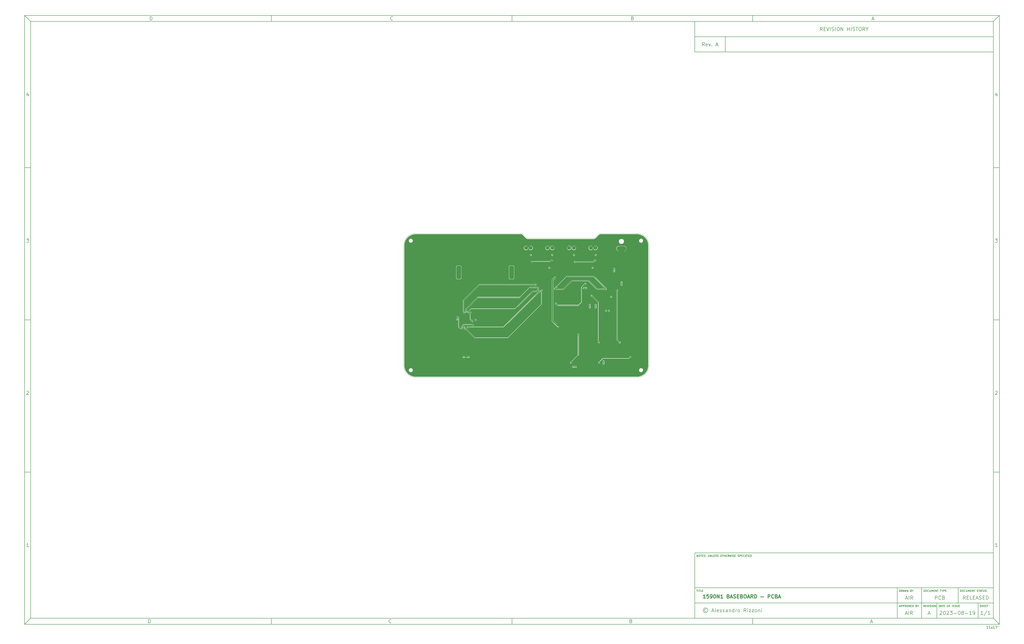
<source format=gbr>
%TF.GenerationSoftware,KiCad,Pcbnew,7.0.7*%
%TF.CreationDate,2023-09-27T18:03:17-04:00*%
%TF.ProjectId,baseboard,62617365-626f-4617-9264-2e6b69636164,A*%
%TF.SameCoordinates,Original*%
%TF.FileFunction,Copper,L3,Inr*%
%TF.FilePolarity,Positive*%
%FSLAX46Y46*%
G04 Gerber Fmt 4.6, Leading zero omitted, Abs format (unit mm)*
G04 Created by KiCad (PCBNEW 7.0.7) date 2023-09-27 18:03:17*
%MOMM*%
%LPD*%
G01*
G04 APERTURE LIST*
G04 Aperture macros list*
%AMRoundRect*
0 Rectangle with rounded corners*
0 $1 Rounding radius*
0 $2 $3 $4 $5 $6 $7 $8 $9 X,Y pos of 4 corners*
0 Add a 4 corners polygon primitive as box body*
4,1,4,$2,$3,$4,$5,$6,$7,$8,$9,$2,$3,0*
0 Add four circle primitives for the rounded corners*
1,1,$1+$1,$2,$3*
1,1,$1+$1,$4,$5*
1,1,$1+$1,$6,$7*
1,1,$1+$1,$8,$9*
0 Add four rect primitives between the rounded corners*
20,1,$1+$1,$2,$3,$4,$5,0*
20,1,$1+$1,$4,$5,$6,$7,0*
20,1,$1+$1,$6,$7,$8,$9,0*
20,1,$1+$1,$8,$9,$2,$3,0*%
G04 Aperture macros list end*
%ADD10C,0.100000*%
%ADD11C,0.150000*%
%ADD12C,0.300000*%
%TA.AperFunction,ComponentPad*%
%ADD13C,1.600000*%
%TD*%
%TA.AperFunction,ComponentPad*%
%ADD14O,4.500000X2.250000*%
%TD*%
%TA.AperFunction,ComponentPad*%
%ADD15O,4.000000X2.000000*%
%TD*%
%TA.AperFunction,ComponentPad*%
%ADD16O,2.000000X4.000000*%
%TD*%
%TA.AperFunction,ComponentPad*%
%ADD17RoundRect,0.500000X-0.500000X-2.300000X0.500000X-2.300000X0.500000X2.300000X-0.500000X2.300000X0*%
%TD*%
%TA.AperFunction,ComponentPad*%
%ADD18C,0.600000*%
%TD*%
%TA.AperFunction,ViaPad*%
%ADD19C,0.550000*%
%TD*%
%TA.AperFunction,Conductor*%
%ADD20C,0.250000*%
%TD*%
%TA.AperFunction,Conductor*%
%ADD21C,0.500000*%
%TD*%
%TA.AperFunction,Profile*%
%ADD22C,0.050000*%
%TD*%
G04 APERTURE END LIST*
D10*
D11*
X412213572Y-262654128D02*
X411356429Y-262654128D01*
X411785000Y-262654128D02*
X411785000Y-261154128D01*
X411785000Y-261154128D02*
X411642143Y-261368414D01*
X411642143Y-261368414D02*
X411499286Y-261511271D01*
X411499286Y-261511271D02*
X411356429Y-261582700D01*
X413927857Y-261082700D02*
X412642143Y-263011271D01*
X415213572Y-262654128D02*
X414356429Y-262654128D01*
X414785000Y-262654128D02*
X414785000Y-261154128D01*
X414785000Y-261154128D02*
X414642143Y-261368414D01*
X414642143Y-261368414D02*
X414499286Y-261511271D01*
X414499286Y-261511271D02*
X414356429Y-261582700D01*
D10*
D11*
X292809874Y-252259295D02*
X293267017Y-252259295D01*
X293038445Y-253059295D02*
X293038445Y-252259295D01*
X293533684Y-253059295D02*
X293533684Y-252259295D01*
X293800350Y-252259295D02*
X294257493Y-252259295D01*
X294028921Y-253059295D02*
X294028921Y-252259295D01*
X294905112Y-253059295D02*
X294524160Y-253059295D01*
X294524160Y-253059295D02*
X294524160Y-252259295D01*
X295171779Y-252640247D02*
X295438445Y-252640247D01*
X295552731Y-253059295D02*
X295171779Y-253059295D01*
X295171779Y-253059295D02*
X295171779Y-252259295D01*
X295171779Y-252259295D02*
X295552731Y-252259295D01*
D10*
D11*
X387996303Y-259409295D02*
X387729636Y-259028342D01*
X387539160Y-259409295D02*
X387539160Y-258609295D01*
X387539160Y-258609295D02*
X387843922Y-258609295D01*
X387843922Y-258609295D02*
X387920112Y-258647390D01*
X387920112Y-258647390D02*
X387958207Y-258685485D01*
X387958207Y-258685485D02*
X387996303Y-258761676D01*
X387996303Y-258761676D02*
X387996303Y-258875961D01*
X387996303Y-258875961D02*
X387958207Y-258952152D01*
X387958207Y-258952152D02*
X387920112Y-258990247D01*
X387920112Y-258990247D02*
X387843922Y-259028342D01*
X387843922Y-259028342D02*
X387539160Y-259028342D01*
X388339160Y-258990247D02*
X388605826Y-258990247D01*
X388720112Y-259409295D02*
X388339160Y-259409295D01*
X388339160Y-259409295D02*
X388339160Y-258609295D01*
X388339160Y-258609295D02*
X388720112Y-258609295D01*
X388948684Y-258609295D02*
X389215351Y-259409295D01*
X389215351Y-259409295D02*
X389482017Y-258609295D01*
X389748684Y-259409295D02*
X389748684Y-258609295D01*
X390091540Y-259371200D02*
X390205826Y-259409295D01*
X390205826Y-259409295D02*
X390396302Y-259409295D01*
X390396302Y-259409295D02*
X390472493Y-259371200D01*
X390472493Y-259371200D02*
X390510588Y-259333104D01*
X390510588Y-259333104D02*
X390548683Y-259256914D01*
X390548683Y-259256914D02*
X390548683Y-259180723D01*
X390548683Y-259180723D02*
X390510588Y-259104533D01*
X390510588Y-259104533D02*
X390472493Y-259066438D01*
X390472493Y-259066438D02*
X390396302Y-259028342D01*
X390396302Y-259028342D02*
X390243921Y-258990247D01*
X390243921Y-258990247D02*
X390167731Y-258952152D01*
X390167731Y-258952152D02*
X390129636Y-258914057D01*
X390129636Y-258914057D02*
X390091540Y-258837866D01*
X390091540Y-258837866D02*
X390091540Y-258761676D01*
X390091540Y-258761676D02*
X390129636Y-258685485D01*
X390129636Y-258685485D02*
X390167731Y-258647390D01*
X390167731Y-258647390D02*
X390243921Y-258609295D01*
X390243921Y-258609295D02*
X390434398Y-258609295D01*
X390434398Y-258609295D02*
X390548683Y-258647390D01*
X390891541Y-259409295D02*
X390891541Y-258609295D01*
X391424874Y-258609295D02*
X391577255Y-258609295D01*
X391577255Y-258609295D02*
X391653445Y-258647390D01*
X391653445Y-258647390D02*
X391729636Y-258723580D01*
X391729636Y-258723580D02*
X391767731Y-258875961D01*
X391767731Y-258875961D02*
X391767731Y-259142628D01*
X391767731Y-259142628D02*
X391729636Y-259295009D01*
X391729636Y-259295009D02*
X391653445Y-259371200D01*
X391653445Y-259371200D02*
X391577255Y-259409295D01*
X391577255Y-259409295D02*
X391424874Y-259409295D01*
X391424874Y-259409295D02*
X391348683Y-259371200D01*
X391348683Y-259371200D02*
X391272493Y-259295009D01*
X391272493Y-259295009D02*
X391234397Y-259142628D01*
X391234397Y-259142628D02*
X391234397Y-258875961D01*
X391234397Y-258875961D02*
X391272493Y-258723580D01*
X391272493Y-258723580D02*
X391348683Y-258647390D01*
X391348683Y-258647390D02*
X391424874Y-258609295D01*
X392110588Y-259409295D02*
X392110588Y-258609295D01*
X392110588Y-258609295D02*
X392567731Y-259409295D01*
X392567731Y-259409295D02*
X392567731Y-258609295D01*
D10*
D11*
X393889160Y-259409295D02*
X393889160Y-258609295D01*
X393889160Y-258609295D02*
X394079636Y-258609295D01*
X394079636Y-258609295D02*
X394193922Y-258647390D01*
X394193922Y-258647390D02*
X394270112Y-258723580D01*
X394270112Y-258723580D02*
X394308207Y-258799771D01*
X394308207Y-258799771D02*
X394346303Y-258952152D01*
X394346303Y-258952152D02*
X394346303Y-259066438D01*
X394346303Y-259066438D02*
X394308207Y-259218819D01*
X394308207Y-259218819D02*
X394270112Y-259295009D01*
X394270112Y-259295009D02*
X394193922Y-259371200D01*
X394193922Y-259371200D02*
X394079636Y-259409295D01*
X394079636Y-259409295D02*
X393889160Y-259409295D01*
X394651064Y-259180723D02*
X395032017Y-259180723D01*
X394574874Y-259409295D02*
X394841541Y-258609295D01*
X394841541Y-258609295D02*
X395108207Y-259409295D01*
X395260588Y-258609295D02*
X395717731Y-258609295D01*
X395489159Y-259409295D02*
X395489159Y-258609295D01*
X395984398Y-258990247D02*
X396251064Y-258990247D01*
X396365350Y-259409295D02*
X395984398Y-259409295D01*
X395984398Y-259409295D02*
X395984398Y-258609295D01*
X395984398Y-258609295D02*
X396365350Y-258609295D01*
X397470113Y-258609295D02*
X397622494Y-258609295D01*
X397622494Y-258609295D02*
X397698684Y-258647390D01*
X397698684Y-258647390D02*
X397774875Y-258723580D01*
X397774875Y-258723580D02*
X397812970Y-258875961D01*
X397812970Y-258875961D02*
X397812970Y-259142628D01*
X397812970Y-259142628D02*
X397774875Y-259295009D01*
X397774875Y-259295009D02*
X397698684Y-259371200D01*
X397698684Y-259371200D02*
X397622494Y-259409295D01*
X397622494Y-259409295D02*
X397470113Y-259409295D01*
X397470113Y-259409295D02*
X397393922Y-259371200D01*
X397393922Y-259371200D02*
X397317732Y-259295009D01*
X397317732Y-259295009D02*
X397279636Y-259142628D01*
X397279636Y-259142628D02*
X397279636Y-258875961D01*
X397279636Y-258875961D02*
X397317732Y-258723580D01*
X397317732Y-258723580D02*
X397393922Y-258647390D01*
X397393922Y-258647390D02*
X397470113Y-258609295D01*
X398422493Y-258990247D02*
X398155827Y-258990247D01*
X398155827Y-259409295D02*
X398155827Y-258609295D01*
X398155827Y-258609295D02*
X398536779Y-258609295D01*
X399451065Y-259409295D02*
X399451065Y-258609295D01*
X399793921Y-259371200D02*
X399908207Y-259409295D01*
X399908207Y-259409295D02*
X400098683Y-259409295D01*
X400098683Y-259409295D02*
X400174874Y-259371200D01*
X400174874Y-259371200D02*
X400212969Y-259333104D01*
X400212969Y-259333104D02*
X400251064Y-259256914D01*
X400251064Y-259256914D02*
X400251064Y-259180723D01*
X400251064Y-259180723D02*
X400212969Y-259104533D01*
X400212969Y-259104533D02*
X400174874Y-259066438D01*
X400174874Y-259066438D02*
X400098683Y-259028342D01*
X400098683Y-259028342D02*
X399946302Y-258990247D01*
X399946302Y-258990247D02*
X399870112Y-258952152D01*
X399870112Y-258952152D02*
X399832017Y-258914057D01*
X399832017Y-258914057D02*
X399793921Y-258837866D01*
X399793921Y-258837866D02*
X399793921Y-258761676D01*
X399793921Y-258761676D02*
X399832017Y-258685485D01*
X399832017Y-258685485D02*
X399870112Y-258647390D01*
X399870112Y-258647390D02*
X399946302Y-258609295D01*
X399946302Y-258609295D02*
X400136779Y-258609295D01*
X400136779Y-258609295D02*
X400251064Y-258647390D01*
X400555826Y-259371200D02*
X400670112Y-259409295D01*
X400670112Y-259409295D02*
X400860588Y-259409295D01*
X400860588Y-259409295D02*
X400936779Y-259371200D01*
X400936779Y-259371200D02*
X400974874Y-259333104D01*
X400974874Y-259333104D02*
X401012969Y-259256914D01*
X401012969Y-259256914D02*
X401012969Y-259180723D01*
X401012969Y-259180723D02*
X400974874Y-259104533D01*
X400974874Y-259104533D02*
X400936779Y-259066438D01*
X400936779Y-259066438D02*
X400860588Y-259028342D01*
X400860588Y-259028342D02*
X400708207Y-258990247D01*
X400708207Y-258990247D02*
X400632017Y-258952152D01*
X400632017Y-258952152D02*
X400593922Y-258914057D01*
X400593922Y-258914057D02*
X400555826Y-258837866D01*
X400555826Y-258837866D02*
X400555826Y-258761676D01*
X400555826Y-258761676D02*
X400593922Y-258685485D01*
X400593922Y-258685485D02*
X400632017Y-258647390D01*
X400632017Y-258647390D02*
X400708207Y-258609295D01*
X400708207Y-258609295D02*
X400898684Y-258609295D01*
X400898684Y-258609295D02*
X401012969Y-258647390D01*
X401355827Y-258609295D02*
X401355827Y-259256914D01*
X401355827Y-259256914D02*
X401393922Y-259333104D01*
X401393922Y-259333104D02*
X401432017Y-259371200D01*
X401432017Y-259371200D02*
X401508208Y-259409295D01*
X401508208Y-259409295D02*
X401660589Y-259409295D01*
X401660589Y-259409295D02*
X401736779Y-259371200D01*
X401736779Y-259371200D02*
X401774874Y-259333104D01*
X401774874Y-259333104D02*
X401812970Y-259256914D01*
X401812970Y-259256914D02*
X401812970Y-258609295D01*
X402193922Y-258990247D02*
X402460588Y-258990247D01*
X402574874Y-259409295D02*
X402193922Y-259409295D01*
X402193922Y-259409295D02*
X402193922Y-258609295D01*
X402193922Y-258609295D02*
X402574874Y-258609295D01*
D10*
D11*
X410996064Y-259371200D02*
X411110350Y-259409295D01*
X411110350Y-259409295D02*
X411300826Y-259409295D01*
X411300826Y-259409295D02*
X411377017Y-259371200D01*
X411377017Y-259371200D02*
X411415112Y-259333104D01*
X411415112Y-259333104D02*
X411453207Y-259256914D01*
X411453207Y-259256914D02*
X411453207Y-259180723D01*
X411453207Y-259180723D02*
X411415112Y-259104533D01*
X411415112Y-259104533D02*
X411377017Y-259066438D01*
X411377017Y-259066438D02*
X411300826Y-259028342D01*
X411300826Y-259028342D02*
X411148445Y-258990247D01*
X411148445Y-258990247D02*
X411072255Y-258952152D01*
X411072255Y-258952152D02*
X411034160Y-258914057D01*
X411034160Y-258914057D02*
X410996064Y-258837866D01*
X410996064Y-258837866D02*
X410996064Y-258761676D01*
X410996064Y-258761676D02*
X411034160Y-258685485D01*
X411034160Y-258685485D02*
X411072255Y-258647390D01*
X411072255Y-258647390D02*
X411148445Y-258609295D01*
X411148445Y-258609295D02*
X411338922Y-258609295D01*
X411338922Y-258609295D02*
X411453207Y-258647390D01*
X411796065Y-259409295D02*
X411796065Y-258609295D01*
X411796065Y-258990247D02*
X412253208Y-258990247D01*
X412253208Y-259409295D02*
X412253208Y-258609295D01*
X412634160Y-258990247D02*
X412900826Y-258990247D01*
X413015112Y-259409295D02*
X412634160Y-259409295D01*
X412634160Y-259409295D02*
X412634160Y-258609295D01*
X412634160Y-258609295D02*
X413015112Y-258609295D01*
X413357970Y-258990247D02*
X413624636Y-258990247D01*
X413738922Y-259409295D02*
X413357970Y-259409295D01*
X413357970Y-259409295D02*
X413357970Y-258609295D01*
X413357970Y-258609295D02*
X413738922Y-258609295D01*
X413967494Y-258609295D02*
X414424637Y-258609295D01*
X414196065Y-259409295D02*
X414196065Y-258609295D01*
D10*
D11*
X392342142Y-256304128D02*
X392342142Y-254804128D01*
X392342142Y-254804128D02*
X392913571Y-254804128D01*
X392913571Y-254804128D02*
X393056428Y-254875557D01*
X393056428Y-254875557D02*
X393127857Y-254946985D01*
X393127857Y-254946985D02*
X393199285Y-255089842D01*
X393199285Y-255089842D02*
X393199285Y-255304128D01*
X393199285Y-255304128D02*
X393127857Y-255446985D01*
X393127857Y-255446985D02*
X393056428Y-255518414D01*
X393056428Y-255518414D02*
X392913571Y-255589842D01*
X392913571Y-255589842D02*
X392342142Y-255589842D01*
X394699285Y-256161271D02*
X394627857Y-256232700D01*
X394627857Y-256232700D02*
X394413571Y-256304128D01*
X394413571Y-256304128D02*
X394270714Y-256304128D01*
X394270714Y-256304128D02*
X394056428Y-256232700D01*
X394056428Y-256232700D02*
X393913571Y-256089842D01*
X393913571Y-256089842D02*
X393842142Y-255946985D01*
X393842142Y-255946985D02*
X393770714Y-255661271D01*
X393770714Y-255661271D02*
X393770714Y-255446985D01*
X393770714Y-255446985D02*
X393842142Y-255161271D01*
X393842142Y-255161271D02*
X393913571Y-255018414D01*
X393913571Y-255018414D02*
X394056428Y-254875557D01*
X394056428Y-254875557D02*
X394270714Y-254804128D01*
X394270714Y-254804128D02*
X394413571Y-254804128D01*
X394413571Y-254804128D02*
X394627857Y-254875557D01*
X394627857Y-254875557D02*
X394699285Y-254946985D01*
X395842142Y-255518414D02*
X396056428Y-255589842D01*
X396056428Y-255589842D02*
X396127857Y-255661271D01*
X396127857Y-255661271D02*
X396199285Y-255804128D01*
X396199285Y-255804128D02*
X396199285Y-256018414D01*
X396199285Y-256018414D02*
X396127857Y-256161271D01*
X396127857Y-256161271D02*
X396056428Y-256232700D01*
X396056428Y-256232700D02*
X395913571Y-256304128D01*
X395913571Y-256304128D02*
X395342142Y-256304128D01*
X395342142Y-256304128D02*
X395342142Y-254804128D01*
X395342142Y-254804128D02*
X395842142Y-254804128D01*
X395842142Y-254804128D02*
X395985000Y-254875557D01*
X395985000Y-254875557D02*
X396056428Y-254946985D01*
X396056428Y-254946985D02*
X396127857Y-255089842D01*
X396127857Y-255089842D02*
X396127857Y-255232700D01*
X396127857Y-255232700D02*
X396056428Y-255375557D01*
X396056428Y-255375557D02*
X395985000Y-255446985D01*
X395985000Y-255446985D02*
X395842142Y-255518414D01*
X395842142Y-255518414D02*
X395342142Y-255518414D01*
D10*
D11*
X377468064Y-259180723D02*
X377849017Y-259180723D01*
X377391874Y-259409295D02*
X377658541Y-258609295D01*
X377658541Y-258609295D02*
X377925207Y-259409295D01*
X378191874Y-259409295D02*
X378191874Y-258609295D01*
X378191874Y-258609295D02*
X378496636Y-258609295D01*
X378496636Y-258609295D02*
X378572826Y-258647390D01*
X378572826Y-258647390D02*
X378610921Y-258685485D01*
X378610921Y-258685485D02*
X378649017Y-258761676D01*
X378649017Y-258761676D02*
X378649017Y-258875961D01*
X378649017Y-258875961D02*
X378610921Y-258952152D01*
X378610921Y-258952152D02*
X378572826Y-258990247D01*
X378572826Y-258990247D02*
X378496636Y-259028342D01*
X378496636Y-259028342D02*
X378191874Y-259028342D01*
X378991874Y-259409295D02*
X378991874Y-258609295D01*
X378991874Y-258609295D02*
X379296636Y-258609295D01*
X379296636Y-258609295D02*
X379372826Y-258647390D01*
X379372826Y-258647390D02*
X379410921Y-258685485D01*
X379410921Y-258685485D02*
X379449017Y-258761676D01*
X379449017Y-258761676D02*
X379449017Y-258875961D01*
X379449017Y-258875961D02*
X379410921Y-258952152D01*
X379410921Y-258952152D02*
X379372826Y-258990247D01*
X379372826Y-258990247D02*
X379296636Y-259028342D01*
X379296636Y-259028342D02*
X378991874Y-259028342D01*
X380249017Y-259409295D02*
X379982350Y-259028342D01*
X379791874Y-259409295D02*
X379791874Y-258609295D01*
X379791874Y-258609295D02*
X380096636Y-258609295D01*
X380096636Y-258609295D02*
X380172826Y-258647390D01*
X380172826Y-258647390D02*
X380210921Y-258685485D01*
X380210921Y-258685485D02*
X380249017Y-258761676D01*
X380249017Y-258761676D02*
X380249017Y-258875961D01*
X380249017Y-258875961D02*
X380210921Y-258952152D01*
X380210921Y-258952152D02*
X380172826Y-258990247D01*
X380172826Y-258990247D02*
X380096636Y-259028342D01*
X380096636Y-259028342D02*
X379791874Y-259028342D01*
X380744255Y-258609295D02*
X380896636Y-258609295D01*
X380896636Y-258609295D02*
X380972826Y-258647390D01*
X380972826Y-258647390D02*
X381049017Y-258723580D01*
X381049017Y-258723580D02*
X381087112Y-258875961D01*
X381087112Y-258875961D02*
X381087112Y-259142628D01*
X381087112Y-259142628D02*
X381049017Y-259295009D01*
X381049017Y-259295009D02*
X380972826Y-259371200D01*
X380972826Y-259371200D02*
X380896636Y-259409295D01*
X380896636Y-259409295D02*
X380744255Y-259409295D01*
X380744255Y-259409295D02*
X380668064Y-259371200D01*
X380668064Y-259371200D02*
X380591874Y-259295009D01*
X380591874Y-259295009D02*
X380553778Y-259142628D01*
X380553778Y-259142628D02*
X380553778Y-258875961D01*
X380553778Y-258875961D02*
X380591874Y-258723580D01*
X380591874Y-258723580D02*
X380668064Y-258647390D01*
X380668064Y-258647390D02*
X380744255Y-258609295D01*
X381315683Y-258609295D02*
X381582350Y-259409295D01*
X381582350Y-259409295D02*
X381849016Y-258609295D01*
X382115683Y-258990247D02*
X382382349Y-258990247D01*
X382496635Y-259409295D02*
X382115683Y-259409295D01*
X382115683Y-259409295D02*
X382115683Y-258609295D01*
X382115683Y-258609295D02*
X382496635Y-258609295D01*
X382839493Y-259409295D02*
X382839493Y-258609295D01*
X382839493Y-258609295D02*
X383029969Y-258609295D01*
X383029969Y-258609295D02*
X383144255Y-258647390D01*
X383144255Y-258647390D02*
X383220445Y-258723580D01*
X383220445Y-258723580D02*
X383258540Y-258799771D01*
X383258540Y-258799771D02*
X383296636Y-258952152D01*
X383296636Y-258952152D02*
X383296636Y-259066438D01*
X383296636Y-259066438D02*
X383258540Y-259218819D01*
X383258540Y-259218819D02*
X383220445Y-259295009D01*
X383220445Y-259295009D02*
X383144255Y-259371200D01*
X383144255Y-259371200D02*
X383029969Y-259409295D01*
X383029969Y-259409295D02*
X382839493Y-259409295D01*
X384515683Y-258990247D02*
X384629969Y-259028342D01*
X384629969Y-259028342D02*
X384668064Y-259066438D01*
X384668064Y-259066438D02*
X384706160Y-259142628D01*
X384706160Y-259142628D02*
X384706160Y-259256914D01*
X384706160Y-259256914D02*
X384668064Y-259333104D01*
X384668064Y-259333104D02*
X384629969Y-259371200D01*
X384629969Y-259371200D02*
X384553779Y-259409295D01*
X384553779Y-259409295D02*
X384249017Y-259409295D01*
X384249017Y-259409295D02*
X384249017Y-258609295D01*
X384249017Y-258609295D02*
X384515683Y-258609295D01*
X384515683Y-258609295D02*
X384591874Y-258647390D01*
X384591874Y-258647390D02*
X384629969Y-258685485D01*
X384629969Y-258685485D02*
X384668064Y-258761676D01*
X384668064Y-258761676D02*
X384668064Y-258837866D01*
X384668064Y-258837866D02*
X384629969Y-258914057D01*
X384629969Y-258914057D02*
X384591874Y-258952152D01*
X384591874Y-258952152D02*
X384515683Y-258990247D01*
X384515683Y-258990247D02*
X384249017Y-258990247D01*
X385201398Y-259028342D02*
X385201398Y-259409295D01*
X384934731Y-258609295D02*
X385201398Y-259028342D01*
X385201398Y-259028342D02*
X385468064Y-258609295D01*
D10*
D11*
X296845112Y-260418271D02*
X296702255Y-260346842D01*
X296702255Y-260346842D02*
X296416541Y-260346842D01*
X296416541Y-260346842D02*
X296273684Y-260418271D01*
X296273684Y-260418271D02*
X296130826Y-260561128D01*
X296130826Y-260561128D02*
X296059398Y-260703985D01*
X296059398Y-260703985D02*
X296059398Y-260989700D01*
X296059398Y-260989700D02*
X296130826Y-261132557D01*
X296130826Y-261132557D02*
X296273684Y-261275414D01*
X296273684Y-261275414D02*
X296416541Y-261346842D01*
X296416541Y-261346842D02*
X296702255Y-261346842D01*
X296702255Y-261346842D02*
X296845112Y-261275414D01*
X296559398Y-259846842D02*
X296202255Y-259918271D01*
X296202255Y-259918271D02*
X295845112Y-260132557D01*
X295845112Y-260132557D02*
X295630826Y-260489700D01*
X295630826Y-260489700D02*
X295559398Y-260846842D01*
X295559398Y-260846842D02*
X295630826Y-261203985D01*
X295630826Y-261203985D02*
X295845112Y-261561128D01*
X295845112Y-261561128D02*
X296202255Y-261775414D01*
X296202255Y-261775414D02*
X296559398Y-261846842D01*
X296559398Y-261846842D02*
X296916541Y-261775414D01*
X296916541Y-261775414D02*
X297273684Y-261561128D01*
X297273684Y-261561128D02*
X297487969Y-261203985D01*
X297487969Y-261203985D02*
X297559398Y-260846842D01*
X297559398Y-260846842D02*
X297487969Y-260489700D01*
X297487969Y-260489700D02*
X297273684Y-260132557D01*
X297273684Y-260132557D02*
X296916541Y-259918271D01*
X296916541Y-259918271D02*
X296559398Y-259846842D01*
X299273684Y-261132557D02*
X299987970Y-261132557D01*
X299130827Y-261561128D02*
X299630827Y-260061128D01*
X299630827Y-260061128D02*
X300130827Y-261561128D01*
X300845112Y-261561128D02*
X300702255Y-261489700D01*
X300702255Y-261489700D02*
X300630826Y-261346842D01*
X300630826Y-261346842D02*
X300630826Y-260061128D01*
X301987969Y-261489700D02*
X301845112Y-261561128D01*
X301845112Y-261561128D02*
X301559398Y-261561128D01*
X301559398Y-261561128D02*
X301416540Y-261489700D01*
X301416540Y-261489700D02*
X301345112Y-261346842D01*
X301345112Y-261346842D02*
X301345112Y-260775414D01*
X301345112Y-260775414D02*
X301416540Y-260632557D01*
X301416540Y-260632557D02*
X301559398Y-260561128D01*
X301559398Y-260561128D02*
X301845112Y-260561128D01*
X301845112Y-260561128D02*
X301987969Y-260632557D01*
X301987969Y-260632557D02*
X302059398Y-260775414D01*
X302059398Y-260775414D02*
X302059398Y-260918271D01*
X302059398Y-260918271D02*
X301345112Y-261061128D01*
X302630826Y-261489700D02*
X302773683Y-261561128D01*
X302773683Y-261561128D02*
X303059397Y-261561128D01*
X303059397Y-261561128D02*
X303202254Y-261489700D01*
X303202254Y-261489700D02*
X303273683Y-261346842D01*
X303273683Y-261346842D02*
X303273683Y-261275414D01*
X303273683Y-261275414D02*
X303202254Y-261132557D01*
X303202254Y-261132557D02*
X303059397Y-261061128D01*
X303059397Y-261061128D02*
X302845112Y-261061128D01*
X302845112Y-261061128D02*
X302702254Y-260989700D01*
X302702254Y-260989700D02*
X302630826Y-260846842D01*
X302630826Y-260846842D02*
X302630826Y-260775414D01*
X302630826Y-260775414D02*
X302702254Y-260632557D01*
X302702254Y-260632557D02*
X302845112Y-260561128D01*
X302845112Y-260561128D02*
X303059397Y-260561128D01*
X303059397Y-260561128D02*
X303202254Y-260632557D01*
X303845112Y-261489700D02*
X303987969Y-261561128D01*
X303987969Y-261561128D02*
X304273683Y-261561128D01*
X304273683Y-261561128D02*
X304416540Y-261489700D01*
X304416540Y-261489700D02*
X304487969Y-261346842D01*
X304487969Y-261346842D02*
X304487969Y-261275414D01*
X304487969Y-261275414D02*
X304416540Y-261132557D01*
X304416540Y-261132557D02*
X304273683Y-261061128D01*
X304273683Y-261061128D02*
X304059398Y-261061128D01*
X304059398Y-261061128D02*
X303916540Y-260989700D01*
X303916540Y-260989700D02*
X303845112Y-260846842D01*
X303845112Y-260846842D02*
X303845112Y-260775414D01*
X303845112Y-260775414D02*
X303916540Y-260632557D01*
X303916540Y-260632557D02*
X304059398Y-260561128D01*
X304059398Y-260561128D02*
X304273683Y-260561128D01*
X304273683Y-260561128D02*
X304416540Y-260632557D01*
X305773684Y-261561128D02*
X305773684Y-260775414D01*
X305773684Y-260775414D02*
X305702255Y-260632557D01*
X305702255Y-260632557D02*
X305559398Y-260561128D01*
X305559398Y-260561128D02*
X305273684Y-260561128D01*
X305273684Y-260561128D02*
X305130826Y-260632557D01*
X305773684Y-261489700D02*
X305630826Y-261561128D01*
X305630826Y-261561128D02*
X305273684Y-261561128D01*
X305273684Y-261561128D02*
X305130826Y-261489700D01*
X305130826Y-261489700D02*
X305059398Y-261346842D01*
X305059398Y-261346842D02*
X305059398Y-261203985D01*
X305059398Y-261203985D02*
X305130826Y-261061128D01*
X305130826Y-261061128D02*
X305273684Y-260989700D01*
X305273684Y-260989700D02*
X305630826Y-260989700D01*
X305630826Y-260989700D02*
X305773684Y-260918271D01*
X306487969Y-260561128D02*
X306487969Y-261561128D01*
X306487969Y-260703985D02*
X306559398Y-260632557D01*
X306559398Y-260632557D02*
X306702255Y-260561128D01*
X306702255Y-260561128D02*
X306916541Y-260561128D01*
X306916541Y-260561128D02*
X307059398Y-260632557D01*
X307059398Y-260632557D02*
X307130827Y-260775414D01*
X307130827Y-260775414D02*
X307130827Y-261561128D01*
X308487970Y-261561128D02*
X308487970Y-260061128D01*
X308487970Y-261489700D02*
X308345112Y-261561128D01*
X308345112Y-261561128D02*
X308059398Y-261561128D01*
X308059398Y-261561128D02*
X307916541Y-261489700D01*
X307916541Y-261489700D02*
X307845112Y-261418271D01*
X307845112Y-261418271D02*
X307773684Y-261275414D01*
X307773684Y-261275414D02*
X307773684Y-260846842D01*
X307773684Y-260846842D02*
X307845112Y-260703985D01*
X307845112Y-260703985D02*
X307916541Y-260632557D01*
X307916541Y-260632557D02*
X308059398Y-260561128D01*
X308059398Y-260561128D02*
X308345112Y-260561128D01*
X308345112Y-260561128D02*
X308487970Y-260632557D01*
X309202255Y-261561128D02*
X309202255Y-260561128D01*
X309202255Y-260846842D02*
X309273684Y-260703985D01*
X309273684Y-260703985D02*
X309345113Y-260632557D01*
X309345113Y-260632557D02*
X309487970Y-260561128D01*
X309487970Y-260561128D02*
X309630827Y-260561128D01*
X310345112Y-261561128D02*
X310202255Y-261489700D01*
X310202255Y-261489700D02*
X310130826Y-261418271D01*
X310130826Y-261418271D02*
X310059398Y-261275414D01*
X310059398Y-261275414D02*
X310059398Y-260846842D01*
X310059398Y-260846842D02*
X310130826Y-260703985D01*
X310130826Y-260703985D02*
X310202255Y-260632557D01*
X310202255Y-260632557D02*
X310345112Y-260561128D01*
X310345112Y-260561128D02*
X310559398Y-260561128D01*
X310559398Y-260561128D02*
X310702255Y-260632557D01*
X310702255Y-260632557D02*
X310773684Y-260703985D01*
X310773684Y-260703985D02*
X310845112Y-260846842D01*
X310845112Y-260846842D02*
X310845112Y-261275414D01*
X310845112Y-261275414D02*
X310773684Y-261418271D01*
X310773684Y-261418271D02*
X310702255Y-261489700D01*
X310702255Y-261489700D02*
X310559398Y-261561128D01*
X310559398Y-261561128D02*
X310345112Y-261561128D01*
X313487969Y-261561128D02*
X312987969Y-260846842D01*
X312630826Y-261561128D02*
X312630826Y-260061128D01*
X312630826Y-260061128D02*
X313202255Y-260061128D01*
X313202255Y-260061128D02*
X313345112Y-260132557D01*
X313345112Y-260132557D02*
X313416541Y-260203985D01*
X313416541Y-260203985D02*
X313487969Y-260346842D01*
X313487969Y-260346842D02*
X313487969Y-260561128D01*
X313487969Y-260561128D02*
X313416541Y-260703985D01*
X313416541Y-260703985D02*
X313345112Y-260775414D01*
X313345112Y-260775414D02*
X313202255Y-260846842D01*
X313202255Y-260846842D02*
X312630826Y-260846842D01*
X314130826Y-261561128D02*
X314130826Y-260561128D01*
X314130826Y-260061128D02*
X314059398Y-260132557D01*
X314059398Y-260132557D02*
X314130826Y-260203985D01*
X314130826Y-260203985D02*
X314202255Y-260132557D01*
X314202255Y-260132557D02*
X314130826Y-260061128D01*
X314130826Y-260061128D02*
X314130826Y-260203985D01*
X314702255Y-260561128D02*
X315487970Y-260561128D01*
X315487970Y-260561128D02*
X314702255Y-261561128D01*
X314702255Y-261561128D02*
X315487970Y-261561128D01*
X315916541Y-260561128D02*
X316702256Y-260561128D01*
X316702256Y-260561128D02*
X315916541Y-261561128D01*
X315916541Y-261561128D02*
X316702256Y-261561128D01*
X317487970Y-261561128D02*
X317345113Y-261489700D01*
X317345113Y-261489700D02*
X317273684Y-261418271D01*
X317273684Y-261418271D02*
X317202256Y-261275414D01*
X317202256Y-261275414D02*
X317202256Y-260846842D01*
X317202256Y-260846842D02*
X317273684Y-260703985D01*
X317273684Y-260703985D02*
X317345113Y-260632557D01*
X317345113Y-260632557D02*
X317487970Y-260561128D01*
X317487970Y-260561128D02*
X317702256Y-260561128D01*
X317702256Y-260561128D02*
X317845113Y-260632557D01*
X317845113Y-260632557D02*
X317916542Y-260703985D01*
X317916542Y-260703985D02*
X317987970Y-260846842D01*
X317987970Y-260846842D02*
X317987970Y-261275414D01*
X317987970Y-261275414D02*
X317916542Y-261418271D01*
X317916542Y-261418271D02*
X317845113Y-261489700D01*
X317845113Y-261489700D02*
X317702256Y-261561128D01*
X317702256Y-261561128D02*
X317487970Y-261561128D01*
X318630827Y-260561128D02*
X318630827Y-261561128D01*
X318630827Y-260703985D02*
X318702256Y-260632557D01*
X318702256Y-260632557D02*
X318845113Y-260561128D01*
X318845113Y-260561128D02*
X319059399Y-260561128D01*
X319059399Y-260561128D02*
X319202256Y-260632557D01*
X319202256Y-260632557D02*
X319273685Y-260775414D01*
X319273685Y-260775414D02*
X319273685Y-261561128D01*
X319987970Y-261561128D02*
X319987970Y-260561128D01*
X319987970Y-260061128D02*
X319916542Y-260132557D01*
X319916542Y-260132557D02*
X319987970Y-260203985D01*
X319987970Y-260203985D02*
X320059399Y-260132557D01*
X320059399Y-260132557D02*
X319987970Y-260061128D01*
X319987970Y-260061128D02*
X319987970Y-260203985D01*
D10*
D11*
X380070714Y-255875557D02*
X380785000Y-255875557D01*
X379927857Y-256304128D02*
X380427857Y-254804128D01*
X380427857Y-254804128D02*
X380927857Y-256304128D01*
X381427856Y-256304128D02*
X381427856Y-254804128D01*
X382999285Y-256304128D02*
X382499285Y-255589842D01*
X382142142Y-256304128D02*
X382142142Y-254804128D01*
X382142142Y-254804128D02*
X382713571Y-254804128D01*
X382713571Y-254804128D02*
X382856428Y-254875557D01*
X382856428Y-254875557D02*
X382927857Y-254946985D01*
X382927857Y-254946985D02*
X382999285Y-255089842D01*
X382999285Y-255089842D02*
X382999285Y-255304128D01*
X382999285Y-255304128D02*
X382927857Y-255446985D01*
X382927857Y-255446985D02*
X382856428Y-255518414D01*
X382856428Y-255518414D02*
X382713571Y-255589842D01*
X382713571Y-255589842D02*
X382142142Y-255589842D01*
D10*
D11*
X379943714Y-262225557D02*
X380658000Y-262225557D01*
X379800857Y-262654128D02*
X380300857Y-261154128D01*
X380300857Y-261154128D02*
X380800857Y-262654128D01*
X381300856Y-262654128D02*
X381300856Y-261154128D01*
X382872285Y-262654128D02*
X382372285Y-261939842D01*
X382015142Y-262654128D02*
X382015142Y-261154128D01*
X382015142Y-261154128D02*
X382586571Y-261154128D01*
X382586571Y-261154128D02*
X382729428Y-261225557D01*
X382729428Y-261225557D02*
X382800857Y-261296985D01*
X382800857Y-261296985D02*
X382872285Y-261439842D01*
X382872285Y-261439842D02*
X382872285Y-261654128D01*
X382872285Y-261654128D02*
X382800857Y-261796985D01*
X382800857Y-261796985D02*
X382729428Y-261868414D01*
X382729428Y-261868414D02*
X382586571Y-261939842D01*
X382586571Y-261939842D02*
X382015142Y-261939842D01*
D10*
D11*
X402779160Y-253059295D02*
X402779160Y-252259295D01*
X402779160Y-252259295D02*
X402969636Y-252259295D01*
X402969636Y-252259295D02*
X403083922Y-252297390D01*
X403083922Y-252297390D02*
X403160112Y-252373580D01*
X403160112Y-252373580D02*
X403198207Y-252449771D01*
X403198207Y-252449771D02*
X403236303Y-252602152D01*
X403236303Y-252602152D02*
X403236303Y-252716438D01*
X403236303Y-252716438D02*
X403198207Y-252868819D01*
X403198207Y-252868819D02*
X403160112Y-252945009D01*
X403160112Y-252945009D02*
X403083922Y-253021200D01*
X403083922Y-253021200D02*
X402969636Y-253059295D01*
X402969636Y-253059295D02*
X402779160Y-253059295D01*
X403731541Y-252259295D02*
X403883922Y-252259295D01*
X403883922Y-252259295D02*
X403960112Y-252297390D01*
X403960112Y-252297390D02*
X404036303Y-252373580D01*
X404036303Y-252373580D02*
X404074398Y-252525961D01*
X404074398Y-252525961D02*
X404074398Y-252792628D01*
X404074398Y-252792628D02*
X404036303Y-252945009D01*
X404036303Y-252945009D02*
X403960112Y-253021200D01*
X403960112Y-253021200D02*
X403883922Y-253059295D01*
X403883922Y-253059295D02*
X403731541Y-253059295D01*
X403731541Y-253059295D02*
X403655350Y-253021200D01*
X403655350Y-253021200D02*
X403579160Y-252945009D01*
X403579160Y-252945009D02*
X403541064Y-252792628D01*
X403541064Y-252792628D02*
X403541064Y-252525961D01*
X403541064Y-252525961D02*
X403579160Y-252373580D01*
X403579160Y-252373580D02*
X403655350Y-252297390D01*
X403655350Y-252297390D02*
X403731541Y-252259295D01*
X404874398Y-252983104D02*
X404836302Y-253021200D01*
X404836302Y-253021200D02*
X404722017Y-253059295D01*
X404722017Y-253059295D02*
X404645826Y-253059295D01*
X404645826Y-253059295D02*
X404531540Y-253021200D01*
X404531540Y-253021200D02*
X404455350Y-252945009D01*
X404455350Y-252945009D02*
X404417255Y-252868819D01*
X404417255Y-252868819D02*
X404379159Y-252716438D01*
X404379159Y-252716438D02*
X404379159Y-252602152D01*
X404379159Y-252602152D02*
X404417255Y-252449771D01*
X404417255Y-252449771D02*
X404455350Y-252373580D01*
X404455350Y-252373580D02*
X404531540Y-252297390D01*
X404531540Y-252297390D02*
X404645826Y-252259295D01*
X404645826Y-252259295D02*
X404722017Y-252259295D01*
X404722017Y-252259295D02*
X404836302Y-252297390D01*
X404836302Y-252297390D02*
X404874398Y-252335485D01*
X405217255Y-252259295D02*
X405217255Y-252906914D01*
X405217255Y-252906914D02*
X405255350Y-252983104D01*
X405255350Y-252983104D02*
X405293445Y-253021200D01*
X405293445Y-253021200D02*
X405369636Y-253059295D01*
X405369636Y-253059295D02*
X405522017Y-253059295D01*
X405522017Y-253059295D02*
X405598207Y-253021200D01*
X405598207Y-253021200D02*
X405636302Y-252983104D01*
X405636302Y-252983104D02*
X405674398Y-252906914D01*
X405674398Y-252906914D02*
X405674398Y-252259295D01*
X406055350Y-253059295D02*
X406055350Y-252259295D01*
X406055350Y-252259295D02*
X406322016Y-252830723D01*
X406322016Y-252830723D02*
X406588683Y-252259295D01*
X406588683Y-252259295D02*
X406588683Y-253059295D01*
X406969636Y-252640247D02*
X407236302Y-252640247D01*
X407350588Y-253059295D02*
X406969636Y-253059295D01*
X406969636Y-253059295D02*
X406969636Y-252259295D01*
X406969636Y-252259295D02*
X407350588Y-252259295D01*
X407693446Y-253059295D02*
X407693446Y-252259295D01*
X407693446Y-252259295D02*
X408150589Y-253059295D01*
X408150589Y-253059295D02*
X408150589Y-252259295D01*
X408417255Y-252259295D02*
X408874398Y-252259295D01*
X408645826Y-253059295D02*
X408645826Y-252259295D01*
X409712493Y-253021200D02*
X409826779Y-253059295D01*
X409826779Y-253059295D02*
X410017255Y-253059295D01*
X410017255Y-253059295D02*
X410093446Y-253021200D01*
X410093446Y-253021200D02*
X410131541Y-252983104D01*
X410131541Y-252983104D02*
X410169636Y-252906914D01*
X410169636Y-252906914D02*
X410169636Y-252830723D01*
X410169636Y-252830723D02*
X410131541Y-252754533D01*
X410131541Y-252754533D02*
X410093446Y-252716438D01*
X410093446Y-252716438D02*
X410017255Y-252678342D01*
X410017255Y-252678342D02*
X409864874Y-252640247D01*
X409864874Y-252640247D02*
X409788684Y-252602152D01*
X409788684Y-252602152D02*
X409750589Y-252564057D01*
X409750589Y-252564057D02*
X409712493Y-252487866D01*
X409712493Y-252487866D02*
X409712493Y-252411676D01*
X409712493Y-252411676D02*
X409750589Y-252335485D01*
X409750589Y-252335485D02*
X409788684Y-252297390D01*
X409788684Y-252297390D02*
X409864874Y-252259295D01*
X409864874Y-252259295D02*
X410055351Y-252259295D01*
X410055351Y-252259295D02*
X410169636Y-252297390D01*
X410398208Y-252259295D02*
X410855351Y-252259295D01*
X410626779Y-253059295D02*
X410626779Y-252259295D01*
X411083922Y-252830723D02*
X411464875Y-252830723D01*
X411007732Y-253059295D02*
X411274399Y-252259295D01*
X411274399Y-252259295D02*
X411541065Y-253059295D01*
X411693446Y-252259295D02*
X412150589Y-252259295D01*
X411922017Y-253059295D02*
X411922017Y-252259295D01*
X412417256Y-252259295D02*
X412417256Y-252906914D01*
X412417256Y-252906914D02*
X412455351Y-252983104D01*
X412455351Y-252983104D02*
X412493446Y-253021200D01*
X412493446Y-253021200D02*
X412569637Y-253059295D01*
X412569637Y-253059295D02*
X412722018Y-253059295D01*
X412722018Y-253059295D02*
X412798208Y-253021200D01*
X412798208Y-253021200D02*
X412836303Y-252983104D01*
X412836303Y-252983104D02*
X412874399Y-252906914D01*
X412874399Y-252906914D02*
X412874399Y-252259295D01*
X413217255Y-253021200D02*
X413331541Y-253059295D01*
X413331541Y-253059295D02*
X413522017Y-253059295D01*
X413522017Y-253059295D02*
X413598208Y-253021200D01*
X413598208Y-253021200D02*
X413636303Y-252983104D01*
X413636303Y-252983104D02*
X413674398Y-252906914D01*
X413674398Y-252906914D02*
X413674398Y-252830723D01*
X413674398Y-252830723D02*
X413636303Y-252754533D01*
X413636303Y-252754533D02*
X413598208Y-252716438D01*
X413598208Y-252716438D02*
X413522017Y-252678342D01*
X413522017Y-252678342D02*
X413369636Y-252640247D01*
X413369636Y-252640247D02*
X413293446Y-252602152D01*
X413293446Y-252602152D02*
X413255351Y-252564057D01*
X413255351Y-252564057D02*
X413217255Y-252487866D01*
X413217255Y-252487866D02*
X413217255Y-252411676D01*
X413217255Y-252411676D02*
X413255351Y-252335485D01*
X413255351Y-252335485D02*
X413293446Y-252297390D01*
X413293446Y-252297390D02*
X413369636Y-252259295D01*
X413369636Y-252259295D02*
X413560113Y-252259295D01*
X413560113Y-252259295D02*
X413674398Y-252297390D01*
D10*
D11*
X377379160Y-253059295D02*
X377379160Y-252259295D01*
X377379160Y-252259295D02*
X377569636Y-252259295D01*
X377569636Y-252259295D02*
X377683922Y-252297390D01*
X377683922Y-252297390D02*
X377760112Y-252373580D01*
X377760112Y-252373580D02*
X377798207Y-252449771D01*
X377798207Y-252449771D02*
X377836303Y-252602152D01*
X377836303Y-252602152D02*
X377836303Y-252716438D01*
X377836303Y-252716438D02*
X377798207Y-252868819D01*
X377798207Y-252868819D02*
X377760112Y-252945009D01*
X377760112Y-252945009D02*
X377683922Y-253021200D01*
X377683922Y-253021200D02*
X377569636Y-253059295D01*
X377569636Y-253059295D02*
X377379160Y-253059295D01*
X378636303Y-253059295D02*
X378369636Y-252678342D01*
X378179160Y-253059295D02*
X378179160Y-252259295D01*
X378179160Y-252259295D02*
X378483922Y-252259295D01*
X378483922Y-252259295D02*
X378560112Y-252297390D01*
X378560112Y-252297390D02*
X378598207Y-252335485D01*
X378598207Y-252335485D02*
X378636303Y-252411676D01*
X378636303Y-252411676D02*
X378636303Y-252525961D01*
X378636303Y-252525961D02*
X378598207Y-252602152D01*
X378598207Y-252602152D02*
X378560112Y-252640247D01*
X378560112Y-252640247D02*
X378483922Y-252678342D01*
X378483922Y-252678342D02*
X378179160Y-252678342D01*
X378941064Y-252830723D02*
X379322017Y-252830723D01*
X378864874Y-253059295D02*
X379131541Y-252259295D01*
X379131541Y-252259295D02*
X379398207Y-253059295D01*
X379588683Y-252259295D02*
X379779159Y-253059295D01*
X379779159Y-253059295D02*
X379931540Y-252487866D01*
X379931540Y-252487866D02*
X380083921Y-253059295D01*
X380083921Y-253059295D02*
X380274398Y-252259295D01*
X380579160Y-253059295D02*
X380579160Y-252259295D01*
X380579160Y-252259295D02*
X381036303Y-253059295D01*
X381036303Y-253059295D02*
X381036303Y-252259295D01*
X382293445Y-252640247D02*
X382407731Y-252678342D01*
X382407731Y-252678342D02*
X382445826Y-252716438D01*
X382445826Y-252716438D02*
X382483922Y-252792628D01*
X382483922Y-252792628D02*
X382483922Y-252906914D01*
X382483922Y-252906914D02*
X382445826Y-252983104D01*
X382445826Y-252983104D02*
X382407731Y-253021200D01*
X382407731Y-253021200D02*
X382331541Y-253059295D01*
X382331541Y-253059295D02*
X382026779Y-253059295D01*
X382026779Y-253059295D02*
X382026779Y-252259295D01*
X382026779Y-252259295D02*
X382293445Y-252259295D01*
X382293445Y-252259295D02*
X382369636Y-252297390D01*
X382369636Y-252297390D02*
X382407731Y-252335485D01*
X382407731Y-252335485D02*
X382445826Y-252411676D01*
X382445826Y-252411676D02*
X382445826Y-252487866D01*
X382445826Y-252487866D02*
X382407731Y-252564057D01*
X382407731Y-252564057D02*
X382369636Y-252602152D01*
X382369636Y-252602152D02*
X382293445Y-252640247D01*
X382293445Y-252640247D02*
X382026779Y-252640247D01*
X382979160Y-252678342D02*
X382979160Y-253059295D01*
X382712493Y-252259295D02*
X382979160Y-252678342D01*
X382979160Y-252678342D02*
X383245826Y-252259295D01*
D10*
D11*
X387539160Y-253059295D02*
X387539160Y-252259295D01*
X387539160Y-252259295D02*
X387729636Y-252259295D01*
X387729636Y-252259295D02*
X387843922Y-252297390D01*
X387843922Y-252297390D02*
X387920112Y-252373580D01*
X387920112Y-252373580D02*
X387958207Y-252449771D01*
X387958207Y-252449771D02*
X387996303Y-252602152D01*
X387996303Y-252602152D02*
X387996303Y-252716438D01*
X387996303Y-252716438D02*
X387958207Y-252868819D01*
X387958207Y-252868819D02*
X387920112Y-252945009D01*
X387920112Y-252945009D02*
X387843922Y-253021200D01*
X387843922Y-253021200D02*
X387729636Y-253059295D01*
X387729636Y-253059295D02*
X387539160Y-253059295D01*
X388491541Y-252259295D02*
X388643922Y-252259295D01*
X388643922Y-252259295D02*
X388720112Y-252297390D01*
X388720112Y-252297390D02*
X388796303Y-252373580D01*
X388796303Y-252373580D02*
X388834398Y-252525961D01*
X388834398Y-252525961D02*
X388834398Y-252792628D01*
X388834398Y-252792628D02*
X388796303Y-252945009D01*
X388796303Y-252945009D02*
X388720112Y-253021200D01*
X388720112Y-253021200D02*
X388643922Y-253059295D01*
X388643922Y-253059295D02*
X388491541Y-253059295D01*
X388491541Y-253059295D02*
X388415350Y-253021200D01*
X388415350Y-253021200D02*
X388339160Y-252945009D01*
X388339160Y-252945009D02*
X388301064Y-252792628D01*
X388301064Y-252792628D02*
X388301064Y-252525961D01*
X388301064Y-252525961D02*
X388339160Y-252373580D01*
X388339160Y-252373580D02*
X388415350Y-252297390D01*
X388415350Y-252297390D02*
X388491541Y-252259295D01*
X389634398Y-252983104D02*
X389596302Y-253021200D01*
X389596302Y-253021200D02*
X389482017Y-253059295D01*
X389482017Y-253059295D02*
X389405826Y-253059295D01*
X389405826Y-253059295D02*
X389291540Y-253021200D01*
X389291540Y-253021200D02*
X389215350Y-252945009D01*
X389215350Y-252945009D02*
X389177255Y-252868819D01*
X389177255Y-252868819D02*
X389139159Y-252716438D01*
X389139159Y-252716438D02*
X389139159Y-252602152D01*
X389139159Y-252602152D02*
X389177255Y-252449771D01*
X389177255Y-252449771D02*
X389215350Y-252373580D01*
X389215350Y-252373580D02*
X389291540Y-252297390D01*
X389291540Y-252297390D02*
X389405826Y-252259295D01*
X389405826Y-252259295D02*
X389482017Y-252259295D01*
X389482017Y-252259295D02*
X389596302Y-252297390D01*
X389596302Y-252297390D02*
X389634398Y-252335485D01*
X389977255Y-252259295D02*
X389977255Y-252906914D01*
X389977255Y-252906914D02*
X390015350Y-252983104D01*
X390015350Y-252983104D02*
X390053445Y-253021200D01*
X390053445Y-253021200D02*
X390129636Y-253059295D01*
X390129636Y-253059295D02*
X390282017Y-253059295D01*
X390282017Y-253059295D02*
X390358207Y-253021200D01*
X390358207Y-253021200D02*
X390396302Y-252983104D01*
X390396302Y-252983104D02*
X390434398Y-252906914D01*
X390434398Y-252906914D02*
X390434398Y-252259295D01*
X390815350Y-253059295D02*
X390815350Y-252259295D01*
X390815350Y-252259295D02*
X391082016Y-252830723D01*
X391082016Y-252830723D02*
X391348683Y-252259295D01*
X391348683Y-252259295D02*
X391348683Y-253059295D01*
X391729636Y-252640247D02*
X391996302Y-252640247D01*
X392110588Y-253059295D02*
X391729636Y-253059295D01*
X391729636Y-253059295D02*
X391729636Y-252259295D01*
X391729636Y-252259295D02*
X392110588Y-252259295D01*
X392453446Y-253059295D02*
X392453446Y-252259295D01*
X392453446Y-252259295D02*
X392910589Y-253059295D01*
X392910589Y-253059295D02*
X392910589Y-252259295D01*
X393177255Y-252259295D02*
X393634398Y-252259295D01*
X393405826Y-253059295D02*
X393405826Y-252259295D01*
X394396303Y-252259295D02*
X394853446Y-252259295D01*
X394624874Y-253059295D02*
X394624874Y-252259295D01*
X395272494Y-252678342D02*
X395272494Y-253059295D01*
X395005827Y-252259295D02*
X395272494Y-252678342D01*
X395272494Y-252678342D02*
X395539160Y-252259295D01*
X395805827Y-253059295D02*
X395805827Y-252259295D01*
X395805827Y-252259295D02*
X396110589Y-252259295D01*
X396110589Y-252259295D02*
X396186779Y-252297390D01*
X396186779Y-252297390D02*
X396224874Y-252335485D01*
X396224874Y-252335485D02*
X396262970Y-252411676D01*
X396262970Y-252411676D02*
X396262970Y-252525961D01*
X396262970Y-252525961D02*
X396224874Y-252602152D01*
X396224874Y-252602152D02*
X396186779Y-252640247D01*
X396186779Y-252640247D02*
X396110589Y-252678342D01*
X396110589Y-252678342D02*
X395805827Y-252678342D01*
X396605827Y-252640247D02*
X396872493Y-252640247D01*
X396986779Y-253059295D02*
X396605827Y-253059295D01*
X396605827Y-253059295D02*
X396605827Y-252259295D01*
X396605827Y-252259295D02*
X396986779Y-252259295D01*
D10*
D11*
X404935285Y-256304128D02*
X404435285Y-255589842D01*
X404078142Y-256304128D02*
X404078142Y-254804128D01*
X404078142Y-254804128D02*
X404649571Y-254804128D01*
X404649571Y-254804128D02*
X404792428Y-254875557D01*
X404792428Y-254875557D02*
X404863857Y-254946985D01*
X404863857Y-254946985D02*
X404935285Y-255089842D01*
X404935285Y-255089842D02*
X404935285Y-255304128D01*
X404935285Y-255304128D02*
X404863857Y-255446985D01*
X404863857Y-255446985D02*
X404792428Y-255518414D01*
X404792428Y-255518414D02*
X404649571Y-255589842D01*
X404649571Y-255589842D02*
X404078142Y-255589842D01*
X405578142Y-255518414D02*
X406078142Y-255518414D01*
X406292428Y-256304128D02*
X405578142Y-256304128D01*
X405578142Y-256304128D02*
X405578142Y-254804128D01*
X405578142Y-254804128D02*
X406292428Y-254804128D01*
X407649571Y-256304128D02*
X406935285Y-256304128D01*
X406935285Y-256304128D02*
X406935285Y-254804128D01*
X408149571Y-255518414D02*
X408649571Y-255518414D01*
X408863857Y-256304128D02*
X408149571Y-256304128D01*
X408149571Y-256304128D02*
X408149571Y-254804128D01*
X408149571Y-254804128D02*
X408863857Y-254804128D01*
X409435286Y-255875557D02*
X410149572Y-255875557D01*
X409292429Y-256304128D02*
X409792429Y-254804128D01*
X409792429Y-254804128D02*
X410292429Y-256304128D01*
X410721000Y-256232700D02*
X410935286Y-256304128D01*
X410935286Y-256304128D02*
X411292428Y-256304128D01*
X411292428Y-256304128D02*
X411435286Y-256232700D01*
X411435286Y-256232700D02*
X411506714Y-256161271D01*
X411506714Y-256161271D02*
X411578143Y-256018414D01*
X411578143Y-256018414D02*
X411578143Y-255875557D01*
X411578143Y-255875557D02*
X411506714Y-255732700D01*
X411506714Y-255732700D02*
X411435286Y-255661271D01*
X411435286Y-255661271D02*
X411292428Y-255589842D01*
X411292428Y-255589842D02*
X411006714Y-255518414D01*
X411006714Y-255518414D02*
X410863857Y-255446985D01*
X410863857Y-255446985D02*
X410792428Y-255375557D01*
X410792428Y-255375557D02*
X410721000Y-255232700D01*
X410721000Y-255232700D02*
X410721000Y-255089842D01*
X410721000Y-255089842D02*
X410792428Y-254946985D01*
X410792428Y-254946985D02*
X410863857Y-254875557D01*
X410863857Y-254875557D02*
X411006714Y-254804128D01*
X411006714Y-254804128D02*
X411363857Y-254804128D01*
X411363857Y-254804128D02*
X411578143Y-254875557D01*
X412220999Y-255518414D02*
X412720999Y-255518414D01*
X412935285Y-256304128D02*
X412220999Y-256304128D01*
X412220999Y-256304128D02*
X412220999Y-254804128D01*
X412220999Y-254804128D02*
X412935285Y-254804128D01*
X413578142Y-256304128D02*
X413578142Y-254804128D01*
X413578142Y-254804128D02*
X413935285Y-254804128D01*
X413935285Y-254804128D02*
X414149571Y-254875557D01*
X414149571Y-254875557D02*
X414292428Y-255018414D01*
X414292428Y-255018414D02*
X414363857Y-255161271D01*
X414363857Y-255161271D02*
X414435285Y-255446985D01*
X414435285Y-255446985D02*
X414435285Y-255661271D01*
X414435285Y-255661271D02*
X414363857Y-255946985D01*
X414363857Y-255946985D02*
X414292428Y-256089842D01*
X414292428Y-256089842D02*
X414149571Y-256232700D01*
X414149571Y-256232700D02*
X413935285Y-256304128D01*
X413935285Y-256304128D02*
X413578142Y-256304128D01*
D10*
D11*
X394315287Y-261296985D02*
X394386715Y-261225557D01*
X394386715Y-261225557D02*
X394529573Y-261154128D01*
X394529573Y-261154128D02*
X394886715Y-261154128D01*
X394886715Y-261154128D02*
X395029573Y-261225557D01*
X395029573Y-261225557D02*
X395101001Y-261296985D01*
X395101001Y-261296985D02*
X395172430Y-261439842D01*
X395172430Y-261439842D02*
X395172430Y-261582700D01*
X395172430Y-261582700D02*
X395101001Y-261796985D01*
X395101001Y-261796985D02*
X394243858Y-262654128D01*
X394243858Y-262654128D02*
X395172430Y-262654128D01*
X396101001Y-261154128D02*
X396243858Y-261154128D01*
X396243858Y-261154128D02*
X396386715Y-261225557D01*
X396386715Y-261225557D02*
X396458144Y-261296985D01*
X396458144Y-261296985D02*
X396529572Y-261439842D01*
X396529572Y-261439842D02*
X396601001Y-261725557D01*
X396601001Y-261725557D02*
X396601001Y-262082700D01*
X396601001Y-262082700D02*
X396529572Y-262368414D01*
X396529572Y-262368414D02*
X396458144Y-262511271D01*
X396458144Y-262511271D02*
X396386715Y-262582700D01*
X396386715Y-262582700D02*
X396243858Y-262654128D01*
X396243858Y-262654128D02*
X396101001Y-262654128D01*
X396101001Y-262654128D02*
X395958144Y-262582700D01*
X395958144Y-262582700D02*
X395886715Y-262511271D01*
X395886715Y-262511271D02*
X395815286Y-262368414D01*
X395815286Y-262368414D02*
X395743858Y-262082700D01*
X395743858Y-262082700D02*
X395743858Y-261725557D01*
X395743858Y-261725557D02*
X395815286Y-261439842D01*
X395815286Y-261439842D02*
X395886715Y-261296985D01*
X395886715Y-261296985D02*
X395958144Y-261225557D01*
X395958144Y-261225557D02*
X396101001Y-261154128D01*
X397172429Y-261296985D02*
X397243857Y-261225557D01*
X397243857Y-261225557D02*
X397386715Y-261154128D01*
X397386715Y-261154128D02*
X397743857Y-261154128D01*
X397743857Y-261154128D02*
X397886715Y-261225557D01*
X397886715Y-261225557D02*
X397958143Y-261296985D01*
X397958143Y-261296985D02*
X398029572Y-261439842D01*
X398029572Y-261439842D02*
X398029572Y-261582700D01*
X398029572Y-261582700D02*
X397958143Y-261796985D01*
X397958143Y-261796985D02*
X397101000Y-262654128D01*
X397101000Y-262654128D02*
X398029572Y-262654128D01*
X398529571Y-261154128D02*
X399458143Y-261154128D01*
X399458143Y-261154128D02*
X398958143Y-261725557D01*
X398958143Y-261725557D02*
X399172428Y-261725557D01*
X399172428Y-261725557D02*
X399315286Y-261796985D01*
X399315286Y-261796985D02*
X399386714Y-261868414D01*
X399386714Y-261868414D02*
X399458143Y-262011271D01*
X399458143Y-262011271D02*
X399458143Y-262368414D01*
X399458143Y-262368414D02*
X399386714Y-262511271D01*
X399386714Y-262511271D02*
X399315286Y-262582700D01*
X399315286Y-262582700D02*
X399172428Y-262654128D01*
X399172428Y-262654128D02*
X398743857Y-262654128D01*
X398743857Y-262654128D02*
X398601000Y-262582700D01*
X398601000Y-262582700D02*
X398529571Y-262511271D01*
X400100999Y-262082700D02*
X401243857Y-262082700D01*
X402243857Y-261154128D02*
X402386714Y-261154128D01*
X402386714Y-261154128D02*
X402529571Y-261225557D01*
X402529571Y-261225557D02*
X402601000Y-261296985D01*
X402601000Y-261296985D02*
X402672428Y-261439842D01*
X402672428Y-261439842D02*
X402743857Y-261725557D01*
X402743857Y-261725557D02*
X402743857Y-262082700D01*
X402743857Y-262082700D02*
X402672428Y-262368414D01*
X402672428Y-262368414D02*
X402601000Y-262511271D01*
X402601000Y-262511271D02*
X402529571Y-262582700D01*
X402529571Y-262582700D02*
X402386714Y-262654128D01*
X402386714Y-262654128D02*
X402243857Y-262654128D01*
X402243857Y-262654128D02*
X402101000Y-262582700D01*
X402101000Y-262582700D02*
X402029571Y-262511271D01*
X402029571Y-262511271D02*
X401958142Y-262368414D01*
X401958142Y-262368414D02*
X401886714Y-262082700D01*
X401886714Y-262082700D02*
X401886714Y-261725557D01*
X401886714Y-261725557D02*
X401958142Y-261439842D01*
X401958142Y-261439842D02*
X402029571Y-261296985D01*
X402029571Y-261296985D02*
X402101000Y-261225557D01*
X402101000Y-261225557D02*
X402243857Y-261154128D01*
X403600999Y-261796985D02*
X403458142Y-261725557D01*
X403458142Y-261725557D02*
X403386713Y-261654128D01*
X403386713Y-261654128D02*
X403315285Y-261511271D01*
X403315285Y-261511271D02*
X403315285Y-261439842D01*
X403315285Y-261439842D02*
X403386713Y-261296985D01*
X403386713Y-261296985D02*
X403458142Y-261225557D01*
X403458142Y-261225557D02*
X403600999Y-261154128D01*
X403600999Y-261154128D02*
X403886713Y-261154128D01*
X403886713Y-261154128D02*
X404029571Y-261225557D01*
X404029571Y-261225557D02*
X404100999Y-261296985D01*
X404100999Y-261296985D02*
X404172428Y-261439842D01*
X404172428Y-261439842D02*
X404172428Y-261511271D01*
X404172428Y-261511271D02*
X404100999Y-261654128D01*
X404100999Y-261654128D02*
X404029571Y-261725557D01*
X404029571Y-261725557D02*
X403886713Y-261796985D01*
X403886713Y-261796985D02*
X403600999Y-261796985D01*
X403600999Y-261796985D02*
X403458142Y-261868414D01*
X403458142Y-261868414D02*
X403386713Y-261939842D01*
X403386713Y-261939842D02*
X403315285Y-262082700D01*
X403315285Y-262082700D02*
X403315285Y-262368414D01*
X403315285Y-262368414D02*
X403386713Y-262511271D01*
X403386713Y-262511271D02*
X403458142Y-262582700D01*
X403458142Y-262582700D02*
X403600999Y-262654128D01*
X403600999Y-262654128D02*
X403886713Y-262654128D01*
X403886713Y-262654128D02*
X404029571Y-262582700D01*
X404029571Y-262582700D02*
X404100999Y-262511271D01*
X404100999Y-262511271D02*
X404172428Y-262368414D01*
X404172428Y-262368414D02*
X404172428Y-262082700D01*
X404172428Y-262082700D02*
X404100999Y-261939842D01*
X404100999Y-261939842D02*
X404029571Y-261868414D01*
X404029571Y-261868414D02*
X403886713Y-261796985D01*
X404815284Y-262082700D02*
X405958142Y-262082700D01*
X407458142Y-262654128D02*
X406600999Y-262654128D01*
X407029570Y-262654128D02*
X407029570Y-261154128D01*
X407029570Y-261154128D02*
X406886713Y-261368414D01*
X406886713Y-261368414D02*
X406743856Y-261511271D01*
X406743856Y-261511271D02*
X406600999Y-261582700D01*
X408172427Y-262654128D02*
X408458141Y-262654128D01*
X408458141Y-262654128D02*
X408600998Y-262582700D01*
X408600998Y-262582700D02*
X408672427Y-262511271D01*
X408672427Y-262511271D02*
X408815284Y-262296985D01*
X408815284Y-262296985D02*
X408886713Y-262011271D01*
X408886713Y-262011271D02*
X408886713Y-261439842D01*
X408886713Y-261439842D02*
X408815284Y-261296985D01*
X408815284Y-261296985D02*
X408743856Y-261225557D01*
X408743856Y-261225557D02*
X408600998Y-261154128D01*
X408600998Y-261154128D02*
X408315284Y-261154128D01*
X408315284Y-261154128D02*
X408172427Y-261225557D01*
X408172427Y-261225557D02*
X408100998Y-261296985D01*
X408100998Y-261296985D02*
X408029570Y-261439842D01*
X408029570Y-261439842D02*
X408029570Y-261796985D01*
X408029570Y-261796985D02*
X408100998Y-261939842D01*
X408100998Y-261939842D02*
X408172427Y-262011271D01*
X408172427Y-262011271D02*
X408315284Y-262082700D01*
X408315284Y-262082700D02*
X408600998Y-262082700D01*
X408600998Y-262082700D02*
X408743856Y-262011271D01*
X408743856Y-262011271D02*
X408815284Y-261939842D01*
X408815284Y-261939842D02*
X408886713Y-261796985D01*
D10*
D11*
X389432857Y-262225557D02*
X390147143Y-262225557D01*
X389290000Y-262654128D02*
X389790000Y-261154128D01*
X389790000Y-261154128D02*
X390290000Y-262654128D01*
D10*
D12*
X296515225Y-255788328D02*
X295658082Y-255788328D01*
X296086653Y-255788328D02*
X296086653Y-254288328D01*
X296086653Y-254288328D02*
X295943796Y-254502614D01*
X295943796Y-254502614D02*
X295800939Y-254645471D01*
X295800939Y-254645471D02*
X295658082Y-254716900D01*
X297872367Y-254288328D02*
X297158081Y-254288328D01*
X297158081Y-254288328D02*
X297086653Y-255002614D01*
X297086653Y-255002614D02*
X297158081Y-254931185D01*
X297158081Y-254931185D02*
X297300939Y-254859757D01*
X297300939Y-254859757D02*
X297658081Y-254859757D01*
X297658081Y-254859757D02*
X297800939Y-254931185D01*
X297800939Y-254931185D02*
X297872367Y-255002614D01*
X297872367Y-255002614D02*
X297943796Y-255145471D01*
X297943796Y-255145471D02*
X297943796Y-255502614D01*
X297943796Y-255502614D02*
X297872367Y-255645471D01*
X297872367Y-255645471D02*
X297800939Y-255716900D01*
X297800939Y-255716900D02*
X297658081Y-255788328D01*
X297658081Y-255788328D02*
X297300939Y-255788328D01*
X297300939Y-255788328D02*
X297158081Y-255716900D01*
X297158081Y-255716900D02*
X297086653Y-255645471D01*
X298658081Y-255788328D02*
X298943795Y-255788328D01*
X298943795Y-255788328D02*
X299086652Y-255716900D01*
X299086652Y-255716900D02*
X299158081Y-255645471D01*
X299158081Y-255645471D02*
X299300938Y-255431185D01*
X299300938Y-255431185D02*
X299372367Y-255145471D01*
X299372367Y-255145471D02*
X299372367Y-254574042D01*
X299372367Y-254574042D02*
X299300938Y-254431185D01*
X299300938Y-254431185D02*
X299229510Y-254359757D01*
X299229510Y-254359757D02*
X299086652Y-254288328D01*
X299086652Y-254288328D02*
X298800938Y-254288328D01*
X298800938Y-254288328D02*
X298658081Y-254359757D01*
X298658081Y-254359757D02*
X298586652Y-254431185D01*
X298586652Y-254431185D02*
X298515224Y-254574042D01*
X298515224Y-254574042D02*
X298515224Y-254931185D01*
X298515224Y-254931185D02*
X298586652Y-255074042D01*
X298586652Y-255074042D02*
X298658081Y-255145471D01*
X298658081Y-255145471D02*
X298800938Y-255216900D01*
X298800938Y-255216900D02*
X299086652Y-255216900D01*
X299086652Y-255216900D02*
X299229510Y-255145471D01*
X299229510Y-255145471D02*
X299300938Y-255074042D01*
X299300938Y-255074042D02*
X299372367Y-254931185D01*
X300300938Y-254288328D02*
X300443795Y-254288328D01*
X300443795Y-254288328D02*
X300586652Y-254359757D01*
X300586652Y-254359757D02*
X300658081Y-254431185D01*
X300658081Y-254431185D02*
X300729509Y-254574042D01*
X300729509Y-254574042D02*
X300800938Y-254859757D01*
X300800938Y-254859757D02*
X300800938Y-255216900D01*
X300800938Y-255216900D02*
X300729509Y-255502614D01*
X300729509Y-255502614D02*
X300658081Y-255645471D01*
X300658081Y-255645471D02*
X300586652Y-255716900D01*
X300586652Y-255716900D02*
X300443795Y-255788328D01*
X300443795Y-255788328D02*
X300300938Y-255788328D01*
X300300938Y-255788328D02*
X300158081Y-255716900D01*
X300158081Y-255716900D02*
X300086652Y-255645471D01*
X300086652Y-255645471D02*
X300015223Y-255502614D01*
X300015223Y-255502614D02*
X299943795Y-255216900D01*
X299943795Y-255216900D02*
X299943795Y-254859757D01*
X299943795Y-254859757D02*
X300015223Y-254574042D01*
X300015223Y-254574042D02*
X300086652Y-254431185D01*
X300086652Y-254431185D02*
X300158081Y-254359757D01*
X300158081Y-254359757D02*
X300300938Y-254288328D01*
X301443794Y-255788328D02*
X301443794Y-254288328D01*
X301443794Y-254288328D02*
X302300937Y-255788328D01*
X302300937Y-255788328D02*
X302300937Y-254288328D01*
X303800938Y-255788328D02*
X302943795Y-255788328D01*
X303372366Y-255788328D02*
X303372366Y-254288328D01*
X303372366Y-254288328D02*
X303229509Y-254502614D01*
X303229509Y-254502614D02*
X303086652Y-254645471D01*
X303086652Y-254645471D02*
X302943795Y-254716900D01*
X306086651Y-255002614D02*
X306300937Y-255074042D01*
X306300937Y-255074042D02*
X306372366Y-255145471D01*
X306372366Y-255145471D02*
X306443794Y-255288328D01*
X306443794Y-255288328D02*
X306443794Y-255502614D01*
X306443794Y-255502614D02*
X306372366Y-255645471D01*
X306372366Y-255645471D02*
X306300937Y-255716900D01*
X306300937Y-255716900D02*
X306158080Y-255788328D01*
X306158080Y-255788328D02*
X305586651Y-255788328D01*
X305586651Y-255788328D02*
X305586651Y-254288328D01*
X305586651Y-254288328D02*
X306086651Y-254288328D01*
X306086651Y-254288328D02*
X306229509Y-254359757D01*
X306229509Y-254359757D02*
X306300937Y-254431185D01*
X306300937Y-254431185D02*
X306372366Y-254574042D01*
X306372366Y-254574042D02*
X306372366Y-254716900D01*
X306372366Y-254716900D02*
X306300937Y-254859757D01*
X306300937Y-254859757D02*
X306229509Y-254931185D01*
X306229509Y-254931185D02*
X306086651Y-255002614D01*
X306086651Y-255002614D02*
X305586651Y-255002614D01*
X307015223Y-255359757D02*
X307729509Y-255359757D01*
X306872366Y-255788328D02*
X307372366Y-254288328D01*
X307372366Y-254288328D02*
X307872366Y-255788328D01*
X308300937Y-255716900D02*
X308515223Y-255788328D01*
X308515223Y-255788328D02*
X308872365Y-255788328D01*
X308872365Y-255788328D02*
X309015223Y-255716900D01*
X309015223Y-255716900D02*
X309086651Y-255645471D01*
X309086651Y-255645471D02*
X309158080Y-255502614D01*
X309158080Y-255502614D02*
X309158080Y-255359757D01*
X309158080Y-255359757D02*
X309086651Y-255216900D01*
X309086651Y-255216900D02*
X309015223Y-255145471D01*
X309015223Y-255145471D02*
X308872365Y-255074042D01*
X308872365Y-255074042D02*
X308586651Y-255002614D01*
X308586651Y-255002614D02*
X308443794Y-254931185D01*
X308443794Y-254931185D02*
X308372365Y-254859757D01*
X308372365Y-254859757D02*
X308300937Y-254716900D01*
X308300937Y-254716900D02*
X308300937Y-254574042D01*
X308300937Y-254574042D02*
X308372365Y-254431185D01*
X308372365Y-254431185D02*
X308443794Y-254359757D01*
X308443794Y-254359757D02*
X308586651Y-254288328D01*
X308586651Y-254288328D02*
X308943794Y-254288328D01*
X308943794Y-254288328D02*
X309158080Y-254359757D01*
X309800936Y-255002614D02*
X310300936Y-255002614D01*
X310515222Y-255788328D02*
X309800936Y-255788328D01*
X309800936Y-255788328D02*
X309800936Y-254288328D01*
X309800936Y-254288328D02*
X310515222Y-254288328D01*
X311658079Y-255002614D02*
X311872365Y-255074042D01*
X311872365Y-255074042D02*
X311943794Y-255145471D01*
X311943794Y-255145471D02*
X312015222Y-255288328D01*
X312015222Y-255288328D02*
X312015222Y-255502614D01*
X312015222Y-255502614D02*
X311943794Y-255645471D01*
X311943794Y-255645471D02*
X311872365Y-255716900D01*
X311872365Y-255716900D02*
X311729508Y-255788328D01*
X311729508Y-255788328D02*
X311158079Y-255788328D01*
X311158079Y-255788328D02*
X311158079Y-254288328D01*
X311158079Y-254288328D02*
X311658079Y-254288328D01*
X311658079Y-254288328D02*
X311800937Y-254359757D01*
X311800937Y-254359757D02*
X311872365Y-254431185D01*
X311872365Y-254431185D02*
X311943794Y-254574042D01*
X311943794Y-254574042D02*
X311943794Y-254716900D01*
X311943794Y-254716900D02*
X311872365Y-254859757D01*
X311872365Y-254859757D02*
X311800937Y-254931185D01*
X311800937Y-254931185D02*
X311658079Y-255002614D01*
X311658079Y-255002614D02*
X311158079Y-255002614D01*
X312943794Y-254288328D02*
X313229508Y-254288328D01*
X313229508Y-254288328D02*
X313372365Y-254359757D01*
X313372365Y-254359757D02*
X313515222Y-254502614D01*
X313515222Y-254502614D02*
X313586651Y-254788328D01*
X313586651Y-254788328D02*
X313586651Y-255288328D01*
X313586651Y-255288328D02*
X313515222Y-255574042D01*
X313515222Y-255574042D02*
X313372365Y-255716900D01*
X313372365Y-255716900D02*
X313229508Y-255788328D01*
X313229508Y-255788328D02*
X312943794Y-255788328D01*
X312943794Y-255788328D02*
X312800937Y-255716900D01*
X312800937Y-255716900D02*
X312658079Y-255574042D01*
X312658079Y-255574042D02*
X312586651Y-255288328D01*
X312586651Y-255288328D02*
X312586651Y-254788328D01*
X312586651Y-254788328D02*
X312658079Y-254502614D01*
X312658079Y-254502614D02*
X312800937Y-254359757D01*
X312800937Y-254359757D02*
X312943794Y-254288328D01*
X314158080Y-255359757D02*
X314872366Y-255359757D01*
X314015223Y-255788328D02*
X314515223Y-254288328D01*
X314515223Y-254288328D02*
X315015223Y-255788328D01*
X316372365Y-255788328D02*
X315872365Y-255074042D01*
X315515222Y-255788328D02*
X315515222Y-254288328D01*
X315515222Y-254288328D02*
X316086651Y-254288328D01*
X316086651Y-254288328D02*
X316229508Y-254359757D01*
X316229508Y-254359757D02*
X316300937Y-254431185D01*
X316300937Y-254431185D02*
X316372365Y-254574042D01*
X316372365Y-254574042D02*
X316372365Y-254788328D01*
X316372365Y-254788328D02*
X316300937Y-254931185D01*
X316300937Y-254931185D02*
X316229508Y-255002614D01*
X316229508Y-255002614D02*
X316086651Y-255074042D01*
X316086651Y-255074042D02*
X315515222Y-255074042D01*
X317015222Y-255788328D02*
X317015222Y-254288328D01*
X317015222Y-254288328D02*
X317372365Y-254288328D01*
X317372365Y-254288328D02*
X317586651Y-254359757D01*
X317586651Y-254359757D02*
X317729508Y-254502614D01*
X317729508Y-254502614D02*
X317800937Y-254645471D01*
X317800937Y-254645471D02*
X317872365Y-254931185D01*
X317872365Y-254931185D02*
X317872365Y-255145471D01*
X317872365Y-255145471D02*
X317800937Y-255431185D01*
X317800937Y-255431185D02*
X317729508Y-255574042D01*
X317729508Y-255574042D02*
X317586651Y-255716900D01*
X317586651Y-255716900D02*
X317372365Y-255788328D01*
X317372365Y-255788328D02*
X317015222Y-255788328D01*
X319658079Y-255216900D02*
X320800937Y-255216900D01*
X322658079Y-255788328D02*
X322658079Y-254288328D01*
X322658079Y-254288328D02*
X323229508Y-254288328D01*
X323229508Y-254288328D02*
X323372365Y-254359757D01*
X323372365Y-254359757D02*
X323443794Y-254431185D01*
X323443794Y-254431185D02*
X323515222Y-254574042D01*
X323515222Y-254574042D02*
X323515222Y-254788328D01*
X323515222Y-254788328D02*
X323443794Y-254931185D01*
X323443794Y-254931185D02*
X323372365Y-255002614D01*
X323372365Y-255002614D02*
X323229508Y-255074042D01*
X323229508Y-255074042D02*
X322658079Y-255074042D01*
X325015222Y-255645471D02*
X324943794Y-255716900D01*
X324943794Y-255716900D02*
X324729508Y-255788328D01*
X324729508Y-255788328D02*
X324586651Y-255788328D01*
X324586651Y-255788328D02*
X324372365Y-255716900D01*
X324372365Y-255716900D02*
X324229508Y-255574042D01*
X324229508Y-255574042D02*
X324158079Y-255431185D01*
X324158079Y-255431185D02*
X324086651Y-255145471D01*
X324086651Y-255145471D02*
X324086651Y-254931185D01*
X324086651Y-254931185D02*
X324158079Y-254645471D01*
X324158079Y-254645471D02*
X324229508Y-254502614D01*
X324229508Y-254502614D02*
X324372365Y-254359757D01*
X324372365Y-254359757D02*
X324586651Y-254288328D01*
X324586651Y-254288328D02*
X324729508Y-254288328D01*
X324729508Y-254288328D02*
X324943794Y-254359757D01*
X324943794Y-254359757D02*
X325015222Y-254431185D01*
X326158079Y-255002614D02*
X326372365Y-255074042D01*
X326372365Y-255074042D02*
X326443794Y-255145471D01*
X326443794Y-255145471D02*
X326515222Y-255288328D01*
X326515222Y-255288328D02*
X326515222Y-255502614D01*
X326515222Y-255502614D02*
X326443794Y-255645471D01*
X326443794Y-255645471D02*
X326372365Y-255716900D01*
X326372365Y-255716900D02*
X326229508Y-255788328D01*
X326229508Y-255788328D02*
X325658079Y-255788328D01*
X325658079Y-255788328D02*
X325658079Y-254288328D01*
X325658079Y-254288328D02*
X326158079Y-254288328D01*
X326158079Y-254288328D02*
X326300937Y-254359757D01*
X326300937Y-254359757D02*
X326372365Y-254431185D01*
X326372365Y-254431185D02*
X326443794Y-254574042D01*
X326443794Y-254574042D02*
X326443794Y-254716900D01*
X326443794Y-254716900D02*
X326372365Y-254859757D01*
X326372365Y-254859757D02*
X326300937Y-254931185D01*
X326300937Y-254931185D02*
X326158079Y-255002614D01*
X326158079Y-255002614D02*
X325658079Y-255002614D01*
X327086651Y-255359757D02*
X327800937Y-255359757D01*
X326943794Y-255788328D02*
X327443794Y-254288328D01*
X327443794Y-254288328D02*
X327943794Y-255788328D01*
D10*
D11*
X292924160Y-238454295D02*
X292924160Y-237654295D01*
X292924160Y-237654295D02*
X293381303Y-238454295D01*
X293381303Y-238454295D02*
X293381303Y-237654295D01*
X293914636Y-237654295D02*
X294067017Y-237654295D01*
X294067017Y-237654295D02*
X294143207Y-237692390D01*
X294143207Y-237692390D02*
X294219398Y-237768580D01*
X294219398Y-237768580D02*
X294257493Y-237920961D01*
X294257493Y-237920961D02*
X294257493Y-238187628D01*
X294257493Y-238187628D02*
X294219398Y-238340009D01*
X294219398Y-238340009D02*
X294143207Y-238416200D01*
X294143207Y-238416200D02*
X294067017Y-238454295D01*
X294067017Y-238454295D02*
X293914636Y-238454295D01*
X293914636Y-238454295D02*
X293838445Y-238416200D01*
X293838445Y-238416200D02*
X293762255Y-238340009D01*
X293762255Y-238340009D02*
X293724159Y-238187628D01*
X293724159Y-238187628D02*
X293724159Y-237920961D01*
X293724159Y-237920961D02*
X293762255Y-237768580D01*
X293762255Y-237768580D02*
X293838445Y-237692390D01*
X293838445Y-237692390D02*
X293914636Y-237654295D01*
X294486064Y-237654295D02*
X294943207Y-237654295D01*
X294714635Y-238454295D02*
X294714635Y-237654295D01*
X295209874Y-238035247D02*
X295476540Y-238035247D01*
X295590826Y-238454295D02*
X295209874Y-238454295D01*
X295209874Y-238454295D02*
X295209874Y-237654295D01*
X295209874Y-237654295D02*
X295590826Y-237654295D01*
X295895588Y-238416200D02*
X296009874Y-238454295D01*
X296009874Y-238454295D02*
X296200350Y-238454295D01*
X296200350Y-238454295D02*
X296276541Y-238416200D01*
X296276541Y-238416200D02*
X296314636Y-238378104D01*
X296314636Y-238378104D02*
X296352731Y-238301914D01*
X296352731Y-238301914D02*
X296352731Y-238225723D01*
X296352731Y-238225723D02*
X296314636Y-238149533D01*
X296314636Y-238149533D02*
X296276541Y-238111438D01*
X296276541Y-238111438D02*
X296200350Y-238073342D01*
X296200350Y-238073342D02*
X296047969Y-238035247D01*
X296047969Y-238035247D02*
X295971779Y-237997152D01*
X295971779Y-237997152D02*
X295933684Y-237959057D01*
X295933684Y-237959057D02*
X295895588Y-237882866D01*
X295895588Y-237882866D02*
X295895588Y-237806676D01*
X295895588Y-237806676D02*
X295933684Y-237730485D01*
X295933684Y-237730485D02*
X295971779Y-237692390D01*
X295971779Y-237692390D02*
X296047969Y-237654295D01*
X296047969Y-237654295D02*
X296238446Y-237654295D01*
X296238446Y-237654295D02*
X296352731Y-237692390D01*
X296695589Y-238378104D02*
X296733684Y-238416200D01*
X296733684Y-238416200D02*
X296695589Y-238454295D01*
X296695589Y-238454295D02*
X296657493Y-238416200D01*
X296657493Y-238416200D02*
X296695589Y-238378104D01*
X296695589Y-238378104D02*
X296695589Y-238454295D01*
X296695589Y-237959057D02*
X296733684Y-237997152D01*
X296733684Y-237997152D02*
X296695589Y-238035247D01*
X296695589Y-238035247D02*
X296657493Y-237997152D01*
X296657493Y-237997152D02*
X296695589Y-237959057D01*
X296695589Y-237959057D02*
X296695589Y-238035247D01*
X297686065Y-237654295D02*
X297686065Y-238301914D01*
X297686065Y-238301914D02*
X297724160Y-238378104D01*
X297724160Y-238378104D02*
X297762255Y-238416200D01*
X297762255Y-238416200D02*
X297838446Y-238454295D01*
X297838446Y-238454295D02*
X297990827Y-238454295D01*
X297990827Y-238454295D02*
X298067017Y-238416200D01*
X298067017Y-238416200D02*
X298105112Y-238378104D01*
X298105112Y-238378104D02*
X298143208Y-238301914D01*
X298143208Y-238301914D02*
X298143208Y-237654295D01*
X298524160Y-238454295D02*
X298524160Y-237654295D01*
X298524160Y-237654295D02*
X298981303Y-238454295D01*
X298981303Y-238454295D02*
X298981303Y-237654295D01*
X299743207Y-238454295D02*
X299362255Y-238454295D01*
X299362255Y-238454295D02*
X299362255Y-237654295D01*
X300009874Y-238035247D02*
X300276540Y-238035247D01*
X300390826Y-238454295D02*
X300009874Y-238454295D01*
X300009874Y-238454295D02*
X300009874Y-237654295D01*
X300009874Y-237654295D02*
X300390826Y-237654295D01*
X300695588Y-238416200D02*
X300809874Y-238454295D01*
X300809874Y-238454295D02*
X301000350Y-238454295D01*
X301000350Y-238454295D02*
X301076541Y-238416200D01*
X301076541Y-238416200D02*
X301114636Y-238378104D01*
X301114636Y-238378104D02*
X301152731Y-238301914D01*
X301152731Y-238301914D02*
X301152731Y-238225723D01*
X301152731Y-238225723D02*
X301114636Y-238149533D01*
X301114636Y-238149533D02*
X301076541Y-238111438D01*
X301076541Y-238111438D02*
X301000350Y-238073342D01*
X301000350Y-238073342D02*
X300847969Y-238035247D01*
X300847969Y-238035247D02*
X300771779Y-237997152D01*
X300771779Y-237997152D02*
X300733684Y-237959057D01*
X300733684Y-237959057D02*
X300695588Y-237882866D01*
X300695588Y-237882866D02*
X300695588Y-237806676D01*
X300695588Y-237806676D02*
X300733684Y-237730485D01*
X300733684Y-237730485D02*
X300771779Y-237692390D01*
X300771779Y-237692390D02*
X300847969Y-237654295D01*
X300847969Y-237654295D02*
X301038446Y-237654295D01*
X301038446Y-237654295D02*
X301152731Y-237692390D01*
X301457493Y-238416200D02*
X301571779Y-238454295D01*
X301571779Y-238454295D02*
X301762255Y-238454295D01*
X301762255Y-238454295D02*
X301838446Y-238416200D01*
X301838446Y-238416200D02*
X301876541Y-238378104D01*
X301876541Y-238378104D02*
X301914636Y-238301914D01*
X301914636Y-238301914D02*
X301914636Y-238225723D01*
X301914636Y-238225723D02*
X301876541Y-238149533D01*
X301876541Y-238149533D02*
X301838446Y-238111438D01*
X301838446Y-238111438D02*
X301762255Y-238073342D01*
X301762255Y-238073342D02*
X301609874Y-238035247D01*
X301609874Y-238035247D02*
X301533684Y-237997152D01*
X301533684Y-237997152D02*
X301495589Y-237959057D01*
X301495589Y-237959057D02*
X301457493Y-237882866D01*
X301457493Y-237882866D02*
X301457493Y-237806676D01*
X301457493Y-237806676D02*
X301495589Y-237730485D01*
X301495589Y-237730485D02*
X301533684Y-237692390D01*
X301533684Y-237692390D02*
X301609874Y-237654295D01*
X301609874Y-237654295D02*
X301800351Y-237654295D01*
X301800351Y-237654295D02*
X301914636Y-237692390D01*
X303019399Y-237654295D02*
X303171780Y-237654295D01*
X303171780Y-237654295D02*
X303247970Y-237692390D01*
X303247970Y-237692390D02*
X303324161Y-237768580D01*
X303324161Y-237768580D02*
X303362256Y-237920961D01*
X303362256Y-237920961D02*
X303362256Y-238187628D01*
X303362256Y-238187628D02*
X303324161Y-238340009D01*
X303324161Y-238340009D02*
X303247970Y-238416200D01*
X303247970Y-238416200D02*
X303171780Y-238454295D01*
X303171780Y-238454295D02*
X303019399Y-238454295D01*
X303019399Y-238454295D02*
X302943208Y-238416200D01*
X302943208Y-238416200D02*
X302867018Y-238340009D01*
X302867018Y-238340009D02*
X302828922Y-238187628D01*
X302828922Y-238187628D02*
X302828922Y-237920961D01*
X302828922Y-237920961D02*
X302867018Y-237768580D01*
X302867018Y-237768580D02*
X302943208Y-237692390D01*
X302943208Y-237692390D02*
X303019399Y-237654295D01*
X303590827Y-237654295D02*
X304047970Y-237654295D01*
X303819398Y-238454295D02*
X303819398Y-237654295D01*
X304314637Y-238454295D02*
X304314637Y-237654295D01*
X304314637Y-238035247D02*
X304771780Y-238035247D01*
X304771780Y-238454295D02*
X304771780Y-237654295D01*
X305152732Y-238035247D02*
X305419398Y-238035247D01*
X305533684Y-238454295D02*
X305152732Y-238454295D01*
X305152732Y-238454295D02*
X305152732Y-237654295D01*
X305152732Y-237654295D02*
X305533684Y-237654295D01*
X306333685Y-238454295D02*
X306067018Y-238073342D01*
X305876542Y-238454295D02*
X305876542Y-237654295D01*
X305876542Y-237654295D02*
X306181304Y-237654295D01*
X306181304Y-237654295D02*
X306257494Y-237692390D01*
X306257494Y-237692390D02*
X306295589Y-237730485D01*
X306295589Y-237730485D02*
X306333685Y-237806676D01*
X306333685Y-237806676D02*
X306333685Y-237920961D01*
X306333685Y-237920961D02*
X306295589Y-237997152D01*
X306295589Y-237997152D02*
X306257494Y-238035247D01*
X306257494Y-238035247D02*
X306181304Y-238073342D01*
X306181304Y-238073342D02*
X305876542Y-238073342D01*
X306600351Y-237654295D02*
X306790827Y-238454295D01*
X306790827Y-238454295D02*
X306943208Y-237882866D01*
X306943208Y-237882866D02*
X307095589Y-238454295D01*
X307095589Y-238454295D02*
X307286066Y-237654295D01*
X307590828Y-238454295D02*
X307590828Y-237654295D01*
X307933684Y-238416200D02*
X308047970Y-238454295D01*
X308047970Y-238454295D02*
X308238446Y-238454295D01*
X308238446Y-238454295D02*
X308314637Y-238416200D01*
X308314637Y-238416200D02*
X308352732Y-238378104D01*
X308352732Y-238378104D02*
X308390827Y-238301914D01*
X308390827Y-238301914D02*
X308390827Y-238225723D01*
X308390827Y-238225723D02*
X308352732Y-238149533D01*
X308352732Y-238149533D02*
X308314637Y-238111438D01*
X308314637Y-238111438D02*
X308238446Y-238073342D01*
X308238446Y-238073342D02*
X308086065Y-238035247D01*
X308086065Y-238035247D02*
X308009875Y-237997152D01*
X308009875Y-237997152D02*
X307971780Y-237959057D01*
X307971780Y-237959057D02*
X307933684Y-237882866D01*
X307933684Y-237882866D02*
X307933684Y-237806676D01*
X307933684Y-237806676D02*
X307971780Y-237730485D01*
X307971780Y-237730485D02*
X308009875Y-237692390D01*
X308009875Y-237692390D02*
X308086065Y-237654295D01*
X308086065Y-237654295D02*
X308276542Y-237654295D01*
X308276542Y-237654295D02*
X308390827Y-237692390D01*
X308733685Y-238035247D02*
X309000351Y-238035247D01*
X309114637Y-238454295D02*
X308733685Y-238454295D01*
X308733685Y-238454295D02*
X308733685Y-237654295D01*
X308733685Y-237654295D02*
X309114637Y-237654295D01*
X310028923Y-238416200D02*
X310143209Y-238454295D01*
X310143209Y-238454295D02*
X310333685Y-238454295D01*
X310333685Y-238454295D02*
X310409876Y-238416200D01*
X310409876Y-238416200D02*
X310447971Y-238378104D01*
X310447971Y-238378104D02*
X310486066Y-238301914D01*
X310486066Y-238301914D02*
X310486066Y-238225723D01*
X310486066Y-238225723D02*
X310447971Y-238149533D01*
X310447971Y-238149533D02*
X310409876Y-238111438D01*
X310409876Y-238111438D02*
X310333685Y-238073342D01*
X310333685Y-238073342D02*
X310181304Y-238035247D01*
X310181304Y-238035247D02*
X310105114Y-237997152D01*
X310105114Y-237997152D02*
X310067019Y-237959057D01*
X310067019Y-237959057D02*
X310028923Y-237882866D01*
X310028923Y-237882866D02*
X310028923Y-237806676D01*
X310028923Y-237806676D02*
X310067019Y-237730485D01*
X310067019Y-237730485D02*
X310105114Y-237692390D01*
X310105114Y-237692390D02*
X310181304Y-237654295D01*
X310181304Y-237654295D02*
X310371781Y-237654295D01*
X310371781Y-237654295D02*
X310486066Y-237692390D01*
X310828924Y-238454295D02*
X310828924Y-237654295D01*
X310828924Y-237654295D02*
X311133686Y-237654295D01*
X311133686Y-237654295D02*
X311209876Y-237692390D01*
X311209876Y-237692390D02*
X311247971Y-237730485D01*
X311247971Y-237730485D02*
X311286067Y-237806676D01*
X311286067Y-237806676D02*
X311286067Y-237920961D01*
X311286067Y-237920961D02*
X311247971Y-237997152D01*
X311247971Y-237997152D02*
X311209876Y-238035247D01*
X311209876Y-238035247D02*
X311133686Y-238073342D01*
X311133686Y-238073342D02*
X310828924Y-238073342D01*
X311628924Y-238035247D02*
X311895590Y-238035247D01*
X312009876Y-238454295D02*
X311628924Y-238454295D01*
X311628924Y-238454295D02*
X311628924Y-237654295D01*
X311628924Y-237654295D02*
X312009876Y-237654295D01*
X312809877Y-238378104D02*
X312771781Y-238416200D01*
X312771781Y-238416200D02*
X312657496Y-238454295D01*
X312657496Y-238454295D02*
X312581305Y-238454295D01*
X312581305Y-238454295D02*
X312467019Y-238416200D01*
X312467019Y-238416200D02*
X312390829Y-238340009D01*
X312390829Y-238340009D02*
X312352734Y-238263819D01*
X312352734Y-238263819D02*
X312314638Y-238111438D01*
X312314638Y-238111438D02*
X312314638Y-237997152D01*
X312314638Y-237997152D02*
X312352734Y-237844771D01*
X312352734Y-237844771D02*
X312390829Y-237768580D01*
X312390829Y-237768580D02*
X312467019Y-237692390D01*
X312467019Y-237692390D02*
X312581305Y-237654295D01*
X312581305Y-237654295D02*
X312657496Y-237654295D01*
X312657496Y-237654295D02*
X312771781Y-237692390D01*
X312771781Y-237692390D02*
X312809877Y-237730485D01*
X313152734Y-238454295D02*
X313152734Y-237654295D01*
X313800352Y-238035247D02*
X313533686Y-238035247D01*
X313533686Y-238454295D02*
X313533686Y-237654295D01*
X313533686Y-237654295D02*
X313914638Y-237654295D01*
X314219400Y-238454295D02*
X314219400Y-237654295D01*
X314600352Y-238035247D02*
X314867018Y-238035247D01*
X314981304Y-238454295D02*
X314600352Y-238454295D01*
X314600352Y-238454295D02*
X314600352Y-237654295D01*
X314600352Y-237654295D02*
X314981304Y-237654295D01*
X315324162Y-238454295D02*
X315324162Y-237654295D01*
X315324162Y-237654295D02*
X315514638Y-237654295D01*
X315514638Y-237654295D02*
X315628924Y-237692390D01*
X315628924Y-237692390D02*
X315705114Y-237768580D01*
X315705114Y-237768580D02*
X315743209Y-237844771D01*
X315743209Y-237844771D02*
X315781305Y-237997152D01*
X315781305Y-237997152D02*
X315781305Y-238111438D01*
X315781305Y-238111438D02*
X315743209Y-238263819D01*
X315743209Y-238263819D02*
X315705114Y-238340009D01*
X315705114Y-238340009D02*
X315628924Y-238416200D01*
X315628924Y-238416200D02*
X315514638Y-238454295D01*
X315514638Y-238454295D02*
X315324162Y-238454295D01*
D10*
D11*
D10*
D11*
D10*
D11*
D10*
D11*
D10*
D11*
D10*
D11*
X12700000Y-12700000D02*
X419100000Y-12700000D01*
X419100000Y-266700000D01*
X12700000Y-266700000D01*
X12700000Y-12700000D01*
D10*
D11*
X15240000Y-15240000D02*
X416560000Y-15240000D01*
X416560000Y-264160000D01*
X15240000Y-264160000D01*
X15240000Y-15240000D01*
D10*
D11*
X15240000Y-264160000D02*
X12700000Y-266700000D01*
D10*
D11*
X416560000Y-264160000D02*
X419100000Y-266700000D01*
D10*
D11*
X416560000Y-15240000D02*
X419100000Y-12700000D01*
D10*
D11*
X15240000Y-15240000D02*
X12700000Y-12700000D01*
D10*
D11*
X292100000Y-27940000D02*
X292100000Y-15240000D01*
D10*
D11*
X292100000Y-251460000D02*
X292100000Y-236855000D01*
D10*
D11*
X416560000Y-236855000D02*
X292100000Y-236855000D01*
D10*
D11*
X292100000Y-257810000D02*
X416560000Y-257810000D01*
D10*
D11*
X292100000Y-251460000D02*
X416560000Y-251460000D01*
D10*
D11*
X410210000Y-257810000D02*
X410210000Y-264160000D01*
D10*
D11*
X393065000Y-257810000D02*
X393065000Y-264160000D01*
D10*
D11*
X386715000Y-257810000D02*
X386715000Y-264160000D01*
D10*
D11*
X401955000Y-251460000D02*
X401955000Y-257810000D01*
D10*
D11*
X386715000Y-251460000D02*
X386715000Y-257810000D01*
D10*
D11*
X376555000Y-251460000D02*
X376555000Y-257810000D01*
D10*
D11*
X376555000Y-257810000D02*
X376555000Y-264160000D01*
D10*
D11*
D10*
D11*
X416560000Y-21590000D02*
X292100000Y-21590000D01*
D10*
D11*
X345294285Y-19101128D02*
X344794285Y-18386842D01*
X344437142Y-19101128D02*
X344437142Y-17601128D01*
X344437142Y-17601128D02*
X345008571Y-17601128D01*
X345008571Y-17601128D02*
X345151428Y-17672557D01*
X345151428Y-17672557D02*
X345222857Y-17743985D01*
X345222857Y-17743985D02*
X345294285Y-17886842D01*
X345294285Y-17886842D02*
X345294285Y-18101128D01*
X345294285Y-18101128D02*
X345222857Y-18243985D01*
X345222857Y-18243985D02*
X345151428Y-18315414D01*
X345151428Y-18315414D02*
X345008571Y-18386842D01*
X345008571Y-18386842D02*
X344437142Y-18386842D01*
X345937142Y-18315414D02*
X346437142Y-18315414D01*
X346651428Y-19101128D02*
X345937142Y-19101128D01*
X345937142Y-19101128D02*
X345937142Y-17601128D01*
X345937142Y-17601128D02*
X346651428Y-17601128D01*
X347080000Y-17601128D02*
X347580000Y-19101128D01*
X347580000Y-19101128D02*
X348080000Y-17601128D01*
X348579999Y-19101128D02*
X348579999Y-17601128D01*
X349222857Y-19029700D02*
X349437143Y-19101128D01*
X349437143Y-19101128D02*
X349794285Y-19101128D01*
X349794285Y-19101128D02*
X349937143Y-19029700D01*
X349937143Y-19029700D02*
X350008571Y-18958271D01*
X350008571Y-18958271D02*
X350080000Y-18815414D01*
X350080000Y-18815414D02*
X350080000Y-18672557D01*
X350080000Y-18672557D02*
X350008571Y-18529700D01*
X350008571Y-18529700D02*
X349937143Y-18458271D01*
X349937143Y-18458271D02*
X349794285Y-18386842D01*
X349794285Y-18386842D02*
X349508571Y-18315414D01*
X349508571Y-18315414D02*
X349365714Y-18243985D01*
X349365714Y-18243985D02*
X349294285Y-18172557D01*
X349294285Y-18172557D02*
X349222857Y-18029700D01*
X349222857Y-18029700D02*
X349222857Y-17886842D01*
X349222857Y-17886842D02*
X349294285Y-17743985D01*
X349294285Y-17743985D02*
X349365714Y-17672557D01*
X349365714Y-17672557D02*
X349508571Y-17601128D01*
X349508571Y-17601128D02*
X349865714Y-17601128D01*
X349865714Y-17601128D02*
X350080000Y-17672557D01*
X350722856Y-19101128D02*
X350722856Y-17601128D01*
X351722857Y-17601128D02*
X352008571Y-17601128D01*
X352008571Y-17601128D02*
X352151428Y-17672557D01*
X352151428Y-17672557D02*
X352294285Y-17815414D01*
X352294285Y-17815414D02*
X352365714Y-18101128D01*
X352365714Y-18101128D02*
X352365714Y-18601128D01*
X352365714Y-18601128D02*
X352294285Y-18886842D01*
X352294285Y-18886842D02*
X352151428Y-19029700D01*
X352151428Y-19029700D02*
X352008571Y-19101128D01*
X352008571Y-19101128D02*
X351722857Y-19101128D01*
X351722857Y-19101128D02*
X351580000Y-19029700D01*
X351580000Y-19029700D02*
X351437142Y-18886842D01*
X351437142Y-18886842D02*
X351365714Y-18601128D01*
X351365714Y-18601128D02*
X351365714Y-18101128D01*
X351365714Y-18101128D02*
X351437142Y-17815414D01*
X351437142Y-17815414D02*
X351580000Y-17672557D01*
X351580000Y-17672557D02*
X351722857Y-17601128D01*
X353008571Y-19101128D02*
X353008571Y-17601128D01*
X353008571Y-17601128D02*
X353865714Y-19101128D01*
X353865714Y-19101128D02*
X353865714Y-17601128D01*
X355722857Y-19101128D02*
X355722857Y-17601128D01*
X355722857Y-18315414D02*
X356580000Y-18315414D01*
X356580000Y-19101128D02*
X356580000Y-17601128D01*
X357294286Y-19101128D02*
X357294286Y-17601128D01*
X357937144Y-19029700D02*
X358151430Y-19101128D01*
X358151430Y-19101128D02*
X358508572Y-19101128D01*
X358508572Y-19101128D02*
X358651430Y-19029700D01*
X358651430Y-19029700D02*
X358722858Y-18958271D01*
X358722858Y-18958271D02*
X358794287Y-18815414D01*
X358794287Y-18815414D02*
X358794287Y-18672557D01*
X358794287Y-18672557D02*
X358722858Y-18529700D01*
X358722858Y-18529700D02*
X358651430Y-18458271D01*
X358651430Y-18458271D02*
X358508572Y-18386842D01*
X358508572Y-18386842D02*
X358222858Y-18315414D01*
X358222858Y-18315414D02*
X358080001Y-18243985D01*
X358080001Y-18243985D02*
X358008572Y-18172557D01*
X358008572Y-18172557D02*
X357937144Y-18029700D01*
X357937144Y-18029700D02*
X357937144Y-17886842D01*
X357937144Y-17886842D02*
X358008572Y-17743985D01*
X358008572Y-17743985D02*
X358080001Y-17672557D01*
X358080001Y-17672557D02*
X358222858Y-17601128D01*
X358222858Y-17601128D02*
X358580001Y-17601128D01*
X358580001Y-17601128D02*
X358794287Y-17672557D01*
X359222858Y-17601128D02*
X360080001Y-17601128D01*
X359651429Y-19101128D02*
X359651429Y-17601128D01*
X360865715Y-17601128D02*
X361151429Y-17601128D01*
X361151429Y-17601128D02*
X361294286Y-17672557D01*
X361294286Y-17672557D02*
X361437143Y-17815414D01*
X361437143Y-17815414D02*
X361508572Y-18101128D01*
X361508572Y-18101128D02*
X361508572Y-18601128D01*
X361508572Y-18601128D02*
X361437143Y-18886842D01*
X361437143Y-18886842D02*
X361294286Y-19029700D01*
X361294286Y-19029700D02*
X361151429Y-19101128D01*
X361151429Y-19101128D02*
X360865715Y-19101128D01*
X360865715Y-19101128D02*
X360722858Y-19029700D01*
X360722858Y-19029700D02*
X360580000Y-18886842D01*
X360580000Y-18886842D02*
X360508572Y-18601128D01*
X360508572Y-18601128D02*
X360508572Y-18101128D01*
X360508572Y-18101128D02*
X360580000Y-17815414D01*
X360580000Y-17815414D02*
X360722858Y-17672557D01*
X360722858Y-17672557D02*
X360865715Y-17601128D01*
X363008572Y-19101128D02*
X362508572Y-18386842D01*
X362151429Y-19101128D02*
X362151429Y-17601128D01*
X362151429Y-17601128D02*
X362722858Y-17601128D01*
X362722858Y-17601128D02*
X362865715Y-17672557D01*
X362865715Y-17672557D02*
X362937144Y-17743985D01*
X362937144Y-17743985D02*
X363008572Y-17886842D01*
X363008572Y-17886842D02*
X363008572Y-18101128D01*
X363008572Y-18101128D02*
X362937144Y-18243985D01*
X362937144Y-18243985D02*
X362865715Y-18315414D01*
X362865715Y-18315414D02*
X362722858Y-18386842D01*
X362722858Y-18386842D02*
X362151429Y-18386842D01*
X363937144Y-18386842D02*
X363937144Y-19101128D01*
X363437144Y-17601128D02*
X363937144Y-18386842D01*
X363937144Y-18386842D02*
X364437144Y-17601128D01*
D10*
D11*
X416560000Y-27940000D02*
X292100000Y-27940000D01*
D10*
D11*
X304800000Y-21590000D02*
X304800000Y-27940000D01*
D10*
D11*
X292100000Y-264160000D02*
X292100000Y-251460000D01*
D10*
D11*
X296128571Y-25451128D02*
X295628571Y-24736842D01*
X295271428Y-25451128D02*
X295271428Y-23951128D01*
X295271428Y-23951128D02*
X295842857Y-23951128D01*
X295842857Y-23951128D02*
X295985714Y-24022557D01*
X295985714Y-24022557D02*
X296057143Y-24093985D01*
X296057143Y-24093985D02*
X296128571Y-24236842D01*
X296128571Y-24236842D02*
X296128571Y-24451128D01*
X296128571Y-24451128D02*
X296057143Y-24593985D01*
X296057143Y-24593985D02*
X295985714Y-24665414D01*
X295985714Y-24665414D02*
X295842857Y-24736842D01*
X295842857Y-24736842D02*
X295271428Y-24736842D01*
X297342857Y-25379700D02*
X297200000Y-25451128D01*
X297200000Y-25451128D02*
X296914286Y-25451128D01*
X296914286Y-25451128D02*
X296771428Y-25379700D01*
X296771428Y-25379700D02*
X296700000Y-25236842D01*
X296700000Y-25236842D02*
X296700000Y-24665414D01*
X296700000Y-24665414D02*
X296771428Y-24522557D01*
X296771428Y-24522557D02*
X296914286Y-24451128D01*
X296914286Y-24451128D02*
X297200000Y-24451128D01*
X297200000Y-24451128D02*
X297342857Y-24522557D01*
X297342857Y-24522557D02*
X297414286Y-24665414D01*
X297414286Y-24665414D02*
X297414286Y-24808271D01*
X297414286Y-24808271D02*
X296700000Y-24951128D01*
X297914285Y-24451128D02*
X298271428Y-25451128D01*
X298271428Y-25451128D02*
X298628571Y-24451128D01*
X299199999Y-25308271D02*
X299271428Y-25379700D01*
X299271428Y-25379700D02*
X299199999Y-25451128D01*
X299199999Y-25451128D02*
X299128571Y-25379700D01*
X299128571Y-25379700D02*
X299199999Y-25308271D01*
X299199999Y-25308271D02*
X299199999Y-25451128D01*
X300985714Y-25022557D02*
X301700000Y-25022557D01*
X300842857Y-25451128D02*
X301342857Y-23951128D01*
X301342857Y-23951128D02*
X301842857Y-25451128D01*
D10*
D11*
X15240000Y-139700000D02*
X12700000Y-139700000D01*
D10*
D11*
X419100000Y-139700000D02*
X416560000Y-139700000D01*
D10*
D11*
X215900000Y-266700000D02*
X215900000Y-264160000D01*
D10*
D11*
X416560000Y-203200000D02*
X419100000Y-203200000D01*
D10*
D11*
X12700000Y-203200000D02*
X15240000Y-203200000D01*
D10*
D11*
X419100000Y-76200000D02*
X416560000Y-76200000D01*
D10*
D11*
X15240000Y-76200000D02*
X12700000Y-76200000D01*
D10*
D11*
X115570000Y-266700000D02*
X115570000Y-264160000D01*
D10*
D11*
X316230000Y-266700000D02*
X316230000Y-264160000D01*
D10*
D11*
X115570000Y-15240000D02*
X115570000Y-12700000D01*
D10*
D11*
X215900000Y-15240000D02*
X215900000Y-12700000D01*
D10*
D11*
X316230000Y-15240000D02*
X316230000Y-12700000D01*
D10*
D11*
X365402857Y-265687557D02*
X366117143Y-265687557D01*
X365260000Y-266116128D02*
X365760000Y-264616128D01*
X365760000Y-264616128D02*
X366260000Y-266116128D01*
D10*
D11*
X265537142Y-265330414D02*
X265751428Y-265401842D01*
X265751428Y-265401842D02*
X265822857Y-265473271D01*
X265822857Y-265473271D02*
X265894285Y-265616128D01*
X265894285Y-265616128D02*
X265894285Y-265830414D01*
X265894285Y-265830414D02*
X265822857Y-265973271D01*
X265822857Y-265973271D02*
X265751428Y-266044700D01*
X265751428Y-266044700D02*
X265608571Y-266116128D01*
X265608571Y-266116128D02*
X265037142Y-266116128D01*
X265037142Y-266116128D02*
X265037142Y-264616128D01*
X265037142Y-264616128D02*
X265537142Y-264616128D01*
X265537142Y-264616128D02*
X265680000Y-264687557D01*
X265680000Y-264687557D02*
X265751428Y-264758985D01*
X265751428Y-264758985D02*
X265822857Y-264901842D01*
X265822857Y-264901842D02*
X265822857Y-265044700D01*
X265822857Y-265044700D02*
X265751428Y-265187557D01*
X265751428Y-265187557D02*
X265680000Y-265258985D01*
X265680000Y-265258985D02*
X265537142Y-265330414D01*
X265537142Y-265330414D02*
X265037142Y-265330414D01*
D10*
D11*
X165564285Y-265973271D02*
X165492857Y-266044700D01*
X165492857Y-266044700D02*
X165278571Y-266116128D01*
X165278571Y-266116128D02*
X165135714Y-266116128D01*
X165135714Y-266116128D02*
X164921428Y-266044700D01*
X164921428Y-266044700D02*
X164778571Y-265901842D01*
X164778571Y-265901842D02*
X164707142Y-265758985D01*
X164707142Y-265758985D02*
X164635714Y-265473271D01*
X164635714Y-265473271D02*
X164635714Y-265258985D01*
X164635714Y-265258985D02*
X164707142Y-264973271D01*
X164707142Y-264973271D02*
X164778571Y-264830414D01*
X164778571Y-264830414D02*
X164921428Y-264687557D01*
X164921428Y-264687557D02*
X165135714Y-264616128D01*
X165135714Y-264616128D02*
X165278571Y-264616128D01*
X165278571Y-264616128D02*
X165492857Y-264687557D01*
X165492857Y-264687557D02*
X165564285Y-264758985D01*
D10*
D11*
X64377142Y-266116128D02*
X64377142Y-264616128D01*
X64377142Y-264616128D02*
X64734285Y-264616128D01*
X64734285Y-264616128D02*
X64948571Y-264687557D01*
X64948571Y-264687557D02*
X65091428Y-264830414D01*
X65091428Y-264830414D02*
X65162857Y-264973271D01*
X65162857Y-264973271D02*
X65234285Y-265258985D01*
X65234285Y-265258985D02*
X65234285Y-265473271D01*
X65234285Y-265473271D02*
X65162857Y-265758985D01*
X65162857Y-265758985D02*
X65091428Y-265901842D01*
X65091428Y-265901842D02*
X64948571Y-266044700D01*
X64948571Y-266044700D02*
X64734285Y-266116128D01*
X64734285Y-266116128D02*
X64377142Y-266116128D01*
D10*
D11*
X366037857Y-14227557D02*
X366752143Y-14227557D01*
X365895000Y-14656128D02*
X366395000Y-13156128D01*
X366395000Y-13156128D02*
X366895000Y-14656128D01*
D10*
D11*
X65012142Y-14656128D02*
X65012142Y-13156128D01*
X65012142Y-13156128D02*
X65369285Y-13156128D01*
X65369285Y-13156128D02*
X65583571Y-13227557D01*
X65583571Y-13227557D02*
X65726428Y-13370414D01*
X65726428Y-13370414D02*
X65797857Y-13513271D01*
X65797857Y-13513271D02*
X65869285Y-13798985D01*
X65869285Y-13798985D02*
X65869285Y-14013271D01*
X65869285Y-14013271D02*
X65797857Y-14298985D01*
X65797857Y-14298985D02*
X65726428Y-14441842D01*
X65726428Y-14441842D02*
X65583571Y-14584700D01*
X65583571Y-14584700D02*
X65369285Y-14656128D01*
X65369285Y-14656128D02*
X65012142Y-14656128D01*
D10*
D11*
X266172142Y-13870414D02*
X266386428Y-13941842D01*
X266386428Y-13941842D02*
X266457857Y-14013271D01*
X266457857Y-14013271D02*
X266529285Y-14156128D01*
X266529285Y-14156128D02*
X266529285Y-14370414D01*
X266529285Y-14370414D02*
X266457857Y-14513271D01*
X266457857Y-14513271D02*
X266386428Y-14584700D01*
X266386428Y-14584700D02*
X266243571Y-14656128D01*
X266243571Y-14656128D02*
X265672142Y-14656128D01*
X265672142Y-14656128D02*
X265672142Y-13156128D01*
X265672142Y-13156128D02*
X266172142Y-13156128D01*
X266172142Y-13156128D02*
X266315000Y-13227557D01*
X266315000Y-13227557D02*
X266386428Y-13298985D01*
X266386428Y-13298985D02*
X266457857Y-13441842D01*
X266457857Y-13441842D02*
X266457857Y-13584700D01*
X266457857Y-13584700D02*
X266386428Y-13727557D01*
X266386428Y-13727557D02*
X266315000Y-13798985D01*
X266315000Y-13798985D02*
X266172142Y-13870414D01*
X266172142Y-13870414D02*
X265672142Y-13870414D01*
D10*
D11*
X166199285Y-14513271D02*
X166127857Y-14584700D01*
X166127857Y-14584700D02*
X165913571Y-14656128D01*
X165913571Y-14656128D02*
X165770714Y-14656128D01*
X165770714Y-14656128D02*
X165556428Y-14584700D01*
X165556428Y-14584700D02*
X165413571Y-14441842D01*
X165413571Y-14441842D02*
X165342142Y-14298985D01*
X165342142Y-14298985D02*
X165270714Y-14013271D01*
X165270714Y-14013271D02*
X165270714Y-13798985D01*
X165270714Y-13798985D02*
X165342142Y-13513271D01*
X165342142Y-13513271D02*
X165413571Y-13370414D01*
X165413571Y-13370414D02*
X165556428Y-13227557D01*
X165556428Y-13227557D02*
X165770714Y-13156128D01*
X165770714Y-13156128D02*
X165913571Y-13156128D01*
X165913571Y-13156128D02*
X166127857Y-13227557D01*
X166127857Y-13227557D02*
X166199285Y-13298985D01*
D10*
D11*
X414382267Y-268424819D02*
X413810839Y-268424819D01*
X414096553Y-268424819D02*
X414096553Y-267424819D01*
X414096553Y-267424819D02*
X414001315Y-267567676D01*
X414001315Y-267567676D02*
X413906077Y-267662914D01*
X413906077Y-267662914D02*
X413810839Y-267710533D01*
X415334648Y-268424819D02*
X414763220Y-268424819D01*
X415048934Y-268424819D02*
X415048934Y-267424819D01*
X415048934Y-267424819D02*
X414953696Y-267567676D01*
X414953696Y-267567676D02*
X414858458Y-267662914D01*
X414858458Y-267662914D02*
X414763220Y-267710533D01*
X415667982Y-268424819D02*
X416191791Y-267758152D01*
X415667982Y-267758152D02*
X416191791Y-268424819D01*
X417096553Y-268424819D02*
X416525125Y-268424819D01*
X416810839Y-268424819D02*
X416810839Y-267424819D01*
X416810839Y-267424819D02*
X416715601Y-267567676D01*
X416715601Y-267567676D02*
X416620363Y-267662914D01*
X416620363Y-267662914D02*
X416525125Y-267710533D01*
X417429887Y-267424819D02*
X418096553Y-267424819D01*
X418096553Y-267424819D02*
X417667982Y-268424819D01*
X418429887Y-267424819D02*
X418429887Y-267615295D01*
X418810839Y-267424819D02*
X418810839Y-267615295D01*
D10*
D11*
X14255715Y-45406128D02*
X14255715Y-46406128D01*
X13898572Y-44834700D02*
X13541429Y-45906128D01*
X13541429Y-45906128D02*
X14470000Y-45906128D01*
D10*
D11*
X13470000Y-105866128D02*
X14398572Y-105866128D01*
X14398572Y-105866128D02*
X13898572Y-106437557D01*
X13898572Y-106437557D02*
X14112857Y-106437557D01*
X14112857Y-106437557D02*
X14255715Y-106508985D01*
X14255715Y-106508985D02*
X14327143Y-106580414D01*
X14327143Y-106580414D02*
X14398572Y-106723271D01*
X14398572Y-106723271D02*
X14398572Y-107080414D01*
X14398572Y-107080414D02*
X14327143Y-107223271D01*
X14327143Y-107223271D02*
X14255715Y-107294700D01*
X14255715Y-107294700D02*
X14112857Y-107366128D01*
X14112857Y-107366128D02*
X13684286Y-107366128D01*
X13684286Y-107366128D02*
X13541429Y-107294700D01*
X13541429Y-107294700D02*
X13470000Y-107223271D01*
D10*
D11*
X13541429Y-169508985D02*
X13612857Y-169437557D01*
X13612857Y-169437557D02*
X13755715Y-169366128D01*
X13755715Y-169366128D02*
X14112857Y-169366128D01*
X14112857Y-169366128D02*
X14255715Y-169437557D01*
X14255715Y-169437557D02*
X14327143Y-169508985D01*
X14327143Y-169508985D02*
X14398572Y-169651842D01*
X14398572Y-169651842D02*
X14398572Y-169794700D01*
X14398572Y-169794700D02*
X14327143Y-170008985D01*
X14327143Y-170008985D02*
X13470000Y-170866128D01*
X13470000Y-170866128D02*
X14398572Y-170866128D01*
D10*
D11*
X14398572Y-234366128D02*
X13541429Y-234366128D01*
X13970000Y-234366128D02*
X13970000Y-232866128D01*
X13970000Y-232866128D02*
X13827143Y-233080414D01*
X13827143Y-233080414D02*
X13684286Y-233223271D01*
X13684286Y-233223271D02*
X13541429Y-233294700D01*
D10*
D11*
X417330000Y-105866128D02*
X418258572Y-105866128D01*
X418258572Y-105866128D02*
X417758572Y-106437557D01*
X417758572Y-106437557D02*
X417972857Y-106437557D01*
X417972857Y-106437557D02*
X418115715Y-106508985D01*
X418115715Y-106508985D02*
X418187143Y-106580414D01*
X418187143Y-106580414D02*
X418258572Y-106723271D01*
X418258572Y-106723271D02*
X418258572Y-107080414D01*
X418258572Y-107080414D02*
X418187143Y-107223271D01*
X418187143Y-107223271D02*
X418115715Y-107294700D01*
X418115715Y-107294700D02*
X417972857Y-107366128D01*
X417972857Y-107366128D02*
X417544286Y-107366128D01*
X417544286Y-107366128D02*
X417401429Y-107294700D01*
X417401429Y-107294700D02*
X417330000Y-107223271D01*
D10*
D11*
X418258572Y-234366128D02*
X417401429Y-234366128D01*
X417830000Y-234366128D02*
X417830000Y-232866128D01*
X417830000Y-232866128D02*
X417687143Y-233080414D01*
X417687143Y-233080414D02*
X417544286Y-233223271D01*
X417544286Y-233223271D02*
X417401429Y-233294700D01*
D10*
D11*
X418115715Y-45406128D02*
X418115715Y-46406128D01*
X417758572Y-44834700D02*
X417401429Y-45906128D01*
X417401429Y-45906128D02*
X418330000Y-45906128D01*
D10*
D11*
X417401429Y-169508985D02*
X417472857Y-169437557D01*
X417472857Y-169437557D02*
X417615715Y-169366128D01*
X417615715Y-169366128D02*
X417972857Y-169366128D01*
X417972857Y-169366128D02*
X418115715Y-169437557D01*
X418115715Y-169437557D02*
X418187143Y-169508985D01*
X418187143Y-169508985D02*
X418258572Y-169651842D01*
X418258572Y-169651842D02*
X418258572Y-169794700D01*
X418258572Y-169794700D02*
X418187143Y-170008985D01*
X418187143Y-170008985D02*
X417330000Y-170866128D01*
X417330000Y-170866128D02*
X418258572Y-170866128D01*
D13*
%TO.N,/MICROCONTROLLER/V_FTSW_RAW_B*%
%TO.C,J401*%
X239720000Y-109670000D03*
%TO.N,+3V3*%
X241720000Y-109670000D03*
%TD*%
D14*
%TO.N,GND*%
%TO.C,J301*%
X261520000Y-115932100D03*
D15*
%TO.N,/POWER/DC_IN_RAW*%
X261520000Y-109932100D03*
D16*
%TO.N,GND*%
X257020000Y-108932100D03*
X266020000Y-108932100D03*
%TD*%
D13*
%TO.N,/MICROCONTROLLER/V_LEDA*%
%TO.C,J408*%
X230720000Y-109670000D03*
%TO.N,+3V3*%
X232720000Y-109670000D03*
%TD*%
%TO.N,/MICROCONTROLLER/V_FTSW_RAW_A*%
%TO.C,J406*%
X221720000Y-109670000D03*
%TO.N,+3V3*%
X223720000Y-109670000D03*
%TD*%
D17*
%TO.N,GND*%
%TO.C,J203*%
X215720000Y-114020000D03*
X199720000Y-114020000D03*
X215720000Y-108170000D03*
X199720000Y-108170000D03*
%TO.N,/AUDIO/AUDIO_OUT*%
X215720000Y-119870000D03*
%TO.N,GND*%
X199720000Y-119870000D03*
%TD*%
D13*
%TO.N,/MICROCONTROLLER/V_LEDB*%
%TO.C,J404*%
X248720000Y-109670000D03*
%TO.N,+3V3*%
X250720000Y-109670000D03*
%TD*%
D17*
%TO.N,GND*%
%TO.C,J201*%
X193720000Y-114020000D03*
X177720000Y-114020000D03*
X193720000Y-108170000D03*
X177720000Y-108170000D03*
%TO.N,/AUDIO/AUDIO_IN-*%
X193720000Y-119870000D03*
%TO.N,GND*%
X177720000Y-119870000D03*
%TD*%
D18*
%TO.N,GND1*%
%TO.C,NT301*%
X256220000Y-135920000D03*
X254970000Y-135920000D03*
%TO.N,GND*%
X255595000Y-135920000D03*
%TD*%
D19*
%TO.N,DC_IN*%
X261620000Y-124495000D03*
X261620000Y-123945000D03*
X248270000Y-134020000D03*
X261620000Y-125045000D03*
X250745000Y-133470000D03*
X248270000Y-134570000D03*
X250745000Y-134570000D03*
X257170000Y-130045000D03*
X250745000Y-134020000D03*
X248270000Y-133470000D03*
%TO.N,+9V*%
X252270000Y-157470000D03*
X196145000Y-155120000D03*
X195620000Y-155120000D03*
X254045000Y-158020000D03*
X254045000Y-156920000D03*
X200685000Y-139670000D03*
X254045000Y-157470000D03*
X265245000Y-155245000D03*
%TO.N,-9V*%
X197820000Y-155120000D03*
X197295000Y-155120000D03*
X241950000Y-159180000D03*
X243595000Y-145795000D03*
X242500000Y-159180000D03*
X240520000Y-157470000D03*
X241400000Y-159190000D03*
X192995000Y-139445000D03*
%TO.N,+3V3*%
X234220000Y-132895000D03*
X241720000Y-112595000D03*
X245845000Y-126445000D03*
X235095000Y-142345000D03*
X246395000Y-124670000D03*
X249570000Y-117882500D03*
X250720000Y-112595000D03*
X246945000Y-126445000D03*
X232720000Y-112595000D03*
X231539999Y-117867500D03*
X246395000Y-126445000D03*
X223720000Y-112595000D03*
X233820000Y-122045000D03*
%TO.N,+12V_RAW*%
X259695000Y-127345000D03*
X260820000Y-149095000D03*
%TO.N,-12V_RAW*%
X252045000Y-148995000D03*
X249145000Y-129570000D03*
%TO.N,/AUDIO/AUDIO_A_TO_B*%
X199630000Y-141795000D03*
X195020000Y-142470000D03*
%TO.N,-9V_EN*%
X253920000Y-126820000D03*
X233820000Y-126570000D03*
%TO.N,+9V_EN*%
X254970000Y-126820000D03*
X234520000Y-125870000D03*
%TO.N,GND*%
X250050000Y-112600000D03*
X224670000Y-112607500D03*
X266894999Y-121545000D03*
X233145000Y-121370000D03*
X260840000Y-125045000D03*
X260840000Y-123945000D03*
X257070000Y-157470000D03*
X210470000Y-129670000D03*
X240970000Y-116195000D03*
X241400000Y-159860000D03*
X236720000Y-125670000D03*
X254445000Y-124595000D03*
X197850000Y-154460000D03*
X254710000Y-156910000D03*
X250545000Y-117082500D03*
X249970000Y-134580000D03*
X200095000Y-141195000D03*
X250240000Y-117880000D03*
X193470000Y-159870000D03*
X198970000Y-159870000D03*
X192330000Y-139450000D03*
X240180000Y-156890000D03*
X209370000Y-131170000D03*
X196720000Y-159870000D03*
X223050000Y-112600000D03*
X266570000Y-153345000D03*
X199970000Y-159870000D03*
X251720000Y-129545000D03*
X255445000Y-121670000D03*
X229819999Y-114070000D03*
X249970000Y-134030000D03*
X242500000Y-159860000D03*
X199095000Y-155220000D03*
X248395000Y-130745000D03*
X268195000Y-149295000D03*
X235845000Y-142345000D03*
X246895000Y-113795000D03*
X249870000Y-116920000D03*
X249040000Y-134030000D03*
X265770000Y-155640000D03*
X260840000Y-124495000D03*
X232050000Y-112590000D03*
X254710000Y-158010000D03*
X246980000Y-124360000D03*
X234220000Y-132220000D03*
X226195000Y-139800000D03*
X231850000Y-116930000D03*
X249040000Y-133480000D03*
X244295000Y-147045000D03*
X242970000Y-148970000D03*
X199320000Y-157295000D03*
X239720000Y-115470000D03*
X246395000Y-137895000D03*
X266894999Y-119219999D03*
X246390000Y-127110000D03*
X267099504Y-124489758D03*
X232544999Y-117082500D03*
X201295000Y-140120000D03*
X267200000Y-142440000D03*
X236970000Y-132870000D03*
X257670000Y-118350000D03*
X232210000Y-117870000D03*
X257170000Y-129045000D03*
X188470000Y-129670000D03*
X245320000Y-157470000D03*
X222970000Y-116132500D03*
X241950000Y-159860000D03*
X245840000Y-127110000D03*
X245445000Y-147170000D03*
X257670000Y-118900000D03*
X234320000Y-121570000D03*
X254710000Y-157460000D03*
X246395000Y-129470000D03*
X195610000Y-154450000D03*
X197300000Y-154460000D03*
X246940000Y-127110000D03*
X257470000Y-127345000D03*
X253445000Y-121670000D03*
X257670000Y-119450000D03*
X228894999Y-113782500D03*
X187370000Y-131170000D03*
X221720000Y-115432500D03*
X230580000Y-137060000D03*
X192470000Y-159870000D03*
X200970000Y-159870000D03*
X196160000Y-154450000D03*
X241050000Y-112590000D03*
X235470000Y-132170000D03*
X194345000Y-155220000D03*
X247820000Y-114045000D03*
X233670000Y-112607500D03*
X243590000Y-145120000D03*
X251960000Y-156890000D03*
X192990000Y-140400000D03*
X242670000Y-112607500D03*
X194470000Y-159870000D03*
X194120000Y-157295000D03*
X251670000Y-112607500D03*
X265870000Y-152095000D03*
%TO.N,/POWER/DC_IN_RAW*%
X258445000Y-118895000D03*
X258445000Y-118345000D03*
X258445000Y-119445000D03*
%TO.N,/MICROCONTROLLER/VG_FTSW_B*%
X242220000Y-115482500D03*
X250545000Y-114882500D03*
%TO.N,/MICROCONTROLLER/VG_FTSW_A*%
X232544999Y-114807500D03*
X224220000Y-115432500D03*
%TO.N,/AUDIO/BYPASS_B*%
X199380000Y-140195000D03*
X198620000Y-136570000D03*
%TO.N,/AUDIO/BYPASS_A*%
X193250000Y-138500000D03*
X195955000Y-142595000D03*
%TO.N,SW_IN2*%
X196430000Y-143470000D03*
X228320000Y-127470000D03*
%TO.N,SW_IN3*%
X197530000Y-142795000D03*
X227420000Y-127770000D03*
%TO.N,SW_IN4*%
X226695000Y-127095000D03*
X197620000Y-136470000D03*
%TO.N,~{SW_EN}*%
X226720000Y-126170000D03*
X196720000Y-136170000D03*
%TO.N,SW_IN1*%
X195930000Y-136695000D03*
X225720000Y-124970000D03*
%TD*%
D20*
%TO.N,+9V*%
X252270000Y-157470000D02*
X253820000Y-155920000D01*
X253820000Y-155920000D02*
X264570000Y-155920000D01*
X264570000Y-155920000D02*
X265245000Y-155245000D01*
%TO.N,-9V*%
X243595000Y-154395000D02*
X243595000Y-145795000D01*
X240520000Y-157470000D02*
X243595000Y-154395000D01*
%TO.N,+3V3*%
X246395000Y-124670000D02*
X244990000Y-126075000D01*
X244990000Y-132375000D02*
X243695000Y-133670000D01*
X244990000Y-126075000D02*
X244990000Y-132375000D01*
D21*
X232820000Y-140070000D02*
X232820000Y-123045000D01*
X232820000Y-123045000D02*
X233820000Y-122045000D01*
X235095000Y-142345000D02*
X232820000Y-140070000D01*
D20*
X234995000Y-133670000D02*
X234220000Y-132895000D01*
X243695000Y-133670000D02*
X234995000Y-133670000D01*
%TO.N,+12V_RAW*%
X259695000Y-147970000D02*
X259695000Y-127345000D01*
X260820000Y-149095000D02*
X259695000Y-147970000D01*
%TO.N,-12V_RAW*%
X252045000Y-132470000D02*
X249145000Y-129570000D01*
X252045000Y-148995000D02*
X252045000Y-132470000D01*
%TO.N,/AUDIO/AUDIO_A_TO_B*%
X195695000Y-141795000D02*
X199630000Y-141795000D01*
X195020000Y-142470000D02*
X195695000Y-141795000D01*
%TO.N,-9V_EN*%
X253920000Y-126820000D02*
X251370000Y-126820000D01*
X240820000Y-123370000D02*
X237260000Y-126930000D01*
X251370000Y-126820000D02*
X247920000Y-123370000D01*
X234180000Y-126930000D02*
X233820000Y-126570000D01*
X247920000Y-123370000D02*
X240820000Y-123370000D01*
X237260000Y-126930000D02*
X234180000Y-126930000D01*
%TO.N,+9V_EN*%
X238820000Y-121570000D02*
X250020000Y-121570000D01*
X250020000Y-121570000D02*
X254970000Y-126520000D01*
X254970000Y-126520000D02*
X254970000Y-126820000D01*
X234520000Y-125870000D02*
X238820000Y-121570000D01*
%TO.N,/MICROCONTROLLER/VG_FTSW_B*%
X249945000Y-115482500D02*
X250545000Y-114882500D01*
X242220000Y-115482500D02*
X249945000Y-115482500D01*
%TO.N,/MICROCONTROLLER/VG_FTSW_A*%
X224220000Y-115432500D02*
X231919999Y-115432500D01*
X231919999Y-115432500D02*
X232544999Y-114807500D01*
%TO.N,/AUDIO/BYPASS_B*%
X198620000Y-139435000D02*
X198620000Y-136570000D01*
X199380000Y-140195000D02*
X198620000Y-139435000D01*
%TO.N,/AUDIO/BYPASS_A*%
X194420000Y-143270000D02*
X195280000Y-143270000D01*
X195280000Y-143270000D02*
X195955000Y-142595000D01*
X193780000Y-139030000D02*
X193780000Y-142630000D01*
X193780000Y-142630000D02*
X194420000Y-143270000D01*
X193250000Y-138500000D02*
X193780000Y-139030000D01*
%TO.N,SW_IN2*%
X196430000Y-143470000D02*
X196705000Y-143470000D01*
X196705000Y-143470000D02*
X200505000Y-147270000D01*
X214220000Y-147270000D02*
X228320000Y-133170000D01*
X200505000Y-147270000D02*
X214220000Y-147270000D01*
X228320000Y-133170000D02*
X228320000Y-127470000D01*
%TO.N,SW_IN3*%
X197530000Y-142795000D02*
X212395000Y-142795000D01*
X212395000Y-142795000D02*
X227420000Y-127770000D01*
%TO.N,SW_IN4*%
X226020000Y-127770000D02*
X224570000Y-127770000D01*
X217170000Y-135170000D02*
X198920000Y-135170000D01*
X198920000Y-135170000D02*
X197620000Y-136470000D01*
X224570000Y-127770000D02*
X217170000Y-135170000D01*
X226695000Y-127095000D02*
X226020000Y-127770000D01*
%TO.N,~{SW_EN}*%
X201540000Y-130370000D02*
X219220000Y-130370000D01*
X196720000Y-135190000D02*
X201540000Y-130370000D01*
X223420000Y-126170000D02*
X226720000Y-126170000D01*
X219220000Y-130370000D02*
X223420000Y-126170000D01*
X196720000Y-136170000D02*
X196720000Y-135190000D01*
%TO.N,SW_IN1*%
X202220000Y-124970000D02*
X195620000Y-131570000D01*
X195620000Y-131570000D02*
X195620000Y-136385000D01*
X195620000Y-136385000D02*
X195930000Y-136695000D01*
X225720000Y-124970000D02*
X202220000Y-124970000D01*
%TD*%
%TA.AperFunction,Conductor*%
%TO.N,GND*%
G36*
X219721448Y-103970614D02*
G01*
X219735765Y-103971740D01*
X219839269Y-103979886D01*
X219850731Y-103981702D01*
X219961401Y-104008271D01*
X219972429Y-104011854D01*
X220044956Y-104041896D01*
X220077586Y-104055412D01*
X220087932Y-104060684D01*
X220184967Y-104120147D01*
X220194361Y-104126972D01*
X220284132Y-104203643D01*
X220286375Y-104205725D01*
X221591307Y-105521595D01*
X221593111Y-105523715D01*
X221596042Y-105526646D01*
X221596043Y-105526648D01*
X221629328Y-105559934D01*
X221646809Y-105577561D01*
X221648645Y-105579413D01*
X221650559Y-105581166D01*
X221674180Y-105604786D01*
X221694605Y-105625211D01*
X221840254Y-105736972D01*
X221999246Y-105828765D01*
X222168858Y-105899021D01*
X222346190Y-105946537D01*
X222346196Y-105946537D01*
X222346197Y-105946538D01*
X222346196Y-105946538D01*
X222426969Y-105957171D01*
X222528206Y-105970500D01*
X222528208Y-105970500D01*
X249849645Y-105970500D01*
X249849665Y-105970499D01*
X249911792Y-105970499D01*
X249911794Y-105970499D01*
X250093795Y-105946538D01*
X250093803Y-105946537D01*
X250093803Y-105946536D01*
X250093810Y-105946536D01*
X250271142Y-105899020D01*
X250440754Y-105828764D01*
X250599745Y-105736971D01*
X250745394Y-105625210D01*
X250765823Y-105604779D01*
X250767977Y-105602985D01*
X250771630Y-105599301D01*
X250771633Y-105599300D01*
X250810647Y-105559958D01*
X250843957Y-105526648D01*
X250843958Y-105526645D01*
X250846914Y-105523690D01*
X250848722Y-105521563D01*
X252153623Y-104205725D01*
X252155836Y-104203670D01*
X252245650Y-104126963D01*
X252255009Y-104120162D01*
X252352080Y-104060677D01*
X252362409Y-104055414D01*
X252467573Y-104011854D01*
X252478594Y-104008273D01*
X252589270Y-103981702D01*
X252600730Y-103979887D01*
X252652822Y-103975787D01*
X252718569Y-103970614D01*
X252721473Y-103970500D01*
X252767595Y-103970500D01*
X267972405Y-103970500D01*
X268020000Y-103970500D01*
X268427977Y-103988313D01*
X268431184Y-103988593D01*
X268720709Y-104026709D01*
X268834456Y-104041685D01*
X268837636Y-104042246D01*
X269234745Y-104130283D01*
X269237846Y-104131113D01*
X269625804Y-104253435D01*
X269628803Y-104254527D01*
X269848544Y-104345547D01*
X270004602Y-104410189D01*
X270007529Y-104411554D01*
X270368317Y-104599368D01*
X270371107Y-104600978D01*
X270403814Y-104621815D01*
X270714161Y-104819528D01*
X270716802Y-104821377D01*
X271039506Y-105068996D01*
X271041964Y-105071059D01*
X271341864Y-105345867D01*
X271344132Y-105348135D01*
X271598024Y-105625209D01*
X271618935Y-105648029D01*
X271621004Y-105650495D01*
X271806976Y-105892858D01*
X271868619Y-105973193D01*
X271870471Y-105975838D01*
X272089017Y-106318886D01*
X272090631Y-106321682D01*
X272278445Y-106682470D01*
X272279810Y-106685397D01*
X272435467Y-107061184D01*
X272436568Y-107064208D01*
X272522766Y-107337592D01*
X272558881Y-107452135D01*
X272559716Y-107455254D01*
X272647753Y-107852363D01*
X272648314Y-107855543D01*
X272701405Y-108258805D01*
X272701686Y-108262022D01*
X272719500Y-108670000D01*
X272719500Y-158670000D01*
X272701686Y-159077977D01*
X272701405Y-159081194D01*
X272648314Y-159484456D01*
X272647753Y-159487636D01*
X272559716Y-159884745D01*
X272558881Y-159887864D01*
X272436572Y-160275780D01*
X272435467Y-160278815D01*
X272279810Y-160654602D01*
X272278445Y-160657529D01*
X272090631Y-161018317D01*
X272089017Y-161021113D01*
X271870471Y-161364161D01*
X271868619Y-161366806D01*
X271621011Y-161689496D01*
X271618935Y-161691970D01*
X271344140Y-161991856D01*
X271341856Y-161994140D01*
X271041970Y-162268935D01*
X271039496Y-162271011D01*
X270716806Y-162518619D01*
X270714161Y-162520471D01*
X270371113Y-162739017D01*
X270368317Y-162740631D01*
X270007529Y-162928445D01*
X270004602Y-162929810D01*
X269628815Y-163085467D01*
X269625783Y-163086570D01*
X269431822Y-163147726D01*
X269237864Y-163208881D01*
X269234745Y-163209716D01*
X268837636Y-163297753D01*
X268834456Y-163298314D01*
X268431194Y-163351405D01*
X268427977Y-163351686D01*
X268020000Y-163369500D01*
X175720000Y-163369500D01*
X175312022Y-163351686D01*
X175308805Y-163351405D01*
X174905543Y-163298314D01*
X174902363Y-163297753D01*
X174505254Y-163209716D01*
X174502135Y-163208881D01*
X174114208Y-163086568D01*
X174111184Y-163085467D01*
X173735397Y-162929810D01*
X173732470Y-162928445D01*
X173371682Y-162740631D01*
X173368886Y-162739017D01*
X173025838Y-162520471D01*
X173023193Y-162518619D01*
X172896265Y-162421224D01*
X172700495Y-162271004D01*
X172698029Y-162268935D01*
X172512183Y-162098638D01*
X172398135Y-161994132D01*
X172395867Y-161991864D01*
X172121059Y-161691964D01*
X172118996Y-161689506D01*
X171871377Y-161366802D01*
X171869528Y-161364161D01*
X171676589Y-161061308D01*
X171650978Y-161021107D01*
X171649368Y-161018317D01*
X171461554Y-160657529D01*
X171460189Y-160654602D01*
X171447835Y-160624777D01*
X172885827Y-160624777D01*
X172895607Y-160805149D01*
X172943936Y-160979212D01*
X173028550Y-161138813D01*
X173028551Y-161138814D01*
X173145494Y-161276491D01*
X173289308Y-161385816D01*
X173289310Y-161385817D01*
X173380888Y-161428186D01*
X173453256Y-161461667D01*
X173629678Y-161500500D01*
X173629683Y-161500500D01*
X173765019Y-161500500D01*
X173765028Y-161500500D01*
X173899586Y-161485866D01*
X174070774Y-161428186D01*
X174225561Y-161335054D01*
X174356708Y-161210825D01*
X174458083Y-161061307D01*
X174524947Y-160893492D01*
X174554172Y-160715227D01*
X174549268Y-160624777D01*
X268885827Y-160624777D01*
X268895607Y-160805149D01*
X268943936Y-160979212D01*
X269028550Y-161138813D01*
X269028551Y-161138814D01*
X269145494Y-161276491D01*
X269289308Y-161385816D01*
X269289310Y-161385817D01*
X269380888Y-161428186D01*
X269453256Y-161461667D01*
X269629678Y-161500500D01*
X269629683Y-161500500D01*
X269765019Y-161500500D01*
X269765028Y-161500500D01*
X269899586Y-161485866D01*
X270070774Y-161428186D01*
X270225561Y-161335054D01*
X270356708Y-161210825D01*
X270458083Y-161061307D01*
X270524947Y-160893492D01*
X270554172Y-160715227D01*
X270544392Y-160534848D01*
X270496064Y-160360788D01*
X270411449Y-160201186D01*
X270399317Y-160186904D01*
X270294505Y-160063508D01*
X270150691Y-159954183D01*
X270150689Y-159954182D01*
X269986754Y-159878337D01*
X269986749Y-159878335D01*
X269986744Y-159878333D01*
X269810322Y-159839500D01*
X269674972Y-159839500D01*
X269674966Y-159839500D01*
X269674958Y-159839501D01*
X269563591Y-159851613D01*
X269540414Y-159854134D01*
X269540411Y-159854134D01*
X269540411Y-159854135D01*
X269369228Y-159911813D01*
X269214438Y-160004946D01*
X269083288Y-160129178D01*
X268981917Y-160278691D01*
X268915053Y-160446507D01*
X268915052Y-160446508D01*
X268885828Y-160624773D01*
X268885827Y-160624777D01*
X174549268Y-160624777D01*
X174544392Y-160534848D01*
X174496064Y-160360788D01*
X174411449Y-160201186D01*
X174399317Y-160186904D01*
X174294505Y-160063508D01*
X174150691Y-159954183D01*
X174150689Y-159954182D01*
X173986754Y-159878337D01*
X173986749Y-159878335D01*
X173986744Y-159878333D01*
X173810322Y-159839500D01*
X173674972Y-159839500D01*
X173674966Y-159839500D01*
X173674958Y-159839501D01*
X173563591Y-159851613D01*
X173540414Y-159854134D01*
X173540411Y-159854134D01*
X173540411Y-159854135D01*
X173369228Y-159911813D01*
X173214438Y-160004946D01*
X173083288Y-160129178D01*
X172981917Y-160278691D01*
X172915053Y-160446507D01*
X172915052Y-160446508D01*
X172885828Y-160624773D01*
X172885827Y-160624777D01*
X171447835Y-160624777D01*
X171338486Y-160360787D01*
X171304527Y-160278803D01*
X171303435Y-160275804D01*
X171181113Y-159887846D01*
X171180283Y-159884745D01*
X171092246Y-159487636D01*
X171091685Y-159484456D01*
X171067234Y-159298731D01*
X171052919Y-159190000D01*
X241015769Y-159190000D01*
X241034574Y-159308730D01*
X241034574Y-159308731D01*
X241034574Y-159308732D01*
X241034575Y-159308734D01*
X241089151Y-159415845D01*
X241174155Y-159500849D01*
X241281266Y-159555425D01*
X241400000Y-159574231D01*
X241518734Y-159555425D01*
X241625845Y-159500849D01*
X241628312Y-159498381D01*
X241674186Y-159476986D01*
X241718616Y-159488888D01*
X241718965Y-159488204D01*
X241722182Y-159489843D01*
X241723081Y-159490084D01*
X241724130Y-159490832D01*
X241724147Y-159490844D01*
X241724153Y-159490847D01*
X241724155Y-159490849D01*
X241831266Y-159545425D01*
X241950000Y-159564231D01*
X242068734Y-159545425D01*
X242175845Y-159490849D01*
X242175848Y-159490845D01*
X242180558Y-159487425D01*
X242182141Y-159489605D01*
X242218550Y-159472628D01*
X242267445Y-159485729D01*
X242269622Y-159487556D01*
X242274151Y-159490846D01*
X242274153Y-159490847D01*
X242274155Y-159490849D01*
X242381266Y-159545425D01*
X242500000Y-159564231D01*
X242618734Y-159545425D01*
X242725845Y-159490849D01*
X242810849Y-159405845D01*
X242865425Y-159298734D01*
X242884231Y-159180000D01*
X242865425Y-159061266D01*
X242810849Y-158954155D01*
X242725845Y-158869151D01*
X242618734Y-158814575D01*
X242618731Y-158814574D01*
X242618730Y-158814574D01*
X242500000Y-158795769D01*
X242381269Y-158814574D01*
X242381268Y-158814574D01*
X242274151Y-158869153D01*
X242269442Y-158872575D01*
X242267858Y-158870394D01*
X242231450Y-158887372D01*
X242182555Y-158874271D01*
X242180377Y-158872443D01*
X242175848Y-158869153D01*
X242175845Y-158869151D01*
X242068734Y-158814575D01*
X242068731Y-158814574D01*
X242068730Y-158814574D01*
X241950000Y-158795769D01*
X241831269Y-158814574D01*
X241831268Y-158814574D01*
X241724155Y-158869150D01*
X241721680Y-158871626D01*
X241675802Y-158893015D01*
X241631383Y-158881109D01*
X241631034Y-158881795D01*
X241627806Y-158880150D01*
X241626909Y-158879910D01*
X241625860Y-158879162D01*
X241625847Y-158879153D01*
X241625845Y-158879151D01*
X241518734Y-158824575D01*
X241518731Y-158824574D01*
X241518730Y-158824574D01*
X241400000Y-158805769D01*
X241281269Y-158824574D01*
X241281268Y-158824574D01*
X241174153Y-158879152D01*
X241089152Y-158964153D01*
X241034574Y-159071268D01*
X241034574Y-159071269D01*
X241015769Y-159190000D01*
X171052919Y-159190000D01*
X171038593Y-159081184D01*
X171038313Y-159077977D01*
X171020500Y-158670000D01*
X171020500Y-158019999D01*
X253660769Y-158019999D01*
X253679574Y-158138730D01*
X253679574Y-158138731D01*
X253679574Y-158138732D01*
X253679575Y-158138734D01*
X253734151Y-158245845D01*
X253819155Y-158330849D01*
X253926266Y-158385425D01*
X254045000Y-158404231D01*
X254163734Y-158385425D01*
X254270845Y-158330849D01*
X254355849Y-158245845D01*
X254410425Y-158138734D01*
X254429231Y-158020000D01*
X254410425Y-157901266D01*
X254355849Y-157794155D01*
X254355847Y-157794153D01*
X254355846Y-157794151D01*
X254352425Y-157789442D01*
X254354610Y-157787853D01*
X254337630Y-157751488D01*
X254350705Y-157702587D01*
X254352536Y-157700403D01*
X254355846Y-157695848D01*
X254355849Y-157695845D01*
X254410425Y-157588734D01*
X254429231Y-157470000D01*
X254410425Y-157351266D01*
X254355849Y-157244155D01*
X254355847Y-157244153D01*
X254352428Y-157239447D01*
X254354606Y-157237863D01*
X254337627Y-157201450D01*
X254350728Y-157152555D01*
X254352556Y-157150377D01*
X254355846Y-157145848D01*
X254355846Y-157145847D01*
X254355849Y-157145845D01*
X254410425Y-157038734D01*
X254429231Y-156920000D01*
X254410425Y-156801266D01*
X254355849Y-156694155D01*
X254270845Y-156609151D01*
X254163734Y-156554575D01*
X254163731Y-156554574D01*
X254163730Y-156554574D01*
X254045000Y-156535769D01*
X253926269Y-156554574D01*
X253926268Y-156554574D01*
X253819153Y-156609152D01*
X253734152Y-156694153D01*
X253679574Y-156801268D01*
X253679574Y-156801269D01*
X253660769Y-156920000D01*
X253679574Y-157038730D01*
X253679574Y-157038731D01*
X253679574Y-157038732D01*
X253679575Y-157038734D01*
X253713123Y-157104575D01*
X253734153Y-157145848D01*
X253737575Y-157150558D01*
X253735394Y-157152141D01*
X253752372Y-157188550D01*
X253739271Y-157237445D01*
X253737443Y-157239622D01*
X253734153Y-157244151D01*
X253679574Y-157351268D01*
X253679574Y-157351269D01*
X253660769Y-157470000D01*
X253679574Y-157588730D01*
X253679574Y-157588731D01*
X253679574Y-157588732D01*
X253679575Y-157588734D01*
X253734151Y-157695845D01*
X253734153Y-157695848D01*
X253737575Y-157700558D01*
X253735400Y-157702137D01*
X253752375Y-157738589D01*
X253739248Y-157787477D01*
X253737419Y-157789656D01*
X253734153Y-157794151D01*
X253679574Y-157901268D01*
X253679574Y-157901269D01*
X253660769Y-158019999D01*
X171020500Y-158019999D01*
X171020500Y-157469999D01*
X240135769Y-157469999D01*
X240154574Y-157588730D01*
X240154574Y-157588731D01*
X240154574Y-157588732D01*
X240154575Y-157588734D01*
X240209151Y-157695845D01*
X240294155Y-157780849D01*
X240401266Y-157835425D01*
X240520000Y-157854231D01*
X240638734Y-157835425D01*
X240745845Y-157780849D01*
X240830849Y-157695845D01*
X240885425Y-157588734D01*
X240894083Y-157534066D01*
X240897666Y-157520248D01*
X240905521Y-157498754D01*
X240915572Y-157469999D01*
X251885769Y-157469999D01*
X251904574Y-157588730D01*
X251904574Y-157588731D01*
X251904574Y-157588732D01*
X251904575Y-157588734D01*
X251959151Y-157695845D01*
X252044155Y-157780849D01*
X252151266Y-157835425D01*
X252270000Y-157854231D01*
X252388734Y-157835425D01*
X252495845Y-157780849D01*
X252580849Y-157695845D01*
X252635425Y-157588734D01*
X252644083Y-157534066D01*
X252647666Y-157520248D01*
X252655521Y-157498754D01*
X252670415Y-157456143D01*
X252682928Y-157421422D01*
X252694053Y-157394208D01*
X252695163Y-157391754D01*
X252706280Y-157369438D01*
X252707916Y-157366500D01*
X252721765Y-157344103D01*
X252723595Y-157341416D01*
X252743349Y-157315008D01*
X252744970Y-157312995D01*
X252773591Y-157279967D01*
X252774853Y-157278585D01*
X252808167Y-157243954D01*
X252817417Y-157229663D01*
X252827206Y-157217555D01*
X253887588Y-156157174D01*
X253933466Y-156135782D01*
X253939915Y-156135500D01*
X264563383Y-156135500D01*
X264565320Y-156135551D01*
X264581731Y-156136410D01*
X264604465Y-156137602D01*
X264625965Y-156129347D01*
X264637086Y-156126053D01*
X264659610Y-156121267D01*
X264665833Y-156116744D01*
X264682806Y-156107528D01*
X264689992Y-156104771D01*
X264706271Y-156088490D01*
X264715100Y-156080949D01*
X264733725Y-156067419D01*
X264737569Y-156060759D01*
X264749325Y-156045436D01*
X264992825Y-155801936D01*
X265005228Y-155791957D01*
X265018954Y-155783167D01*
X265053586Y-155749852D01*
X265054981Y-155748580D01*
X265087990Y-155719975D01*
X265090022Y-155718338D01*
X265116411Y-155698595D01*
X265119085Y-155696774D01*
X265141496Y-155682917D01*
X265144425Y-155681286D01*
X265166744Y-155670168D01*
X265169219Y-155669049D01*
X265182548Y-155663599D01*
X265196423Y-155657928D01*
X265231143Y-155645415D01*
X265273754Y-155630521D01*
X265273753Y-155630520D01*
X265295248Y-155622666D01*
X265309067Y-155619083D01*
X265363734Y-155610425D01*
X265363736Y-155610424D01*
X265365738Y-155609403D01*
X265470845Y-155555849D01*
X265555849Y-155470845D01*
X265610425Y-155363734D01*
X265629231Y-155245000D01*
X265610425Y-155126266D01*
X265555849Y-155019155D01*
X265470845Y-154934151D01*
X265363734Y-154879575D01*
X265363731Y-154879574D01*
X265363730Y-154879574D01*
X265245000Y-154860769D01*
X265126269Y-154879574D01*
X265126268Y-154879574D01*
X265019153Y-154934152D01*
X264934152Y-155019153D01*
X264879574Y-155126268D01*
X264879574Y-155126269D01*
X264870917Y-155180925D01*
X264867334Y-155194743D01*
X264859479Y-155216242D01*
X264844583Y-155258855D01*
X264832069Y-155293576D01*
X264820941Y-155320790D01*
X264819812Y-155323284D01*
X264808722Y-155345547D01*
X264807073Y-155348509D01*
X264793239Y-155370883D01*
X264791396Y-155373587D01*
X264771660Y-155399973D01*
X264769993Y-155402043D01*
X264741435Y-155434997D01*
X264740140Y-155436416D01*
X264706833Y-155471042D01*
X264697578Y-155485339D01*
X264687784Y-155497451D01*
X264502411Y-155682826D01*
X264456535Y-155704218D01*
X264450085Y-155704500D01*
X253826606Y-155704500D01*
X253824670Y-155704449D01*
X253785535Y-155702398D01*
X253764038Y-155710649D01*
X253752912Y-155713944D01*
X253730394Y-155718731D01*
X253730389Y-155718733D01*
X253728665Y-155719986D01*
X253724166Y-155723254D01*
X253707192Y-155732471D01*
X253700008Y-155735228D01*
X253683723Y-155751512D01*
X253674901Y-155759047D01*
X253656274Y-155772581D01*
X253652427Y-155779244D01*
X253640670Y-155794565D01*
X252522184Y-156913051D01*
X252509771Y-156923038D01*
X252496054Y-156931823D01*
X252496043Y-156931832D01*
X252461420Y-156965136D01*
X252460002Y-156966430D01*
X252427051Y-156994986D01*
X252424982Y-156996654D01*
X252398595Y-157016392D01*
X252395888Y-157018236D01*
X252373505Y-157032075D01*
X252370545Y-157033722D01*
X252348275Y-157044817D01*
X252345779Y-157045947D01*
X252333750Y-157050865D01*
X252318575Y-157057070D01*
X252283855Y-157069583D01*
X252252279Y-157080620D01*
X252241242Y-157084479D01*
X252219742Y-157092334D01*
X252205927Y-157095916D01*
X252151268Y-157104574D01*
X252044153Y-157159152D01*
X251959152Y-157244153D01*
X251904574Y-157351268D01*
X251904574Y-157351269D01*
X251885769Y-157469999D01*
X240915572Y-157469999D01*
X240920415Y-157456143D01*
X240932928Y-157421422D01*
X240944053Y-157394208D01*
X240945163Y-157391754D01*
X240956280Y-157369438D01*
X240957916Y-157366500D01*
X240971765Y-157344103D01*
X240973595Y-157341416D01*
X240993349Y-157315008D01*
X240994970Y-157312995D01*
X241023591Y-157279967D01*
X241024853Y-157278585D01*
X241058167Y-157243954D01*
X241067417Y-157229663D01*
X241077206Y-157217555D01*
X243742732Y-154552029D01*
X243744092Y-154550738D01*
X243773238Y-154524497D01*
X243782603Y-154503459D01*
X243788137Y-154493267D01*
X243800681Y-154473953D01*
X243801883Y-154466358D01*
X243807372Y-154447831D01*
X243810500Y-154440806D01*
X243810500Y-154417781D01*
X243811411Y-154406204D01*
X243815012Y-154383469D01*
X243813021Y-154376038D01*
X243810499Y-154356885D01*
X243810499Y-154275084D01*
X243810499Y-146367130D01*
X243812214Y-146351302D01*
X243815705Y-146335378D01*
X243816636Y-146287319D01*
X243816722Y-146285442D01*
X243816827Y-146283959D01*
X243819835Y-146241887D01*
X243820115Y-146239283D01*
X243824816Y-146206675D01*
X243825424Y-146203467D01*
X243831473Y-146177823D01*
X243832392Y-146174600D01*
X243840306Y-146150974D01*
X243841268Y-146148422D01*
X243841275Y-146148407D01*
X243844624Y-146140424D01*
X243852636Y-146121333D01*
X243868339Y-146087934D01*
X243887937Y-146047272D01*
X243889809Y-146043244D01*
X243904593Y-146022099D01*
X243905849Y-146020845D01*
X243960425Y-145913734D01*
X243979231Y-145795000D01*
X243960425Y-145676266D01*
X243905849Y-145569155D01*
X243820845Y-145484151D01*
X243713734Y-145429575D01*
X243713731Y-145429574D01*
X243713730Y-145429574D01*
X243595000Y-145410769D01*
X243476269Y-145429574D01*
X243476268Y-145429574D01*
X243369153Y-145484152D01*
X243284152Y-145569153D01*
X243229574Y-145676268D01*
X243229574Y-145676269D01*
X243210769Y-145795000D01*
X243229574Y-145913730D01*
X243229574Y-145913731D01*
X243229574Y-145913732D01*
X243229575Y-145913734D01*
X243284151Y-146020845D01*
X243284152Y-146020846D01*
X243285405Y-146022099D01*
X243300183Y-146043232D01*
X243302061Y-146047271D01*
X243321660Y-146087934D01*
X243337363Y-146121334D01*
X243348724Y-146148407D01*
X243349691Y-146150974D01*
X243357604Y-146174600D01*
X243358532Y-146177857D01*
X243364574Y-146203467D01*
X243365183Y-146206675D01*
X243367634Y-146223691D01*
X243369879Y-146239265D01*
X243370163Y-146241904D01*
X243373275Y-146285439D01*
X243373362Y-146287359D01*
X243374295Y-146335378D01*
X243374295Y-146335385D01*
X243377859Y-146352027D01*
X243379499Y-146367520D01*
X243379499Y-154275084D01*
X243362186Y-154322650D01*
X243357825Y-154327410D01*
X240772184Y-156913051D01*
X240759771Y-156923038D01*
X240746054Y-156931823D01*
X240746043Y-156931832D01*
X240711420Y-156965136D01*
X240710002Y-156966430D01*
X240677051Y-156994986D01*
X240674982Y-156996654D01*
X240648595Y-157016392D01*
X240645888Y-157018236D01*
X240623505Y-157032075D01*
X240620545Y-157033722D01*
X240598275Y-157044817D01*
X240595779Y-157045947D01*
X240583750Y-157050865D01*
X240568575Y-157057070D01*
X240533855Y-157069583D01*
X240502279Y-157080620D01*
X240491242Y-157084479D01*
X240469742Y-157092334D01*
X240455927Y-157095916D01*
X240401268Y-157104574D01*
X240294153Y-157159152D01*
X240209152Y-157244153D01*
X240154574Y-157351268D01*
X240154574Y-157351269D01*
X240135769Y-157469999D01*
X171020500Y-157469999D01*
X171020500Y-155120000D01*
X195235769Y-155120000D01*
X195254574Y-155238730D01*
X195254574Y-155238731D01*
X195254574Y-155238732D01*
X195254575Y-155238734D01*
X195309151Y-155345845D01*
X195394155Y-155430849D01*
X195501266Y-155485425D01*
X195620000Y-155504231D01*
X195738734Y-155485425D01*
X195845845Y-155430849D01*
X195845846Y-155430847D01*
X195848903Y-155429290D01*
X195899145Y-155423121D01*
X195916094Y-155429289D01*
X195919154Y-155430848D01*
X195919155Y-155430849D01*
X196026266Y-155485425D01*
X196145000Y-155504231D01*
X196263734Y-155485425D01*
X196370845Y-155430849D01*
X196455849Y-155345845D01*
X196510425Y-155238734D01*
X196529231Y-155120000D01*
X196910769Y-155120000D01*
X196929574Y-155238730D01*
X196929574Y-155238731D01*
X196929574Y-155238732D01*
X196929575Y-155238734D01*
X196984151Y-155345845D01*
X197069155Y-155430849D01*
X197176266Y-155485425D01*
X197295000Y-155504231D01*
X197413734Y-155485425D01*
X197509919Y-155436416D01*
X197523905Y-155429290D01*
X197574146Y-155423121D01*
X197591095Y-155429290D01*
X197605081Y-155436416D01*
X197701266Y-155485425D01*
X197820000Y-155504231D01*
X197938734Y-155485425D01*
X198045845Y-155430849D01*
X198130849Y-155345845D01*
X198185425Y-155238734D01*
X198204231Y-155120000D01*
X198185425Y-155001266D01*
X198130849Y-154894155D01*
X198045845Y-154809151D01*
X197938734Y-154754575D01*
X197938731Y-154754574D01*
X197938730Y-154754574D01*
X197820000Y-154735769D01*
X197701269Y-154754574D01*
X197701268Y-154754574D01*
X197591095Y-154810710D01*
X197540853Y-154816878D01*
X197523905Y-154810710D01*
X197509660Y-154803452D01*
X197413734Y-154754575D01*
X197413731Y-154754574D01*
X197413730Y-154754574D01*
X197295000Y-154735769D01*
X197176269Y-154754574D01*
X197176268Y-154754574D01*
X197069153Y-154809152D01*
X196984152Y-154894153D01*
X196929574Y-155001268D01*
X196929574Y-155001269D01*
X196910769Y-155120000D01*
X196529231Y-155120000D01*
X196510425Y-155001266D01*
X196455849Y-154894155D01*
X196370845Y-154809151D01*
X196263734Y-154754575D01*
X196263731Y-154754574D01*
X196263730Y-154754574D01*
X196145000Y-154735769D01*
X196026269Y-154754574D01*
X196026268Y-154754574D01*
X195916095Y-154810710D01*
X195865853Y-154816878D01*
X195848905Y-154810710D01*
X195834660Y-154803452D01*
X195738734Y-154754575D01*
X195738731Y-154754574D01*
X195738730Y-154754574D01*
X195620000Y-154735769D01*
X195501269Y-154754574D01*
X195501268Y-154754574D01*
X195394153Y-154809152D01*
X195309152Y-154894153D01*
X195254574Y-155001268D01*
X195254574Y-155001269D01*
X195235769Y-155120000D01*
X171020500Y-155120000D01*
X171020500Y-139445000D01*
X192610769Y-139445000D01*
X192629574Y-139563730D01*
X192629574Y-139563731D01*
X192629574Y-139563732D01*
X192629575Y-139563734D01*
X192684151Y-139670845D01*
X192769155Y-139755849D01*
X192876266Y-139810425D01*
X192995000Y-139829231D01*
X193113734Y-139810425D01*
X193220845Y-139755849D01*
X193305849Y-139670845D01*
X193360425Y-139563734D01*
X193379231Y-139445000D01*
X193360425Y-139326266D01*
X193305849Y-139219155D01*
X193220845Y-139134151D01*
X193113734Y-139079575D01*
X193113731Y-139079574D01*
X193113730Y-139079574D01*
X192995000Y-139060769D01*
X192876269Y-139079574D01*
X192876268Y-139079574D01*
X192769153Y-139134152D01*
X192684152Y-139219153D01*
X192629574Y-139326268D01*
X192629574Y-139326269D01*
X192610769Y-139445000D01*
X171020500Y-139445000D01*
X171020500Y-138500000D01*
X192865769Y-138500000D01*
X192884574Y-138618730D01*
X192884574Y-138618731D01*
X192884574Y-138618732D01*
X192884575Y-138618734D01*
X192939151Y-138725845D01*
X193024155Y-138810849D01*
X193131266Y-138865425D01*
X193185933Y-138874083D01*
X193199747Y-138877665D01*
X193213954Y-138882857D01*
X193221246Y-138885522D01*
X193263856Y-138900415D01*
X193298575Y-138912928D01*
X193325774Y-138924048D01*
X193328273Y-138925179D01*
X193338595Y-138930321D01*
X193350539Y-138936271D01*
X193353495Y-138937917D01*
X193375896Y-138951766D01*
X193378594Y-138953603D01*
X193391028Y-138962905D01*
X193404978Y-138973341D01*
X193407045Y-138975007D01*
X193439994Y-139003558D01*
X193441414Y-139004855D01*
X193476045Y-139038167D01*
X193490334Y-139047416D01*
X193502447Y-139057210D01*
X193542826Y-139097589D01*
X193564218Y-139143465D01*
X193564500Y-139149915D01*
X193564500Y-142623382D01*
X193564449Y-142625319D01*
X193562398Y-142664462D01*
X193562398Y-142664468D01*
X193570649Y-142685961D01*
X193573947Y-142697094D01*
X193578732Y-142719607D01*
X193578733Y-142719610D01*
X193583255Y-142725834D01*
X193592472Y-142742809D01*
X193595229Y-142749992D01*
X193611510Y-142766273D01*
X193619051Y-142775103D01*
X193632579Y-142793723D01*
X193632581Y-142793725D01*
X193639240Y-142797569D01*
X193654565Y-142809328D01*
X194262951Y-143417714D01*
X194264280Y-143419114D01*
X194290503Y-143448238D01*
X194311531Y-143457600D01*
X194321738Y-143463142D01*
X194341045Y-143475680D01*
X194341046Y-143475680D01*
X194341047Y-143475681D01*
X194348645Y-143476884D01*
X194367166Y-143482371D01*
X194374194Y-143485500D01*
X194397218Y-143485500D01*
X194408792Y-143486410D01*
X194431530Y-143490012D01*
X194438960Y-143488021D01*
X194458113Y-143485500D01*
X195273383Y-143485500D01*
X195275320Y-143485551D01*
X195291731Y-143486410D01*
X195314465Y-143487602D01*
X195335965Y-143479347D01*
X195347086Y-143476053D01*
X195369610Y-143471267D01*
X195371353Y-143470000D01*
X196045769Y-143470000D01*
X196048939Y-143490012D01*
X196064574Y-143588730D01*
X196064574Y-143588731D01*
X196064574Y-143588732D01*
X196064575Y-143588734D01*
X196119151Y-143695845D01*
X196204155Y-143780849D01*
X196311266Y-143835425D01*
X196430000Y-143854231D01*
X196548734Y-143835425D01*
X196580587Y-143819193D01*
X196593957Y-143813947D01*
X196597869Y-143812836D01*
X196600188Y-143812121D01*
X196637013Y-143799829D01*
X196658163Y-143793221D01*
X196708728Y-143795561D01*
X196728524Y-143807786D01*
X196740511Y-143818111D01*
X196740513Y-143818112D01*
X196740518Y-143818116D01*
X196751565Y-143824637D01*
X196766273Y-143836036D01*
X200347951Y-147417714D01*
X200349280Y-147419114D01*
X200375503Y-147448238D01*
X200396531Y-147457600D01*
X200406738Y-147463142D01*
X200426045Y-147475680D01*
X200426046Y-147475680D01*
X200426047Y-147475681D01*
X200433645Y-147476884D01*
X200452166Y-147482371D01*
X200459194Y-147485500D01*
X200482218Y-147485500D01*
X200493792Y-147486410D01*
X200516530Y-147490012D01*
X200523960Y-147488021D01*
X200543113Y-147485500D01*
X214213383Y-147485500D01*
X214215320Y-147485551D01*
X214231731Y-147486410D01*
X214254465Y-147487602D01*
X214275965Y-147479347D01*
X214287086Y-147476053D01*
X214309610Y-147471267D01*
X214315833Y-147466744D01*
X214332806Y-147457528D01*
X214339992Y-147454771D01*
X214356271Y-147438490D01*
X214365100Y-147430949D01*
X214383725Y-147417419D01*
X214387569Y-147410759D01*
X214399325Y-147395436D01*
X221694630Y-140100131D01*
X232475562Y-140100131D01*
X232486835Y-140142203D01*
X232487533Y-140145355D01*
X232493844Y-140181144D01*
X232495098Y-140188254D01*
X232497833Y-140192991D01*
X232505222Y-140210830D01*
X232506641Y-140216122D01*
X232506642Y-140216124D01*
X232506641Y-140216124D01*
X232531624Y-140251802D01*
X232533359Y-140254525D01*
X232535982Y-140259068D01*
X232555138Y-140292246D01*
X232588513Y-140320251D01*
X232590882Y-140322422D01*
X234718567Y-142450107D01*
X234732175Y-142468838D01*
X234784149Y-142570843D01*
X234784151Y-142570845D01*
X234869155Y-142655849D01*
X234976266Y-142710425D01*
X235095000Y-142729231D01*
X235213734Y-142710425D01*
X235320845Y-142655849D01*
X235405849Y-142570845D01*
X235460425Y-142463734D01*
X235479231Y-142345000D01*
X235460425Y-142226266D01*
X235405849Y-142119155D01*
X235320845Y-142034151D01*
X235320843Y-142034149D01*
X235218838Y-141982175D01*
X235200107Y-141968567D01*
X233182174Y-139950634D01*
X233160782Y-139904758D01*
X233160500Y-139898308D01*
X233160500Y-134569999D01*
X247885769Y-134569999D01*
X247904574Y-134688730D01*
X247904574Y-134688731D01*
X247904574Y-134688732D01*
X247904575Y-134688734D01*
X247959151Y-134795845D01*
X248044155Y-134880849D01*
X248151266Y-134935425D01*
X248270000Y-134954231D01*
X248388734Y-134935425D01*
X248495845Y-134880849D01*
X248580849Y-134795845D01*
X248635425Y-134688734D01*
X248654231Y-134570000D01*
X248654231Y-134569999D01*
X250360769Y-134569999D01*
X250379574Y-134688730D01*
X250379574Y-134688731D01*
X250379574Y-134688732D01*
X250379575Y-134688734D01*
X250434151Y-134795845D01*
X250519155Y-134880849D01*
X250626266Y-134935425D01*
X250745000Y-134954231D01*
X250863734Y-134935425D01*
X250970845Y-134880849D01*
X251055849Y-134795845D01*
X251110425Y-134688734D01*
X251129231Y-134570000D01*
X251110425Y-134451266D01*
X251055849Y-134344155D01*
X251055847Y-134344153D01*
X251052428Y-134339447D01*
X251054606Y-134337863D01*
X251037627Y-134301450D01*
X251050728Y-134252555D01*
X251052556Y-134250377D01*
X251055846Y-134245848D01*
X251055846Y-134245847D01*
X251055849Y-134245845D01*
X251110425Y-134138734D01*
X251129231Y-134020000D01*
X251110425Y-133901266D01*
X251055849Y-133794155D01*
X251055847Y-133794153D01*
X251055846Y-133794151D01*
X251052425Y-133789442D01*
X251054605Y-133787858D01*
X251037628Y-133751450D01*
X251050729Y-133702555D01*
X251052556Y-133700377D01*
X251055846Y-133695848D01*
X251055849Y-133695845D01*
X251110425Y-133588734D01*
X251129231Y-133470000D01*
X251110425Y-133351266D01*
X251055849Y-133244155D01*
X250970845Y-133159151D01*
X250863734Y-133104575D01*
X250863731Y-133104574D01*
X250863730Y-133104574D01*
X250745000Y-133085769D01*
X250626269Y-133104574D01*
X250626268Y-133104574D01*
X250626266Y-133104574D01*
X250626266Y-133104575D01*
X250593952Y-133121040D01*
X250519153Y-133159152D01*
X250434152Y-133244153D01*
X250379574Y-133351268D01*
X250379574Y-133351269D01*
X250360769Y-133469999D01*
X250379574Y-133588730D01*
X250379574Y-133588731D01*
X250379574Y-133588732D01*
X250379575Y-133588734D01*
X250434151Y-133695845D01*
X250434153Y-133695848D01*
X250437575Y-133700558D01*
X250435400Y-133702137D01*
X250452375Y-133738589D01*
X250439248Y-133787477D01*
X250437419Y-133789656D01*
X250434153Y-133794151D01*
X250379574Y-133901268D01*
X250379574Y-133901269D01*
X250360769Y-134020000D01*
X250379574Y-134138730D01*
X250379574Y-134138731D01*
X250379574Y-134138732D01*
X250379575Y-134138734D01*
X250434151Y-134245845D01*
X250434153Y-134245848D01*
X250437575Y-134250558D01*
X250435394Y-134252141D01*
X250452372Y-134288550D01*
X250439271Y-134337445D01*
X250437443Y-134339622D01*
X250434153Y-134344151D01*
X250379574Y-134451268D01*
X250379574Y-134451269D01*
X250360769Y-134569999D01*
X248654231Y-134569999D01*
X248635425Y-134451266D01*
X248580849Y-134344155D01*
X248580847Y-134344153D01*
X248580846Y-134344151D01*
X248577425Y-134339442D01*
X248579605Y-134337858D01*
X248562628Y-134301450D01*
X248575729Y-134252555D01*
X248577556Y-134250377D01*
X248580846Y-134245848D01*
X248580845Y-134245848D01*
X248580849Y-134245845D01*
X248635425Y-134138734D01*
X248654231Y-134020000D01*
X248635425Y-133901266D01*
X248580849Y-133794155D01*
X248580847Y-133794153D01*
X248577428Y-133789447D01*
X248579606Y-133787863D01*
X248562627Y-133751450D01*
X248575728Y-133702555D01*
X248577556Y-133700377D01*
X248580846Y-133695848D01*
X248580846Y-133695847D01*
X248580849Y-133695845D01*
X248635425Y-133588734D01*
X248654231Y-133470000D01*
X248635425Y-133351266D01*
X248580849Y-133244155D01*
X248495845Y-133159151D01*
X248388734Y-133104575D01*
X248388731Y-133104574D01*
X248388730Y-133104574D01*
X248270000Y-133085769D01*
X248151269Y-133104574D01*
X248151268Y-133104574D01*
X248151266Y-133104574D01*
X248151266Y-133104575D01*
X248118952Y-133121040D01*
X248044153Y-133159152D01*
X247959152Y-133244153D01*
X247904574Y-133351268D01*
X247904574Y-133351269D01*
X247885769Y-133469999D01*
X247904574Y-133588730D01*
X247904574Y-133588731D01*
X247904574Y-133588732D01*
X247904575Y-133588734D01*
X247959151Y-133695845D01*
X247959153Y-133695848D01*
X247962575Y-133700558D01*
X247960394Y-133702141D01*
X247977372Y-133738550D01*
X247964271Y-133787445D01*
X247962441Y-133789626D01*
X247959151Y-133794154D01*
X247904574Y-133901268D01*
X247904574Y-133901269D01*
X247885769Y-134020000D01*
X247904574Y-134138730D01*
X247904574Y-134138731D01*
X247904574Y-134138732D01*
X247904575Y-134138734D01*
X247959151Y-134245845D01*
X247959153Y-134245848D01*
X247962575Y-134250558D01*
X247960400Y-134252137D01*
X247977375Y-134288589D01*
X247964248Y-134337477D01*
X247962419Y-134339656D01*
X247959153Y-134344151D01*
X247904574Y-134451268D01*
X247904574Y-134451269D01*
X247885769Y-134569999D01*
X233160500Y-134569999D01*
X233160500Y-132895000D01*
X233835769Y-132895000D01*
X233854574Y-133013730D01*
X233854574Y-133013731D01*
X233854574Y-133013732D01*
X233854575Y-133013734D01*
X233909151Y-133120845D01*
X233994155Y-133205849D01*
X234101266Y-133260425D01*
X234155933Y-133269083D01*
X234169747Y-133272665D01*
X234183954Y-133277857D01*
X234191246Y-133280522D01*
X234233856Y-133295415D01*
X234268575Y-133307928D01*
X234295774Y-133319048D01*
X234298273Y-133320179D01*
X234320539Y-133331271D01*
X234323495Y-133332917D01*
X234345896Y-133346766D01*
X234348594Y-133348603D01*
X234364655Y-133360618D01*
X234374978Y-133368341D01*
X234377045Y-133370007D01*
X234409994Y-133398558D01*
X234411414Y-133399855D01*
X234446045Y-133433167D01*
X234460334Y-133442416D01*
X234472447Y-133452210D01*
X234837951Y-133817714D01*
X234839280Y-133819114D01*
X234865503Y-133848238D01*
X234886531Y-133857600D01*
X234896738Y-133863142D01*
X234916045Y-133875680D01*
X234916046Y-133875680D01*
X234916047Y-133875681D01*
X234923645Y-133876884D01*
X234942166Y-133882371D01*
X234949194Y-133885500D01*
X234972218Y-133885500D01*
X234983792Y-133886410D01*
X235006530Y-133890012D01*
X235013960Y-133888021D01*
X235033113Y-133885500D01*
X243688383Y-133885500D01*
X243690320Y-133885551D01*
X243706731Y-133886410D01*
X243729465Y-133887602D01*
X243750965Y-133879347D01*
X243762086Y-133876053D01*
X243784610Y-133871267D01*
X243790833Y-133866744D01*
X243807806Y-133857528D01*
X243814992Y-133854771D01*
X243831271Y-133838490D01*
X243840100Y-133830949D01*
X243858725Y-133817419D01*
X243862569Y-133810759D01*
X243874325Y-133795436D01*
X245137732Y-132532029D01*
X245139092Y-132530738D01*
X245168238Y-132504497D01*
X245177603Y-132483459D01*
X245183137Y-132473267D01*
X245195681Y-132453953D01*
X245196883Y-132446358D01*
X245202372Y-132427831D01*
X245205500Y-132420806D01*
X245205500Y-132397770D01*
X245206410Y-132386209D01*
X245210012Y-132363470D01*
X245208019Y-132356035D01*
X245205500Y-132336894D01*
X245205500Y-129570000D01*
X248760769Y-129570000D01*
X248779574Y-129688730D01*
X248779574Y-129688731D01*
X248779574Y-129688732D01*
X248779575Y-129688734D01*
X248834151Y-129795845D01*
X248919155Y-129880849D01*
X249026266Y-129935425D01*
X249080933Y-129944083D01*
X249094747Y-129947665D01*
X249108954Y-129952857D01*
X249116246Y-129955522D01*
X249158856Y-129970415D01*
X249193575Y-129982928D01*
X249220774Y-129994048D01*
X249223273Y-129995179D01*
X249245539Y-130006271D01*
X249248495Y-130007917D01*
X249270896Y-130021766D01*
X249273594Y-130023603D01*
X249289655Y-130035618D01*
X249299978Y-130043341D01*
X249302045Y-130045007D01*
X249334994Y-130073558D01*
X249336414Y-130074855D01*
X249371045Y-130108167D01*
X249385334Y-130117416D01*
X249397447Y-130127210D01*
X251807826Y-132537589D01*
X251829218Y-132583464D01*
X251829500Y-132589914D01*
X251829500Y-148422858D01*
X251827784Y-148438701D01*
X251824295Y-148454617D01*
X251823362Y-148502640D01*
X251823275Y-148504560D01*
X251820163Y-148548093D01*
X251819879Y-148550732D01*
X251815185Y-148583309D01*
X251814574Y-148586531D01*
X251808529Y-148612151D01*
X251807602Y-148615405D01*
X251799703Y-148638993D01*
X251798735Y-148641563D01*
X251787362Y-148668665D01*
X251771659Y-148702065D01*
X251771660Y-148702065D01*
X251752058Y-148742733D01*
X251750178Y-148746776D01*
X251735408Y-148767897D01*
X251734152Y-148769153D01*
X251734151Y-148769153D01*
X251679574Y-148876268D01*
X251679574Y-148876269D01*
X251660769Y-148995000D01*
X251679574Y-149113730D01*
X251679574Y-149113731D01*
X251679574Y-149113732D01*
X251679575Y-149113734D01*
X251734151Y-149220845D01*
X251819155Y-149305849D01*
X251926266Y-149360425D01*
X252045000Y-149379231D01*
X252163734Y-149360425D01*
X252270845Y-149305849D01*
X252355849Y-149220845D01*
X252410425Y-149113734D01*
X252429231Y-148995000D01*
X252410425Y-148876266D01*
X252355849Y-148769155D01*
X252354591Y-148767897D01*
X252339809Y-148746756D01*
X252337936Y-148742725D01*
X252318339Y-148702065D01*
X252302635Y-148668663D01*
X252291266Y-148641568D01*
X252290300Y-148639004D01*
X252285908Y-148625897D01*
X252282390Y-148615394D01*
X252281468Y-148612153D01*
X252275424Y-148586531D01*
X252274817Y-148583334D01*
X252270116Y-148550716D01*
X252269834Y-148548091D01*
X252266722Y-148504557D01*
X252266635Y-148502635D01*
X252265705Y-148454622D01*
X252262139Y-148437969D01*
X252260500Y-148422478D01*
X252260500Y-135920000D01*
X254574632Y-135920000D01*
X254578259Y-135942897D01*
X254593982Y-136042171D01*
X254593982Y-136042172D01*
X254593982Y-136042173D01*
X254593983Y-136042175D01*
X254650141Y-136152391D01*
X254737609Y-136239859D01*
X254847825Y-136296017D01*
X254970000Y-136315368D01*
X255092175Y-136296017D01*
X255202391Y-136239859D01*
X255289859Y-136152391D01*
X255346017Y-136042175D01*
X255365368Y-135920000D01*
X255824632Y-135920000D01*
X255828259Y-135942897D01*
X255843982Y-136042171D01*
X255843982Y-136042172D01*
X255843982Y-136042173D01*
X255843983Y-136042175D01*
X255900141Y-136152391D01*
X255987609Y-136239859D01*
X256097825Y-136296017D01*
X256220000Y-136315368D01*
X256342175Y-136296017D01*
X256452391Y-136239859D01*
X256539859Y-136152391D01*
X256596017Y-136042175D01*
X256615368Y-135920000D01*
X256596017Y-135797825D01*
X256539859Y-135687609D01*
X256452391Y-135600141D01*
X256342175Y-135543983D01*
X256342172Y-135543982D01*
X256342171Y-135543982D01*
X256220000Y-135524632D01*
X256097828Y-135543982D01*
X256097827Y-135543982D01*
X255987607Y-135600142D01*
X255900142Y-135687607D01*
X255843982Y-135797827D01*
X255843982Y-135797828D01*
X255824992Y-135917725D01*
X255824632Y-135920000D01*
X255365368Y-135920000D01*
X255346017Y-135797825D01*
X255289859Y-135687609D01*
X255202391Y-135600141D01*
X255092175Y-135543983D01*
X255092172Y-135543982D01*
X255092171Y-135543982D01*
X254970000Y-135524632D01*
X254847828Y-135543982D01*
X254847827Y-135543982D01*
X254737607Y-135600142D01*
X254650142Y-135687607D01*
X254593982Y-135797827D01*
X254593982Y-135797828D01*
X254574992Y-135917725D01*
X254574632Y-135920000D01*
X252260500Y-135920000D01*
X252260500Y-132476604D01*
X252260551Y-132474668D01*
X252261636Y-132453950D01*
X252262601Y-132435535D01*
X252254348Y-132414037D01*
X252251052Y-132402905D01*
X252249963Y-132397783D01*
X252246267Y-132380390D01*
X252241745Y-132374166D01*
X252232527Y-132357189D01*
X252229771Y-132350008D01*
X252213488Y-132333725D01*
X252205946Y-132324894D01*
X252192419Y-132306275D01*
X252192417Y-132306274D01*
X252192417Y-132306273D01*
X252185755Y-132302427D01*
X252170431Y-132290668D01*
X249924763Y-130045000D01*
X256785769Y-130045000D01*
X256790498Y-130074855D01*
X256804574Y-130163730D01*
X256804574Y-130163731D01*
X256804574Y-130163732D01*
X256804575Y-130163734D01*
X256859151Y-130270845D01*
X256944155Y-130355849D01*
X257051266Y-130410425D01*
X257170000Y-130429231D01*
X257288734Y-130410425D01*
X257395845Y-130355849D01*
X257480849Y-130270845D01*
X257535425Y-130163734D01*
X257554231Y-130045000D01*
X257535425Y-129926266D01*
X257480849Y-129819155D01*
X257395845Y-129734151D01*
X257288734Y-129679575D01*
X257288731Y-129679574D01*
X257288730Y-129679574D01*
X257170000Y-129660769D01*
X257051269Y-129679574D01*
X257051268Y-129679574D01*
X256944153Y-129734152D01*
X256859152Y-129819153D01*
X256804574Y-129926268D01*
X256804574Y-129926269D01*
X256791783Y-130007028D01*
X256785769Y-130045000D01*
X249924763Y-130045000D01*
X249701944Y-129822181D01*
X249691955Y-129809766D01*
X249683167Y-129796045D01*
X249683163Y-129796040D01*
X249649876Y-129761436D01*
X249648580Y-129760016D01*
X249626166Y-129734152D01*
X249619993Y-129727028D01*
X249618331Y-129724964D01*
X249598603Y-129698591D01*
X249596760Y-129695885D01*
X249582923Y-129673507D01*
X249581274Y-129670545D01*
X249570181Y-129648278D01*
X249569050Y-129645779D01*
X249557928Y-129618575D01*
X249545415Y-129583856D01*
X249530522Y-129541246D01*
X249529329Y-129537982D01*
X249522663Y-129519741D01*
X249519082Y-129505933D01*
X249510425Y-129451266D01*
X249510424Y-129451263D01*
X249455848Y-129344154D01*
X249370846Y-129259152D01*
X249370845Y-129259151D01*
X249263734Y-129204575D01*
X249263731Y-129204574D01*
X249263730Y-129204574D01*
X249145000Y-129185769D01*
X249026269Y-129204574D01*
X249026268Y-129204574D01*
X248919153Y-129259152D01*
X248834152Y-129344153D01*
X248779574Y-129451268D01*
X248779574Y-129451269D01*
X248760769Y-129570000D01*
X245205500Y-129570000D01*
X245205500Y-127345000D01*
X259310769Y-127345000D01*
X259329574Y-127463730D01*
X259329574Y-127463731D01*
X259329574Y-127463732D01*
X259329575Y-127463734D01*
X259384151Y-127570845D01*
X259384152Y-127570846D01*
X259385405Y-127572099D01*
X259400183Y-127593232D01*
X259402061Y-127597271D01*
X259421660Y-127637934D01*
X259437363Y-127671334D01*
X259448724Y-127698407D01*
X259449691Y-127700974D01*
X259457604Y-127724600D01*
X259458532Y-127727857D01*
X259464574Y-127753467D01*
X259465183Y-127756675D01*
X259466085Y-127762934D01*
X259469879Y-127789265D01*
X259470163Y-127791904D01*
X259473275Y-127835439D01*
X259473362Y-127837359D01*
X259474295Y-127885375D01*
X259474295Y-127885382D01*
X259477860Y-127902029D01*
X259479500Y-127917522D01*
X259479500Y-147963382D01*
X259479449Y-147965319D01*
X259477398Y-148004462D01*
X259477398Y-148004468D01*
X259485649Y-148025961D01*
X259488947Y-148037094D01*
X259493732Y-148059607D01*
X259493733Y-148059610D01*
X259498255Y-148065834D01*
X259507472Y-148082809D01*
X259510229Y-148089992D01*
X259526510Y-148106273D01*
X259534051Y-148115103D01*
X259547579Y-148133723D01*
X259547581Y-148133725D01*
X259554240Y-148137569D01*
X259569565Y-148149328D01*
X260263056Y-148842819D01*
X260273044Y-148855233D01*
X260281830Y-148868951D01*
X260315127Y-148903567D01*
X260316423Y-148904987D01*
X260344999Y-148937963D01*
X260346665Y-148940031D01*
X260366390Y-148966400D01*
X260368234Y-148969106D01*
X260382069Y-148991483D01*
X260383717Y-148994443D01*
X260394816Y-149016719D01*
X260395947Y-149019218D01*
X260407069Y-149046421D01*
X260415073Y-149068630D01*
X260419583Y-149081145D01*
X260434480Y-149123755D01*
X260440032Y-149138952D01*
X260442334Y-149145252D01*
X260445916Y-149159068D01*
X260454574Y-149213730D01*
X260454574Y-149213731D01*
X260454574Y-149213732D01*
X260454575Y-149213734D01*
X260509151Y-149320845D01*
X260594155Y-149405849D01*
X260701266Y-149460425D01*
X260820000Y-149479231D01*
X260938734Y-149460425D01*
X261045845Y-149405849D01*
X261130849Y-149320845D01*
X261185425Y-149213734D01*
X261204231Y-149095000D01*
X261185425Y-148976266D01*
X261130849Y-148869155D01*
X261045845Y-148784151D01*
X261045843Y-148784149D01*
X260938735Y-148729575D01*
X260884069Y-148720916D01*
X260870254Y-148717334D01*
X260862168Y-148714380D01*
X260848756Y-148709480D01*
X260806145Y-148694583D01*
X260771422Y-148682070D01*
X260771421Y-148682070D01*
X260744204Y-148670941D01*
X260741720Y-148669816D01*
X260735743Y-148666839D01*
X260719462Y-148658727D01*
X260716504Y-148657081D01*
X260694103Y-148643232D01*
X260691408Y-148641396D01*
X260665030Y-148621664D01*
X260662963Y-148619999D01*
X260629987Y-148591423D01*
X260628567Y-148590127D01*
X260623171Y-148584937D01*
X260593953Y-148556832D01*
X260593952Y-148556831D01*
X260579663Y-148547581D01*
X260567550Y-148537787D01*
X259932174Y-147902411D01*
X259910782Y-147856535D01*
X259910500Y-147850085D01*
X259910500Y-127917140D01*
X259912216Y-127901296D01*
X259913097Y-127897279D01*
X259915705Y-127885378D01*
X259916636Y-127837319D01*
X259916722Y-127835442D01*
X259917399Y-127825974D01*
X259919835Y-127791887D01*
X259920115Y-127789283D01*
X259924816Y-127756675D01*
X259925424Y-127753467D01*
X259931473Y-127727823D01*
X259932392Y-127724600D01*
X259940306Y-127700974D01*
X259941268Y-127698422D01*
X259941275Y-127698407D01*
X259944624Y-127690424D01*
X259952636Y-127671333D01*
X259968339Y-127637934D01*
X259987937Y-127597272D01*
X259989809Y-127593244D01*
X260004593Y-127572099D01*
X260005849Y-127570845D01*
X260060425Y-127463734D01*
X260079231Y-127345000D01*
X260060425Y-127226266D01*
X260005849Y-127119155D01*
X259920845Y-127034151D01*
X259813734Y-126979575D01*
X259813731Y-126979574D01*
X259813730Y-126979574D01*
X259695000Y-126960769D01*
X259576269Y-126979574D01*
X259576268Y-126979574D01*
X259469153Y-127034152D01*
X259384152Y-127119153D01*
X259384150Y-127119155D01*
X259384151Y-127119155D01*
X259331607Y-127222279D01*
X259329574Y-127226268D01*
X259329574Y-127226269D01*
X259310769Y-127345000D01*
X245205500Y-127345000D01*
X245205500Y-126445000D01*
X245460769Y-126445000D01*
X245479574Y-126563730D01*
X245479574Y-126563731D01*
X245479574Y-126563732D01*
X245479575Y-126563734D01*
X245534151Y-126670845D01*
X245619155Y-126755849D01*
X245726266Y-126810425D01*
X245845000Y-126829231D01*
X245963734Y-126810425D01*
X246070845Y-126755849D01*
X246070848Y-126755846D01*
X246075558Y-126752425D01*
X246077146Y-126754611D01*
X246113511Y-126737631D01*
X246162412Y-126750706D01*
X246164597Y-126752537D01*
X246169151Y-126755846D01*
X246169153Y-126755847D01*
X246169155Y-126755849D01*
X246276266Y-126810425D01*
X246395000Y-126829231D01*
X246513734Y-126810425D01*
X246620845Y-126755849D01*
X246620847Y-126755846D01*
X246625558Y-126752425D01*
X246627146Y-126754610D01*
X246663512Y-126737630D01*
X246712413Y-126750705D01*
X246714596Y-126752536D01*
X246719151Y-126755846D01*
X246719153Y-126755847D01*
X246719155Y-126755849D01*
X246826266Y-126810425D01*
X246945000Y-126829231D01*
X247063734Y-126810425D01*
X247170845Y-126755849D01*
X247255849Y-126670845D01*
X247310425Y-126563734D01*
X247329231Y-126445000D01*
X247310425Y-126326266D01*
X247255849Y-126219155D01*
X247170845Y-126134151D01*
X247063734Y-126079575D01*
X247063731Y-126079574D01*
X247063730Y-126079574D01*
X246945000Y-126060769D01*
X246826269Y-126079574D01*
X246826268Y-126079574D01*
X246719154Y-126134151D01*
X246714447Y-126137572D01*
X246712868Y-126135399D01*
X246676411Y-126152376D01*
X246627523Y-126139249D01*
X246625340Y-126137417D01*
X246620845Y-126134151D01*
X246513734Y-126079575D01*
X246513731Y-126079574D01*
X246513730Y-126079574D01*
X246395000Y-126060769D01*
X246276269Y-126079574D01*
X246276268Y-126079574D01*
X246169151Y-126134153D01*
X246164442Y-126137575D01*
X246162866Y-126135406D01*
X246126371Y-126152378D01*
X246077490Y-126139225D01*
X246075318Y-126137400D01*
X246070848Y-126134153D01*
X246070845Y-126134151D01*
X245963734Y-126079575D01*
X245963731Y-126079574D01*
X245963730Y-126079574D01*
X245845000Y-126060769D01*
X245726269Y-126079574D01*
X245726268Y-126079574D01*
X245726266Y-126079574D01*
X245726266Y-126079575D01*
X245679570Y-126103368D01*
X245619153Y-126134152D01*
X245534152Y-126219153D01*
X245479574Y-126326268D01*
X245479574Y-126326269D01*
X245460769Y-126445000D01*
X245205500Y-126445000D01*
X245205500Y-126194913D01*
X245222813Y-126147348D01*
X245227163Y-126142599D01*
X246142825Y-125226936D01*
X246155228Y-125216957D01*
X246168954Y-125208167D01*
X246203586Y-125174852D01*
X246204981Y-125173580D01*
X246216343Y-125163734D01*
X246237990Y-125144975D01*
X246240022Y-125143338D01*
X246266411Y-125123595D01*
X246269085Y-125121774D01*
X246291496Y-125107917D01*
X246294425Y-125106286D01*
X246316744Y-125095168D01*
X246319219Y-125094049D01*
X246332548Y-125088599D01*
X246346423Y-125082928D01*
X246381143Y-125070415D01*
X246423754Y-125055521D01*
X246423753Y-125055520D01*
X246445248Y-125047666D01*
X246459067Y-125044083D01*
X246513734Y-125035425D01*
X246513736Y-125035424D01*
X246515738Y-125034403D01*
X246620845Y-124980849D01*
X246705849Y-124895845D01*
X246760425Y-124788734D01*
X246779231Y-124670000D01*
X246760425Y-124551266D01*
X246705849Y-124444155D01*
X246620845Y-124359151D01*
X246513734Y-124304575D01*
X246513731Y-124304574D01*
X246513730Y-124304574D01*
X246395000Y-124285769D01*
X246276269Y-124304574D01*
X246276268Y-124304574D01*
X246169153Y-124359152D01*
X246084152Y-124444153D01*
X246029574Y-124551268D01*
X246029574Y-124551269D01*
X246020917Y-124605925D01*
X246017334Y-124619743D01*
X246009479Y-124641242D01*
X245994583Y-124683855D01*
X245982069Y-124718576D01*
X245970941Y-124745790D01*
X245969812Y-124748284D01*
X245958722Y-124770547D01*
X245957073Y-124773509D01*
X245943239Y-124795883D01*
X245941396Y-124798587D01*
X245921660Y-124824973D01*
X245919993Y-124827043D01*
X245891435Y-124859997D01*
X245890140Y-124861416D01*
X245856833Y-124896042D01*
X245847578Y-124910339D01*
X245837784Y-124922451D01*
X244842292Y-125917942D01*
X244840888Y-125919275D01*
X244811762Y-125945502D01*
X244802396Y-125966537D01*
X244796858Y-125976736D01*
X244784319Y-125996045D01*
X244783115Y-126003646D01*
X244777631Y-126022159D01*
X244774501Y-126029189D01*
X244774499Y-126029197D01*
X244774499Y-126052219D01*
X244773588Y-126063791D01*
X244769987Y-126086527D01*
X244769987Y-126086529D01*
X244771978Y-126093957D01*
X244774500Y-126113110D01*
X244774500Y-132255084D01*
X244757187Y-132302650D01*
X244752826Y-132307410D01*
X243627411Y-133432826D01*
X243581535Y-133454218D01*
X243575085Y-133454500D01*
X235114915Y-133454500D01*
X235067349Y-133437187D01*
X235062589Y-133432826D01*
X234776944Y-133147181D01*
X234766955Y-133134766D01*
X234765110Y-133131886D01*
X234758167Y-133121045D01*
X234758163Y-133121040D01*
X234724876Y-133086436D01*
X234723580Y-133085016D01*
X234694997Y-133052033D01*
X234693331Y-133049964D01*
X234673603Y-133023591D01*
X234671760Y-133020885D01*
X234657923Y-132998507D01*
X234656274Y-132995545D01*
X234645181Y-132973278D01*
X234644050Y-132970779D01*
X234632928Y-132943575D01*
X234620415Y-132908856D01*
X234605522Y-132866246D01*
X234604329Y-132862982D01*
X234597663Y-132844741D01*
X234594082Y-132830933D01*
X234585425Y-132776266D01*
X234585424Y-132776263D01*
X234530848Y-132669154D01*
X234445846Y-132584152D01*
X234445846Y-132584151D01*
X234445845Y-132584151D01*
X234338734Y-132529575D01*
X234338731Y-132529574D01*
X234338730Y-132529574D01*
X234220000Y-132510769D01*
X234101269Y-132529574D01*
X234101268Y-132529574D01*
X234101266Y-132529574D01*
X234101266Y-132529575D01*
X234085540Y-132537588D01*
X233994153Y-132584152D01*
X233909152Y-132669153D01*
X233854574Y-132776268D01*
X233854574Y-132776269D01*
X233835769Y-132895000D01*
X233160500Y-132895000D01*
X233160500Y-131558791D01*
X233160500Y-126570000D01*
X233435769Y-126570000D01*
X233454574Y-126688730D01*
X233454574Y-126688731D01*
X233454574Y-126688732D01*
X233454575Y-126688734D01*
X233509151Y-126795845D01*
X233594155Y-126880849D01*
X233701266Y-126935425D01*
X233726604Y-126939438D01*
X233752468Y-126948697D01*
X233786378Y-126968587D01*
X233788920Y-126970221D01*
X233797529Y-126976268D01*
X233827195Y-126997105D01*
X233828705Y-126998223D01*
X233865072Y-127026630D01*
X233889721Y-127045845D01*
X233902019Y-127055432D01*
X233902225Y-127055592D01*
X233905065Y-127057664D01*
X233923918Y-127070466D01*
X233943864Y-127084011D01*
X233946403Y-127085621D01*
X233946654Y-127085769D01*
X233949595Y-127087507D01*
X233952176Y-127088926D01*
X233994875Y-127110719D01*
X233998215Y-127112264D01*
X234003296Y-127114382D01*
X234006776Y-127115676D01*
X234057190Y-127132223D01*
X234060611Y-127133206D01*
X234064051Y-127134057D01*
X234065738Y-127134475D01*
X234066973Y-127134732D01*
X234069198Y-127135196D01*
X234131072Y-127145729D01*
X234133880Y-127146122D01*
X234137445Y-127146513D01*
X234140024Y-127146716D01*
X234140361Y-127146743D01*
X234151217Y-127147264D01*
X234182159Y-127148750D01*
X234186175Y-127149164D01*
X234187832Y-127149426D01*
X234191530Y-127150012D01*
X234191535Y-127150010D01*
X234197738Y-127149684D01*
X234201441Y-127149676D01*
X234205225Y-127149858D01*
X234206971Y-127149898D01*
X234223766Y-127146759D01*
X234237361Y-127145500D01*
X237253383Y-127145500D01*
X237255320Y-127145551D01*
X237271731Y-127146410D01*
X237294465Y-127147602D01*
X237315965Y-127139347D01*
X237327086Y-127136053D01*
X237349610Y-127131267D01*
X237355833Y-127126744D01*
X237372806Y-127117528D01*
X237379992Y-127114771D01*
X237396271Y-127098490D01*
X237405100Y-127090949D01*
X237423725Y-127077419D01*
X237427569Y-127070759D01*
X237439325Y-127055436D01*
X240887588Y-123607174D01*
X240933465Y-123585782D01*
X240939915Y-123585500D01*
X247800085Y-123585500D01*
X247847651Y-123602813D01*
X247852411Y-123607174D01*
X251212951Y-126967714D01*
X251214280Y-126969114D01*
X251240503Y-126998238D01*
X251261531Y-127007600D01*
X251271738Y-127013142D01*
X251291045Y-127025680D01*
X251291046Y-127025680D01*
X251291047Y-127025681D01*
X251298645Y-127026884D01*
X251317166Y-127032371D01*
X251324194Y-127035500D01*
X251347218Y-127035500D01*
X251358792Y-127036410D01*
X251370708Y-127038298D01*
X251381529Y-127040012D01*
X251381529Y-127040011D01*
X251381530Y-127040012D01*
X251382907Y-127039643D01*
X251388960Y-127038022D01*
X251408113Y-127035500D01*
X253347862Y-127035500D01*
X253363705Y-127037215D01*
X253379620Y-127040704D01*
X253427644Y-127041635D01*
X253429559Y-127041722D01*
X253435610Y-127042154D01*
X253473105Y-127044834D01*
X253475693Y-127045112D01*
X253508325Y-127049816D01*
X253511520Y-127050422D01*
X253532759Y-127055432D01*
X253537142Y-127056466D01*
X253540399Y-127057393D01*
X253563999Y-127065298D01*
X253566566Y-127066265D01*
X253593665Y-127077636D01*
X253627064Y-127093339D01*
X253637756Y-127098492D01*
X253667727Y-127112937D01*
X253671757Y-127114810D01*
X253692897Y-127129591D01*
X253694155Y-127130849D01*
X253801266Y-127185425D01*
X253920000Y-127204231D01*
X254038734Y-127185425D01*
X254145845Y-127130849D01*
X254230849Y-127045845D01*
X254285425Y-126938734D01*
X254304231Y-126820000D01*
X254285425Y-126701266D01*
X254230849Y-126594155D01*
X254145845Y-126509151D01*
X254038734Y-126454575D01*
X254038731Y-126454574D01*
X254038730Y-126454574D01*
X253920000Y-126435769D01*
X253801269Y-126454574D01*
X253801268Y-126454574D01*
X253694153Y-126509151D01*
X253694153Y-126509152D01*
X253692896Y-126510409D01*
X253671775Y-126525179D01*
X253667731Y-126527059D01*
X253627064Y-126546660D01*
X253593665Y-126562362D01*
X253566565Y-126573734D01*
X253563998Y-126574701D01*
X253540409Y-126582601D01*
X253537151Y-126583529D01*
X253511541Y-126589569D01*
X253508325Y-126590179D01*
X253475721Y-126594879D01*
X253473079Y-126595164D01*
X253429559Y-126598275D01*
X253427639Y-126598362D01*
X253380717Y-126599273D01*
X253379619Y-126599295D01*
X253379615Y-126599295D01*
X253366185Y-126602171D01*
X253362975Y-126602859D01*
X253347480Y-126604500D01*
X251489915Y-126604500D01*
X251442349Y-126587187D01*
X251437589Y-126582826D01*
X248077047Y-123222284D01*
X248075713Y-123220878D01*
X248071943Y-123216691D01*
X248049497Y-123191762D01*
X248049495Y-123191761D01*
X248049494Y-123191760D01*
X248028464Y-123182397D01*
X248018261Y-123176857D01*
X247998956Y-123164320D01*
X247998947Y-123164317D01*
X247991352Y-123163114D01*
X247972837Y-123157630D01*
X247965806Y-123154500D01*
X247942782Y-123154500D01*
X247931207Y-123153589D01*
X247927828Y-123153054D01*
X247908470Y-123149987D01*
X247908466Y-123149988D01*
X247901040Y-123151978D01*
X247881887Y-123154500D01*
X240826606Y-123154500D01*
X240824670Y-123154449D01*
X240785535Y-123152398D01*
X240764038Y-123160649D01*
X240752912Y-123163944D01*
X240730394Y-123168731D01*
X240730389Y-123168733D01*
X240729850Y-123169125D01*
X240724166Y-123173254D01*
X240707192Y-123182471D01*
X240700008Y-123185228D01*
X240683723Y-123201512D01*
X240674901Y-123209047D01*
X240656274Y-123222581D01*
X240652427Y-123229244D01*
X240640670Y-123244565D01*
X237192411Y-126692826D01*
X237146535Y-126714218D01*
X237140085Y-126714500D01*
X234299915Y-126714500D01*
X234252349Y-126697187D01*
X234247589Y-126692826D01*
X234220026Y-126665263D01*
X234198634Y-126619387D01*
X234199263Y-126601359D01*
X234199741Y-126598344D01*
X234204231Y-126570000D01*
X234185425Y-126451266D01*
X234130849Y-126344155D01*
X234045845Y-126259151D01*
X233938734Y-126204575D01*
X233938731Y-126204574D01*
X233938730Y-126204574D01*
X233820000Y-126185769D01*
X233701269Y-126204574D01*
X233701268Y-126204574D01*
X233594153Y-126259152D01*
X233509152Y-126344153D01*
X233509150Y-126344155D01*
X233509151Y-126344155D01*
X233476930Y-126407393D01*
X233454574Y-126451268D01*
X233454574Y-126451269D01*
X233435769Y-126570000D01*
X233160500Y-126570000D01*
X233160500Y-125870000D01*
X234135769Y-125870000D01*
X234154574Y-125988730D01*
X234154574Y-125988731D01*
X234154574Y-125988732D01*
X234154575Y-125988734D01*
X234209151Y-126095845D01*
X234294155Y-126180849D01*
X234401266Y-126235425D01*
X234520000Y-126254231D01*
X234638734Y-126235425D01*
X234745845Y-126180849D01*
X234830849Y-126095845D01*
X234885425Y-125988734D01*
X234894083Y-125934066D01*
X234897666Y-125920248D01*
X234905521Y-125898754D01*
X234920415Y-125856143D01*
X234932928Y-125821422D01*
X234944053Y-125794208D01*
X234945163Y-125791754D01*
X234956280Y-125769438D01*
X234957916Y-125766500D01*
X234971765Y-125744103D01*
X234973595Y-125741416D01*
X234993349Y-125715008D01*
X234994970Y-125712995D01*
X235023591Y-125679967D01*
X235024853Y-125678585D01*
X235058167Y-125643954D01*
X235067417Y-125629663D01*
X235077206Y-125617555D01*
X238887588Y-121807174D01*
X238933465Y-121785782D01*
X238939915Y-121785500D01*
X249900085Y-121785500D01*
X249947651Y-121802813D01*
X249952411Y-121807174D01*
X254621830Y-126476593D01*
X254634183Y-126492966D01*
X254638993Y-126501620D01*
X254644729Y-126508379D01*
X254662305Y-126555849D01*
X254657272Y-126583086D01*
X254649163Y-126603933D01*
X254633960Y-126642075D01*
X254632690Y-126645518D01*
X254630943Y-126649512D01*
X254604575Y-126701264D01*
X254585769Y-126820000D01*
X254604574Y-126938730D01*
X254604574Y-126938731D01*
X254604574Y-126938732D01*
X254604575Y-126938734D01*
X254659151Y-127045845D01*
X254744155Y-127130849D01*
X254851266Y-127185425D01*
X254970000Y-127204231D01*
X255088734Y-127185425D01*
X255195845Y-127130849D01*
X255280849Y-127045845D01*
X255335425Y-126938734D01*
X255354231Y-126820000D01*
X255335425Y-126701266D01*
X255280849Y-126594155D01*
X255207493Y-126520799D01*
X255192764Y-126491883D01*
X255190388Y-126492796D01*
X255184168Y-126476593D01*
X255179348Y-126464037D01*
X255176052Y-126452905D01*
X255171267Y-126430390D01*
X255166746Y-126424168D01*
X255157527Y-126407189D01*
X255154771Y-126400008D01*
X255138488Y-126383725D01*
X255130946Y-126374894D01*
X255117419Y-126356275D01*
X255117417Y-126356274D01*
X255117417Y-126356273D01*
X255110755Y-126352427D01*
X255095431Y-126340668D01*
X255019954Y-126265191D01*
X255017691Y-126262713D01*
X255014723Y-126259151D01*
X254997664Y-126238678D01*
X254995415Y-126236143D01*
X254965535Y-126204574D01*
X254958770Y-126197426D01*
X254958072Y-126196711D01*
X254958071Y-126196710D01*
X254958069Y-126196708D01*
X254943412Y-126186773D01*
X254932611Y-126177848D01*
X253799763Y-125045000D01*
X261235769Y-125045000D01*
X261254574Y-125163730D01*
X261254574Y-125163731D01*
X261254574Y-125163732D01*
X261254575Y-125163734D01*
X261309151Y-125270845D01*
X261394155Y-125355849D01*
X261501266Y-125410425D01*
X261620000Y-125429231D01*
X261738734Y-125410425D01*
X261845845Y-125355849D01*
X261930849Y-125270845D01*
X261985425Y-125163734D01*
X262004231Y-125045000D01*
X261985425Y-124926266D01*
X261930849Y-124819155D01*
X261930847Y-124819153D01*
X261930846Y-124819151D01*
X261927425Y-124814442D01*
X261929605Y-124812858D01*
X261912628Y-124776450D01*
X261925729Y-124727555D01*
X261927556Y-124725377D01*
X261930846Y-124720848D01*
X261930845Y-124720848D01*
X261930849Y-124720845D01*
X261985425Y-124613734D01*
X262004231Y-124495000D01*
X261985425Y-124376266D01*
X261930849Y-124269155D01*
X261930847Y-124269153D01*
X261930846Y-124269151D01*
X261927425Y-124264442D01*
X261929604Y-124262858D01*
X261912627Y-124226449D01*
X261925728Y-124177554D01*
X261927555Y-124175378D01*
X261930846Y-124170848D01*
X261930846Y-124170847D01*
X261930849Y-124170845D01*
X261985425Y-124063734D01*
X262004231Y-123945000D01*
X261985425Y-123826266D01*
X261930849Y-123719155D01*
X261845845Y-123634151D01*
X261738734Y-123579575D01*
X261738731Y-123579574D01*
X261738730Y-123579574D01*
X261620000Y-123560769D01*
X261501269Y-123579574D01*
X261501268Y-123579574D01*
X261394153Y-123634152D01*
X261309152Y-123719153D01*
X261254574Y-123826268D01*
X261254574Y-123826269D01*
X261235769Y-123944999D01*
X261254574Y-124063730D01*
X261254574Y-124063731D01*
X261254574Y-124063732D01*
X261254575Y-124063734D01*
X261309151Y-124170845D01*
X261309153Y-124170848D01*
X261312575Y-124175558D01*
X261310400Y-124177137D01*
X261327375Y-124213589D01*
X261314248Y-124262477D01*
X261312419Y-124264656D01*
X261309153Y-124269151D01*
X261254574Y-124376268D01*
X261254574Y-124376269D01*
X261235769Y-124494999D01*
X261254574Y-124613730D01*
X261254574Y-124613731D01*
X261254574Y-124613732D01*
X261254575Y-124613734D01*
X261307995Y-124718576D01*
X261309153Y-124720848D01*
X261312575Y-124725558D01*
X261310394Y-124727141D01*
X261327372Y-124763550D01*
X261314271Y-124812445D01*
X261312443Y-124814622D01*
X261309153Y-124819151D01*
X261254574Y-124926268D01*
X261254574Y-124926269D01*
X261235769Y-125045000D01*
X253799763Y-125045000D01*
X250177047Y-121422284D01*
X250175713Y-121420878D01*
X250149497Y-121391762D01*
X250149495Y-121391761D01*
X250149494Y-121391760D01*
X250128464Y-121382397D01*
X250118261Y-121376857D01*
X250098956Y-121364320D01*
X250098947Y-121364317D01*
X250091352Y-121363114D01*
X250072837Y-121357630D01*
X250065806Y-121354500D01*
X250042782Y-121354500D01*
X250031207Y-121353589D01*
X250027828Y-121353054D01*
X250008470Y-121349987D01*
X250008466Y-121349988D01*
X250001040Y-121351978D01*
X249981887Y-121354500D01*
X238826606Y-121354500D01*
X238824670Y-121354449D01*
X238785535Y-121352398D01*
X238764038Y-121360649D01*
X238752912Y-121363944D01*
X238730394Y-121368731D01*
X238730389Y-121368733D01*
X238726539Y-121371530D01*
X238724166Y-121373254D01*
X238707192Y-121382471D01*
X238700008Y-121385228D01*
X238683723Y-121401512D01*
X238674901Y-121409047D01*
X238656274Y-121422581D01*
X238652427Y-121429244D01*
X238640670Y-121444565D01*
X234772184Y-125313051D01*
X234759771Y-125323038D01*
X234746054Y-125331823D01*
X234746043Y-125331832D01*
X234711420Y-125365136D01*
X234710002Y-125366430D01*
X234677051Y-125394986D01*
X234674982Y-125396654D01*
X234648595Y-125416392D01*
X234645888Y-125418236D01*
X234623505Y-125432075D01*
X234620545Y-125433722D01*
X234598275Y-125444817D01*
X234595779Y-125445947D01*
X234583750Y-125450865D01*
X234568575Y-125457070D01*
X234533855Y-125469583D01*
X234502279Y-125480620D01*
X234491242Y-125484479D01*
X234469742Y-125492334D01*
X234455927Y-125495916D01*
X234401268Y-125504574D01*
X234294153Y-125559152D01*
X234209152Y-125644153D01*
X234154574Y-125751268D01*
X234154574Y-125751269D01*
X234135769Y-125870000D01*
X233160500Y-125870000D01*
X233160500Y-123216688D01*
X233177812Y-123169125D01*
X233182162Y-123164376D01*
X233925107Y-122421431D01*
X233943830Y-122407828D01*
X234045845Y-122355849D01*
X234130849Y-122270845D01*
X234185425Y-122163734D01*
X234204231Y-122045000D01*
X234185425Y-121926266D01*
X234130849Y-121819155D01*
X234045845Y-121734151D01*
X233938734Y-121679575D01*
X233938731Y-121679574D01*
X233938730Y-121679574D01*
X233820000Y-121660769D01*
X233701269Y-121679574D01*
X233701268Y-121679574D01*
X233594153Y-121734152D01*
X233509151Y-121819154D01*
X233457175Y-121921161D01*
X233443567Y-121939891D01*
X232590885Y-122792573D01*
X232588505Y-122794754D01*
X232555140Y-122822752D01*
X232555137Y-122822755D01*
X232533363Y-122860467D01*
X232531629Y-122863189D01*
X232513105Y-122889645D01*
X232506641Y-122898878D01*
X232506640Y-122898880D01*
X232506639Y-122898880D01*
X232505221Y-122904173D01*
X232497835Y-122922003D01*
X232495099Y-122926741D01*
X232495097Y-122926747D01*
X232487532Y-122969647D01*
X232486834Y-122972798D01*
X232475563Y-123014866D01*
X232475562Y-123014868D01*
X232479359Y-123058252D01*
X232479500Y-123061479D01*
X232479500Y-140053522D01*
X232479359Y-140056749D01*
X232475562Y-140100131D01*
X221694630Y-140100131D01*
X228467732Y-133327029D01*
X228469092Y-133325738D01*
X228498238Y-133299497D01*
X228507603Y-133278459D01*
X228513140Y-133268262D01*
X228525681Y-133248954D01*
X228526884Y-133241356D01*
X228532371Y-133222831D01*
X228535500Y-133215806D01*
X228535500Y-133192771D01*
X228536411Y-133181203D01*
X228540012Y-133158472D01*
X228540011Y-133158468D01*
X228538021Y-133151038D01*
X228535500Y-133131886D01*
X228535500Y-128042140D01*
X228537216Y-128026296D01*
X228539273Y-128016914D01*
X228540705Y-128010378D01*
X228541636Y-127962319D01*
X228541722Y-127960442D01*
X228544109Y-127927043D01*
X228544835Y-127916887D01*
X228545115Y-127914283D01*
X228549816Y-127881675D01*
X228550424Y-127878467D01*
X228556473Y-127852823D01*
X228557392Y-127849600D01*
X228565306Y-127825974D01*
X228566268Y-127823422D01*
X228566275Y-127823407D01*
X228569624Y-127815424D01*
X228577636Y-127796333D01*
X228593339Y-127762934D01*
X228612937Y-127722272D01*
X228614809Y-127718244D01*
X228629593Y-127697099D01*
X228630849Y-127695845D01*
X228685425Y-127588734D01*
X228704231Y-127470000D01*
X228685425Y-127351266D01*
X228630849Y-127244155D01*
X228545845Y-127159151D01*
X228438734Y-127104575D01*
X228438731Y-127104574D01*
X228438730Y-127104574D01*
X228320000Y-127085769D01*
X228201269Y-127104574D01*
X228201268Y-127104574D01*
X228094153Y-127159152D01*
X228009152Y-127244153D01*
X227954574Y-127351268D01*
X227954574Y-127351269D01*
X227936762Y-127463730D01*
X227935769Y-127470000D01*
X227939794Y-127495415D01*
X227954574Y-127588730D01*
X227954574Y-127588731D01*
X227954574Y-127588732D01*
X227954575Y-127588734D01*
X228009151Y-127695845D01*
X228009152Y-127695846D01*
X228010405Y-127697099D01*
X228025183Y-127718232D01*
X228027061Y-127722271D01*
X228046660Y-127762934D01*
X228062363Y-127796334D01*
X228073724Y-127823407D01*
X228074691Y-127825974D01*
X228082604Y-127849600D01*
X228083532Y-127852857D01*
X228089574Y-127878467D01*
X228090183Y-127881675D01*
X228091200Y-127888731D01*
X228094879Y-127914265D01*
X228095163Y-127916904D01*
X228098275Y-127960439D01*
X228098362Y-127962359D01*
X228099295Y-128010375D01*
X228099295Y-128010382D01*
X228102860Y-128027029D01*
X228104500Y-128042522D01*
X228104500Y-133050084D01*
X228087187Y-133097650D01*
X228082826Y-133102410D01*
X214152411Y-147032826D01*
X214106535Y-147054218D01*
X214100085Y-147054500D01*
X200624915Y-147054500D01*
X200577349Y-147037187D01*
X200572589Y-147032826D01*
X197065514Y-143525751D01*
X197057121Y-143515724D01*
X197045448Y-143498968D01*
X197006323Y-143461333D01*
X196971768Y-143430946D01*
X196964370Y-143424440D01*
X196964356Y-143424428D01*
X196963877Y-143424007D01*
X196962148Y-143422384D01*
X196862047Y-143322284D01*
X196860713Y-143320878D01*
X196834497Y-143291762D01*
X196834495Y-143291761D01*
X196834494Y-143291760D01*
X196813464Y-143282397D01*
X196803261Y-143276857D01*
X196783956Y-143264320D01*
X196783950Y-143264318D01*
X196780946Y-143263842D01*
X196780442Y-143263762D01*
X196739694Y-143243000D01*
X196655846Y-143159152D01*
X196655845Y-143159151D01*
X196548734Y-143104575D01*
X196548731Y-143104574D01*
X196548730Y-143104574D01*
X196430000Y-143085769D01*
X196311269Y-143104574D01*
X196311268Y-143104574D01*
X196204153Y-143159152D01*
X196119152Y-143244153D01*
X196064574Y-143351268D01*
X196064574Y-143351269D01*
X196051412Y-143434372D01*
X196045769Y-143470000D01*
X195371353Y-143470000D01*
X195375833Y-143466744D01*
X195392806Y-143457528D01*
X195399992Y-143454771D01*
X195416271Y-143438490D01*
X195425100Y-143430949D01*
X195443725Y-143417419D01*
X195447569Y-143410759D01*
X195459325Y-143395436D01*
X195702825Y-143151936D01*
X195715228Y-143141957D01*
X195728954Y-143133167D01*
X195763586Y-143099852D01*
X195764981Y-143098580D01*
X195797990Y-143069975D01*
X195800022Y-143068338D01*
X195826411Y-143048595D01*
X195829085Y-143046774D01*
X195851496Y-143032917D01*
X195854425Y-143031286D01*
X195876744Y-143020168D01*
X195879219Y-143019049D01*
X195894989Y-143012602D01*
X195906423Y-143007928D01*
X195941143Y-142995415D01*
X195983754Y-142980521D01*
X195985817Y-142979767D01*
X196005248Y-142972666D01*
X196019067Y-142969083D01*
X196073734Y-142960425D01*
X196073736Y-142960424D01*
X196082524Y-142955946D01*
X196180845Y-142905849D01*
X196265849Y-142820845D01*
X196279018Y-142795000D01*
X197145769Y-142795000D01*
X197164574Y-142913730D01*
X197164574Y-142913731D01*
X197164574Y-142913732D01*
X197164575Y-142913734D01*
X197219151Y-143020845D01*
X197304155Y-143105849D01*
X197411266Y-143160425D01*
X197530000Y-143179231D01*
X197648734Y-143160425D01*
X197755845Y-143105849D01*
X197757099Y-143104593D01*
X197778244Y-143089809D01*
X197782272Y-143087937D01*
X197822934Y-143068339D01*
X197856332Y-143052636D01*
X197870325Y-143046764D01*
X197883430Y-143041264D01*
X197885957Y-143040311D01*
X197904172Y-143034210D01*
X197909592Y-143032395D01*
X197912850Y-143031467D01*
X197913647Y-143031279D01*
X197938462Y-143025424D01*
X197941675Y-143024816D01*
X197974281Y-143020116D01*
X197976890Y-143019834D01*
X198020438Y-143016721D01*
X198022349Y-143016635D01*
X198070380Y-143015704D01*
X198085520Y-143012462D01*
X198087026Y-143012140D01*
X198102518Y-143010500D01*
X212388383Y-143010500D01*
X212390320Y-143010551D01*
X212406731Y-143011410D01*
X212429465Y-143012602D01*
X212450965Y-143004347D01*
X212462086Y-143001053D01*
X212484610Y-142996267D01*
X212490833Y-142991744D01*
X212507806Y-142982528D01*
X212514992Y-142979771D01*
X212531271Y-142963490D01*
X212540100Y-142955949D01*
X212558725Y-142942419D01*
X212562569Y-142935759D01*
X212574325Y-142920436D01*
X227167825Y-128326936D01*
X227180228Y-128316957D01*
X227193954Y-128308167D01*
X227228586Y-128274852D01*
X227229981Y-128273580D01*
X227262990Y-128244975D01*
X227265022Y-128243338D01*
X227291411Y-128223595D01*
X227294085Y-128221774D01*
X227316496Y-128207917D01*
X227319425Y-128206286D01*
X227341744Y-128195168D01*
X227344219Y-128194049D01*
X227357548Y-128188599D01*
X227371423Y-128182928D01*
X227406143Y-128170415D01*
X227448754Y-128155521D01*
X227448754Y-128155520D01*
X227470248Y-128147666D01*
X227484067Y-128144083D01*
X227538734Y-128135425D01*
X227538736Y-128135424D01*
X227540738Y-128134403D01*
X227645845Y-128080849D01*
X227730849Y-127995845D01*
X227785425Y-127888734D01*
X227804231Y-127770000D01*
X227785425Y-127651266D01*
X227730849Y-127544155D01*
X227645845Y-127459151D01*
X227538734Y-127404575D01*
X227538731Y-127404574D01*
X227538730Y-127404574D01*
X227420000Y-127385769D01*
X227301269Y-127404574D01*
X227301268Y-127404574D01*
X227194153Y-127459152D01*
X227109152Y-127544153D01*
X227054574Y-127651268D01*
X227054574Y-127651269D01*
X227045917Y-127705925D01*
X227042334Y-127719743D01*
X227034479Y-127741242D01*
X227019583Y-127783855D01*
X227007069Y-127818576D01*
X226995941Y-127845790D01*
X226994812Y-127848284D01*
X226983722Y-127870547D01*
X226982073Y-127873509D01*
X226968239Y-127895883D01*
X226966396Y-127898587D01*
X226946660Y-127924973D01*
X226944993Y-127927043D01*
X226916435Y-127959997D01*
X226915140Y-127961416D01*
X226881833Y-127996042D01*
X226872578Y-128010339D01*
X226862784Y-128022451D01*
X212327411Y-142557826D01*
X212281535Y-142579218D01*
X212275085Y-142579500D01*
X198102142Y-142579500D01*
X198086300Y-142577784D01*
X198080782Y-142576574D01*
X198070378Y-142574294D01*
X198022357Y-142573362D01*
X198020436Y-142573275D01*
X197976904Y-142570163D01*
X197974265Y-142569879D01*
X197958691Y-142567634D01*
X197941676Y-142565182D01*
X197938472Y-142564575D01*
X197927381Y-142561958D01*
X197912845Y-142558529D01*
X197909594Y-142557603D01*
X197886015Y-142549706D01*
X197883448Y-142548739D01*
X197864376Y-142540737D01*
X197856333Y-142537362D01*
X197822934Y-142521660D01*
X197782271Y-142502061D01*
X197782269Y-142502060D01*
X197778233Y-142500184D01*
X197757099Y-142485405D01*
X197755846Y-142484152D01*
X197755845Y-142484151D01*
X197648734Y-142429575D01*
X197648731Y-142429574D01*
X197648730Y-142429574D01*
X197530000Y-142410769D01*
X197411269Y-142429574D01*
X197411268Y-142429574D01*
X197304153Y-142484152D01*
X197219152Y-142569153D01*
X197164574Y-142676268D01*
X197164574Y-142676269D01*
X197145769Y-142795000D01*
X196279018Y-142795000D01*
X196320425Y-142713734D01*
X196339231Y-142595000D01*
X196320425Y-142476266D01*
X196265849Y-142369155D01*
X196180845Y-142284151D01*
X196073734Y-142229575D01*
X196073731Y-142229574D01*
X196073730Y-142229574D01*
X195955000Y-142210769D01*
X195836269Y-142229574D01*
X195836268Y-142229574D01*
X195729153Y-142284152D01*
X195644152Y-142369153D01*
X195589574Y-142476268D01*
X195589574Y-142476269D01*
X195580917Y-142530925D01*
X195577334Y-142544743D01*
X195569479Y-142566242D01*
X195554583Y-142608855D01*
X195542069Y-142643576D01*
X195530941Y-142670790D01*
X195529812Y-142673284D01*
X195518722Y-142695547D01*
X195517073Y-142698509D01*
X195503239Y-142720883D01*
X195501396Y-142723587D01*
X195481660Y-142749973D01*
X195479993Y-142752043D01*
X195451435Y-142784997D01*
X195450140Y-142786416D01*
X195416833Y-142821042D01*
X195407578Y-142835339D01*
X195397784Y-142847451D01*
X195212411Y-143032826D01*
X195166535Y-143054218D01*
X195160085Y-143054500D01*
X194539915Y-143054500D01*
X194492349Y-143037187D01*
X194487589Y-143032826D01*
X194017174Y-142562411D01*
X193995782Y-142516535D01*
X193995500Y-142510085D01*
X193995500Y-142470000D01*
X194635769Y-142470000D01*
X194654574Y-142588730D01*
X194654574Y-142588731D01*
X194654574Y-142588732D01*
X194654575Y-142588734D01*
X194709151Y-142695845D01*
X194794155Y-142780849D01*
X194901266Y-142835425D01*
X195020000Y-142854231D01*
X195138734Y-142835425D01*
X195245845Y-142780849D01*
X195330849Y-142695845D01*
X195385425Y-142588734D01*
X195394083Y-142534066D01*
X195397666Y-142520248D01*
X195405521Y-142498754D01*
X195420415Y-142456143D01*
X195432928Y-142421422D01*
X195444053Y-142394208D01*
X195445163Y-142391754D01*
X195456280Y-142369438D01*
X195457916Y-142366500D01*
X195471765Y-142344103D01*
X195473595Y-142341416D01*
X195493349Y-142315008D01*
X195494970Y-142312995D01*
X195523591Y-142279967D01*
X195524853Y-142278585D01*
X195558167Y-142243954D01*
X195567417Y-142229663D01*
X195577206Y-142217555D01*
X195762588Y-142032174D01*
X195808466Y-142010782D01*
X195814915Y-142010500D01*
X199057862Y-142010500D01*
X199073705Y-142012215D01*
X199089620Y-142015704D01*
X199137644Y-142016635D01*
X199139559Y-142016722D01*
X199145610Y-142017154D01*
X199183105Y-142019834D01*
X199185693Y-142020112D01*
X199218325Y-142024816D01*
X199221520Y-142025422D01*
X199243880Y-142030696D01*
X199247142Y-142031466D01*
X199250399Y-142032393D01*
X199273999Y-142040298D01*
X199276566Y-142041265D01*
X199303665Y-142052636D01*
X199337064Y-142068339D01*
X199370552Y-142084479D01*
X199377727Y-142087937D01*
X199381757Y-142089810D01*
X199402897Y-142104591D01*
X199404155Y-142105849D01*
X199511266Y-142160425D01*
X199630000Y-142179231D01*
X199748734Y-142160425D01*
X199855845Y-142105849D01*
X199940849Y-142020845D01*
X199995425Y-141913734D01*
X200014231Y-141795000D01*
X199995425Y-141676266D01*
X199940849Y-141569155D01*
X199855845Y-141484151D01*
X199748734Y-141429575D01*
X199748731Y-141429574D01*
X199748730Y-141429574D01*
X199630000Y-141410769D01*
X199511269Y-141429574D01*
X199511268Y-141429574D01*
X199404153Y-141484151D01*
X199404153Y-141484152D01*
X199402896Y-141485409D01*
X199381775Y-141500179D01*
X199377731Y-141502059D01*
X199337064Y-141521660D01*
X199303665Y-141537362D01*
X199276565Y-141548734D01*
X199273998Y-141549701D01*
X199250409Y-141557601D01*
X199247151Y-141558529D01*
X199221541Y-141564569D01*
X199218325Y-141565179D01*
X199185721Y-141569879D01*
X199183079Y-141570164D01*
X199139559Y-141573275D01*
X199137639Y-141573362D01*
X199090717Y-141574273D01*
X199089619Y-141574295D01*
X199089615Y-141574295D01*
X199076185Y-141577171D01*
X199072975Y-141577859D01*
X199057480Y-141579500D01*
X195701606Y-141579500D01*
X195699670Y-141579449D01*
X195660535Y-141577398D01*
X195639038Y-141585649D01*
X195627912Y-141588944D01*
X195605394Y-141593731D01*
X195605389Y-141593733D01*
X195601539Y-141596530D01*
X195599166Y-141598254D01*
X195582192Y-141607471D01*
X195575008Y-141610228D01*
X195558723Y-141626512D01*
X195549901Y-141634047D01*
X195531274Y-141647581D01*
X195527427Y-141654244D01*
X195515670Y-141669565D01*
X195272184Y-141913051D01*
X195259771Y-141923038D01*
X195246054Y-141931823D01*
X195246043Y-141931832D01*
X195211420Y-141965136D01*
X195210002Y-141966430D01*
X195177051Y-141994986D01*
X195174982Y-141996654D01*
X195148595Y-142016392D01*
X195145888Y-142018236D01*
X195123505Y-142032075D01*
X195120545Y-142033722D01*
X195098275Y-142044817D01*
X195095779Y-142045947D01*
X195083750Y-142050865D01*
X195068575Y-142057070D01*
X195033855Y-142069583D01*
X195002279Y-142080620D01*
X194991242Y-142084479D01*
X194969742Y-142092334D01*
X194955927Y-142095916D01*
X194901268Y-142104574D01*
X194794153Y-142159152D01*
X194709152Y-142244153D01*
X194654574Y-142351268D01*
X194654574Y-142351269D01*
X194635769Y-142470000D01*
X193995500Y-142470000D01*
X193995500Y-139036604D01*
X193995551Y-139034668D01*
X193996378Y-139018866D01*
X193997601Y-138995535D01*
X193989348Y-138974037D01*
X193986052Y-138962905D01*
X193981267Y-138940390D01*
X193976746Y-138934168D01*
X193967527Y-138917189D01*
X193964771Y-138910008D01*
X193948488Y-138893724D01*
X193940946Y-138884894D01*
X193927419Y-138866275D01*
X193927417Y-138866274D01*
X193927417Y-138866273D01*
X193920755Y-138862427D01*
X193905431Y-138850668D01*
X193806944Y-138752181D01*
X193796955Y-138739766D01*
X193788167Y-138726045D01*
X193788163Y-138726040D01*
X193754876Y-138691436D01*
X193753580Y-138690016D01*
X193724997Y-138657033D01*
X193723331Y-138654964D01*
X193703603Y-138628591D01*
X193701760Y-138625885D01*
X193687923Y-138603507D01*
X193686274Y-138600545D01*
X193675181Y-138578278D01*
X193674050Y-138575779D01*
X193662928Y-138548575D01*
X193650415Y-138513856D01*
X193635522Y-138471246D01*
X193634329Y-138467982D01*
X193627663Y-138449741D01*
X193624082Y-138435933D01*
X193615425Y-138381266D01*
X193615424Y-138381263D01*
X193560848Y-138274154D01*
X193475846Y-138189152D01*
X193475845Y-138189151D01*
X193368734Y-138134575D01*
X193368731Y-138134574D01*
X193368730Y-138134574D01*
X193250000Y-138115769D01*
X193131269Y-138134574D01*
X193131268Y-138134574D01*
X193024153Y-138189152D01*
X192939152Y-138274153D01*
X192884574Y-138381268D01*
X192884574Y-138381269D01*
X192865769Y-138500000D01*
X171020500Y-138500000D01*
X171020500Y-136288214D01*
X195399888Y-136288214D01*
X195401774Y-136353248D01*
X195402036Y-136357192D01*
X195403848Y-136374638D01*
X195404143Y-136386155D01*
X195402398Y-136419462D01*
X195402398Y-136419468D01*
X195410649Y-136440961D01*
X195413947Y-136452094D01*
X195419752Y-136479407D01*
X195420841Y-136482657D01*
X195421131Y-136483908D01*
X195421958Y-136487081D01*
X195422711Y-136489667D01*
X195437001Y-136534067D01*
X195437368Y-136535205D01*
X195438190Y-136537550D01*
X195439289Y-136540440D01*
X195440227Y-136542728D01*
X195452250Y-136569999D01*
X195458713Y-136584659D01*
X195460395Y-136588134D01*
X195460713Y-136588734D01*
X195482439Y-136629739D01*
X195506479Y-136672191D01*
X195531703Y-136717937D01*
X195552313Y-136758832D01*
X195559320Y-136780559D01*
X195564574Y-136813730D01*
X195564574Y-136813731D01*
X195564574Y-136813732D01*
X195564575Y-136813734D01*
X195619151Y-136920845D01*
X195704155Y-137005849D01*
X195811266Y-137060425D01*
X195930000Y-137079231D01*
X196048734Y-137060425D01*
X196155845Y-137005849D01*
X196240849Y-136920845D01*
X196295425Y-136813734D01*
X196314231Y-136695000D01*
X196295425Y-136576266D01*
X196240849Y-136469155D01*
X196155845Y-136384151D01*
X196048734Y-136329575D01*
X196048731Y-136329574D01*
X196048730Y-136329574D01*
X195930001Y-136310769D01*
X195929997Y-136310769D01*
X195926042Y-136311395D01*
X195903685Y-136311514D01*
X195898711Y-136310781D01*
X195854177Y-136286719D01*
X195835529Y-136239660D01*
X195835500Y-136237572D01*
X195835500Y-136170000D01*
X196335769Y-136170000D01*
X196354574Y-136288730D01*
X196354574Y-136288731D01*
X196354574Y-136288732D01*
X196354575Y-136288734D01*
X196409151Y-136395845D01*
X196494155Y-136480849D01*
X196601266Y-136535425D01*
X196720000Y-136554231D01*
X196838734Y-136535425D01*
X196945845Y-136480849D01*
X196956694Y-136470000D01*
X197235769Y-136470000D01*
X197238884Y-136489664D01*
X197254574Y-136588730D01*
X197254574Y-136588731D01*
X197254574Y-136588732D01*
X197254575Y-136588734D01*
X197309151Y-136695845D01*
X197394155Y-136780849D01*
X197501266Y-136835425D01*
X197620000Y-136854231D01*
X197738734Y-136835425D01*
X197845845Y-136780849D01*
X197930849Y-136695845D01*
X197985425Y-136588734D01*
X197988392Y-136570000D01*
X198235769Y-136570000D01*
X198254574Y-136688730D01*
X198254574Y-136688731D01*
X198254574Y-136688732D01*
X198254575Y-136688734D01*
X198309151Y-136795845D01*
X198309152Y-136795846D01*
X198310405Y-136797099D01*
X198325183Y-136818232D01*
X198327061Y-136822271D01*
X198346660Y-136862934D01*
X198362363Y-136896334D01*
X198373724Y-136923407D01*
X198374691Y-136925974D01*
X198382604Y-136949600D01*
X198383532Y-136952857D01*
X198389574Y-136978467D01*
X198390183Y-136981675D01*
X198392634Y-136998691D01*
X198394879Y-137014265D01*
X198395163Y-137016904D01*
X198398275Y-137060439D01*
X198398362Y-137062359D01*
X198399295Y-137110375D01*
X198399295Y-137110382D01*
X198402860Y-137127029D01*
X198404500Y-137142522D01*
X198404500Y-139428382D01*
X198404449Y-139430319D01*
X198402398Y-139469462D01*
X198402398Y-139469468D01*
X198410649Y-139490961D01*
X198413947Y-139502094D01*
X198418732Y-139524607D01*
X198418733Y-139524610D01*
X198423255Y-139530834D01*
X198432470Y-139547805D01*
X198433800Y-139551269D01*
X198435229Y-139554992D01*
X198451510Y-139571273D01*
X198459051Y-139580103D01*
X198472579Y-139598723D01*
X198472581Y-139598725D01*
X198479240Y-139602569D01*
X198494565Y-139614328D01*
X198823056Y-139942819D01*
X198833044Y-139955233D01*
X198841830Y-139968951D01*
X198875127Y-140003567D01*
X198876423Y-140004987D01*
X198904999Y-140037963D01*
X198906665Y-140040031D01*
X198926390Y-140066400D01*
X198928234Y-140069106D01*
X198942069Y-140091483D01*
X198943717Y-140094443D01*
X198954816Y-140116719D01*
X198955947Y-140119218D01*
X198967069Y-140146421D01*
X198975073Y-140168630D01*
X198979583Y-140181145D01*
X198994480Y-140223755D01*
X199000032Y-140238952D01*
X199002334Y-140245252D01*
X199005916Y-140259068D01*
X199014574Y-140313730D01*
X199014574Y-140313731D01*
X199014574Y-140313732D01*
X199014575Y-140313734D01*
X199069151Y-140420845D01*
X199154155Y-140505849D01*
X199261266Y-140560425D01*
X199380000Y-140579231D01*
X199498734Y-140560425D01*
X199605845Y-140505849D01*
X199690849Y-140420845D01*
X199745425Y-140313734D01*
X199764231Y-140195000D01*
X199745425Y-140076266D01*
X199690849Y-139969155D01*
X199605845Y-139884151D01*
X199605843Y-139884149D01*
X199498735Y-139829575D01*
X199444069Y-139820916D01*
X199430254Y-139817334D01*
X199411342Y-139810425D01*
X199408756Y-139809480D01*
X199366145Y-139794583D01*
X199331422Y-139782070D01*
X199331421Y-139782070D01*
X199304204Y-139770941D01*
X199301720Y-139769816D01*
X199295743Y-139766839D01*
X199279462Y-139758727D01*
X199276504Y-139757081D01*
X199254103Y-139743232D01*
X199251408Y-139741396D01*
X199225030Y-139721664D01*
X199222963Y-139719999D01*
X199189987Y-139691423D01*
X199188567Y-139690127D01*
X199167642Y-139669999D01*
X200300769Y-139669999D01*
X200319574Y-139788730D01*
X200319574Y-139788731D01*
X200319574Y-139788732D01*
X200319575Y-139788734D01*
X200374151Y-139895845D01*
X200459155Y-139980849D01*
X200566266Y-140035425D01*
X200685000Y-140054231D01*
X200803734Y-140035425D01*
X200910845Y-139980849D01*
X200995849Y-139895845D01*
X201050425Y-139788734D01*
X201069231Y-139670000D01*
X201050425Y-139551266D01*
X200995849Y-139444155D01*
X200910845Y-139359151D01*
X200803734Y-139304575D01*
X200803731Y-139304574D01*
X200803730Y-139304574D01*
X200685000Y-139285769D01*
X200566269Y-139304574D01*
X200566268Y-139304574D01*
X200459153Y-139359152D01*
X200374152Y-139444153D01*
X200374150Y-139444155D01*
X200374151Y-139444155D01*
X200333159Y-139524607D01*
X200319574Y-139551268D01*
X200319574Y-139551269D01*
X200300769Y-139669999D01*
X199167642Y-139669999D01*
X199153952Y-139656831D01*
X199139663Y-139647581D01*
X199127550Y-139637787D01*
X198857174Y-139367411D01*
X198835782Y-139321535D01*
X198835500Y-139315085D01*
X198835500Y-137142140D01*
X198837216Y-137126296D01*
X198840705Y-137110380D01*
X198840705Y-137110378D01*
X198841636Y-137062319D01*
X198841722Y-137060442D01*
X198841827Y-137058959D01*
X198844835Y-137016887D01*
X198845115Y-137014283D01*
X198849816Y-136981675D01*
X198850424Y-136978467D01*
X198856473Y-136952823D01*
X198857392Y-136949600D01*
X198865306Y-136925974D01*
X198866268Y-136923422D01*
X198866275Y-136923407D01*
X198869624Y-136915424D01*
X198877636Y-136896333D01*
X198893339Y-136862934D01*
X198912937Y-136822272D01*
X198914809Y-136818244D01*
X198929593Y-136797099D01*
X198930849Y-136795845D01*
X198985425Y-136688734D01*
X199004231Y-136570000D01*
X198985425Y-136451266D01*
X198930849Y-136344155D01*
X198845845Y-136259151D01*
X198738734Y-136204575D01*
X198738731Y-136204574D01*
X198738730Y-136204574D01*
X198620000Y-136185769D01*
X198501269Y-136204574D01*
X198501268Y-136204574D01*
X198394153Y-136259152D01*
X198309152Y-136344153D01*
X198254574Y-136451268D01*
X198254574Y-136451269D01*
X198235769Y-136570000D01*
X197988392Y-136570000D01*
X197994083Y-136534066D01*
X197997666Y-136520248D01*
X198005521Y-136498754D01*
X198020415Y-136456143D01*
X198023928Y-136446396D01*
X198032928Y-136421423D01*
X198036683Y-136412235D01*
X198044053Y-136394208D01*
X198045163Y-136391754D01*
X198056280Y-136369438D01*
X198057916Y-136366500D01*
X198071765Y-136344103D01*
X198073595Y-136341416D01*
X198093349Y-136315008D01*
X198094970Y-136312995D01*
X198123591Y-136279967D01*
X198124853Y-136278585D01*
X198158167Y-136243954D01*
X198167417Y-136229663D01*
X198177206Y-136217555D01*
X198987588Y-135407174D01*
X199033466Y-135385782D01*
X199039915Y-135385500D01*
X217163383Y-135385500D01*
X217165320Y-135385551D01*
X217181731Y-135386410D01*
X217204465Y-135387602D01*
X217225965Y-135379347D01*
X217237086Y-135376053D01*
X217259610Y-135371267D01*
X217265833Y-135366744D01*
X217282806Y-135357528D01*
X217289992Y-135354771D01*
X217306271Y-135338490D01*
X217315100Y-135330949D01*
X217333725Y-135317419D01*
X217337569Y-135310759D01*
X217349325Y-135295436D01*
X224637588Y-128007174D01*
X224683465Y-127985782D01*
X224689915Y-127985500D01*
X226013383Y-127985500D01*
X226015320Y-127985551D01*
X226031731Y-127986410D01*
X226054465Y-127987602D01*
X226075965Y-127979347D01*
X226087086Y-127976053D01*
X226109610Y-127971267D01*
X226115833Y-127966744D01*
X226132806Y-127957528D01*
X226139992Y-127954771D01*
X226156271Y-127938490D01*
X226165100Y-127930949D01*
X226183725Y-127917419D01*
X226187569Y-127910759D01*
X226199325Y-127895436D01*
X226442825Y-127651936D01*
X226455228Y-127641957D01*
X226468954Y-127633167D01*
X226503586Y-127599852D01*
X226504981Y-127598580D01*
X226506492Y-127597271D01*
X226537990Y-127569975D01*
X226540022Y-127568338D01*
X226566411Y-127548595D01*
X226569085Y-127546774D01*
X226591496Y-127532917D01*
X226594425Y-127531286D01*
X226616744Y-127520168D01*
X226619219Y-127519049D01*
X226632548Y-127513599D01*
X226646423Y-127507928D01*
X226681143Y-127495415D01*
X226723754Y-127480521D01*
X226723753Y-127480520D01*
X226745248Y-127472666D01*
X226759067Y-127469083D01*
X226813734Y-127460425D01*
X226813736Y-127460424D01*
X226816234Y-127459151D01*
X226920845Y-127405849D01*
X227005849Y-127320845D01*
X227060425Y-127213734D01*
X227079231Y-127095000D01*
X227060425Y-126976266D01*
X227005849Y-126869155D01*
X226920845Y-126784151D01*
X226813734Y-126729575D01*
X226813731Y-126729574D01*
X226813730Y-126729574D01*
X226695000Y-126710769D01*
X226576269Y-126729574D01*
X226576268Y-126729574D01*
X226469153Y-126784152D01*
X226384152Y-126869153D01*
X226329574Y-126976268D01*
X226329574Y-126976269D01*
X226320917Y-127030925D01*
X226317334Y-127044743D01*
X226309479Y-127066242D01*
X226294583Y-127108855D01*
X226282069Y-127143576D01*
X226270941Y-127170790D01*
X226269812Y-127173284D01*
X226258722Y-127195547D01*
X226257073Y-127198509D01*
X226243239Y-127220883D01*
X226241396Y-127223587D01*
X226221660Y-127249973D01*
X226219993Y-127252043D01*
X226191435Y-127284997D01*
X226190140Y-127286416D01*
X226156833Y-127321042D01*
X226147578Y-127335339D01*
X226137784Y-127347451D01*
X225952411Y-127532826D01*
X225906535Y-127554218D01*
X225900085Y-127554500D01*
X224576606Y-127554500D01*
X224574670Y-127554449D01*
X224535535Y-127552398D01*
X224514038Y-127560649D01*
X224502912Y-127563944D01*
X224480394Y-127568731D01*
X224480389Y-127568733D01*
X224476539Y-127571530D01*
X224474166Y-127573254D01*
X224457192Y-127582471D01*
X224450008Y-127585228D01*
X224433723Y-127601512D01*
X224424901Y-127609047D01*
X224406274Y-127622581D01*
X224402427Y-127629244D01*
X224390670Y-127644565D01*
X217102411Y-134932826D01*
X217056535Y-134954218D01*
X217050085Y-134954500D01*
X198926625Y-134954500D01*
X198924689Y-134954449D01*
X198885534Y-134952397D01*
X198864036Y-134960649D01*
X198852908Y-134963945D01*
X198830392Y-134968731D01*
X198830388Y-134968733D01*
X198824161Y-134973257D01*
X198807197Y-134982468D01*
X198800007Y-134985228D01*
X198800003Y-134985230D01*
X198783720Y-135001513D01*
X198774896Y-135009050D01*
X198756275Y-135022580D01*
X198752428Y-135029243D01*
X198740671Y-135044563D01*
X197872183Y-135913051D01*
X197859770Y-135923038D01*
X197846056Y-135931822D01*
X197846045Y-135931830D01*
X197811420Y-135965136D01*
X197810002Y-135966430D01*
X197777051Y-135994986D01*
X197774982Y-135996654D01*
X197748595Y-136016392D01*
X197745888Y-136018236D01*
X197723505Y-136032075D01*
X197720545Y-136033722D01*
X197698275Y-136044817D01*
X197695779Y-136045947D01*
X197683750Y-136050865D01*
X197668575Y-136057070D01*
X197633855Y-136069583D01*
X197602279Y-136080620D01*
X197591242Y-136084479D01*
X197569742Y-136092334D01*
X197555927Y-136095916D01*
X197501268Y-136104574D01*
X197394153Y-136159152D01*
X197309152Y-136244153D01*
X197254574Y-136351268D01*
X197254574Y-136351269D01*
X197238736Y-136451266D01*
X197235769Y-136470000D01*
X196956694Y-136470000D01*
X197030849Y-136395845D01*
X197085425Y-136288734D01*
X197104231Y-136170000D01*
X197085425Y-136051266D01*
X197030849Y-135944155D01*
X197029591Y-135942897D01*
X197014809Y-135921756D01*
X197013397Y-135918718D01*
X197012937Y-135917727D01*
X196993339Y-135877065D01*
X196977636Y-135843666D01*
X196977635Y-135843663D01*
X196966266Y-135816568D01*
X196965300Y-135814004D01*
X196960908Y-135800897D01*
X196957390Y-135790394D01*
X196956468Y-135787153D01*
X196950424Y-135761531D01*
X196949817Y-135758334D01*
X196945116Y-135725716D01*
X196944834Y-135723091D01*
X196941722Y-135679557D01*
X196941635Y-135677635D01*
X196940705Y-135629622D01*
X196937139Y-135612969D01*
X196935500Y-135597478D01*
X196935500Y-135309914D01*
X196952813Y-135262348D01*
X196957174Y-135257588D01*
X201607589Y-130607174D01*
X201653465Y-130585782D01*
X201659915Y-130585500D01*
X219213383Y-130585500D01*
X219215320Y-130585551D01*
X219231731Y-130586410D01*
X219254465Y-130587602D01*
X219275965Y-130579347D01*
X219287086Y-130576053D01*
X219309610Y-130571267D01*
X219315833Y-130566744D01*
X219332806Y-130557528D01*
X219339992Y-130554771D01*
X219356271Y-130538490D01*
X219365100Y-130530949D01*
X219383725Y-130517419D01*
X219387569Y-130510759D01*
X219399325Y-130495436D01*
X223487588Y-126407174D01*
X223533465Y-126385782D01*
X223539915Y-126385500D01*
X226147862Y-126385500D01*
X226163705Y-126387215D01*
X226179620Y-126390704D01*
X226227644Y-126391635D01*
X226229559Y-126391722D01*
X226235610Y-126392154D01*
X226273105Y-126394834D01*
X226275693Y-126395112D01*
X226308325Y-126399816D01*
X226311520Y-126400422D01*
X226333880Y-126405696D01*
X226337142Y-126406466D01*
X226340399Y-126407393D01*
X226363999Y-126415298D01*
X226366566Y-126416265D01*
X226393665Y-126427636D01*
X226427064Y-126443339D01*
X226450375Y-126454574D01*
X226467727Y-126462937D01*
X226471757Y-126464810D01*
X226492897Y-126479591D01*
X226494155Y-126480849D01*
X226601266Y-126535425D01*
X226720000Y-126554231D01*
X226838734Y-126535425D01*
X226945845Y-126480849D01*
X227030849Y-126395845D01*
X227085425Y-126288734D01*
X227104231Y-126170000D01*
X227085425Y-126051266D01*
X227030849Y-125944155D01*
X226945845Y-125859151D01*
X226838734Y-125804575D01*
X226838731Y-125804574D01*
X226838730Y-125804574D01*
X226720000Y-125785769D01*
X226601269Y-125804574D01*
X226601268Y-125804574D01*
X226494153Y-125859151D01*
X226494153Y-125859152D01*
X226492896Y-125860409D01*
X226471775Y-125875179D01*
X226467731Y-125877059D01*
X226427064Y-125896660D01*
X226393665Y-125912362D01*
X226366565Y-125923734D01*
X226363998Y-125924701D01*
X226340409Y-125932601D01*
X226337151Y-125933529D01*
X226311541Y-125939569D01*
X226308325Y-125940179D01*
X226275721Y-125944879D01*
X226273079Y-125945164D01*
X226229559Y-125948275D01*
X226227639Y-125948362D01*
X226180717Y-125949273D01*
X226179619Y-125949295D01*
X226179615Y-125949295D01*
X226166185Y-125952171D01*
X226162975Y-125952859D01*
X226147480Y-125954500D01*
X223426617Y-125954500D01*
X223424680Y-125954449D01*
X223385537Y-125952398D01*
X223385533Y-125952398D01*
X223364039Y-125960649D01*
X223352909Y-125963946D01*
X223330390Y-125968733D01*
X223330384Y-125968735D01*
X223324160Y-125973257D01*
X223307195Y-125982469D01*
X223300007Y-125985228D01*
X223300005Y-125985230D01*
X223283723Y-126001511D01*
X223274899Y-126009048D01*
X223256274Y-126022580D01*
X223252427Y-126029244D01*
X223240670Y-126044565D01*
X219152411Y-130132826D01*
X219106535Y-130154218D01*
X219100085Y-130154500D01*
X201546606Y-130154500D01*
X201544670Y-130154449D01*
X201505535Y-130152398D01*
X201484038Y-130160649D01*
X201472912Y-130163944D01*
X201450394Y-130168731D01*
X201450389Y-130168733D01*
X201446539Y-130171530D01*
X201444166Y-130173254D01*
X201427192Y-130182471D01*
X201420008Y-130185228D01*
X201403723Y-130201512D01*
X201394901Y-130209047D01*
X201376274Y-130222581D01*
X201372427Y-130229244D01*
X201360670Y-130244565D01*
X196572292Y-135032942D01*
X196570888Y-135034275D01*
X196541762Y-135060502D01*
X196532396Y-135081537D01*
X196526858Y-135091736D01*
X196514319Y-135111045D01*
X196513115Y-135118646D01*
X196507632Y-135137157D01*
X196504499Y-135144193D01*
X196504499Y-135167221D01*
X196503588Y-135178793D01*
X196499987Y-135201529D01*
X196501978Y-135208957D01*
X196504500Y-135228110D01*
X196504500Y-135597858D01*
X196502784Y-135613701D01*
X196499295Y-135629617D01*
X196498362Y-135677640D01*
X196498275Y-135679560D01*
X196495163Y-135723093D01*
X196494879Y-135725732D01*
X196490185Y-135758309D01*
X196489574Y-135761531D01*
X196483529Y-135787151D01*
X196482602Y-135790405D01*
X196474703Y-135813993D01*
X196473735Y-135816563D01*
X196462363Y-135843664D01*
X196462362Y-135843666D01*
X196446660Y-135877065D01*
X196427058Y-135917733D01*
X196425178Y-135921776D01*
X196410408Y-135942897D01*
X196409152Y-135944153D01*
X196409151Y-135944153D01*
X196354574Y-136051268D01*
X196354574Y-136051269D01*
X196335769Y-136170000D01*
X195835500Y-136170000D01*
X195835500Y-131689914D01*
X195852813Y-131642348D01*
X195857174Y-131637588D01*
X20228
... [78745 chars truncated]
</source>
